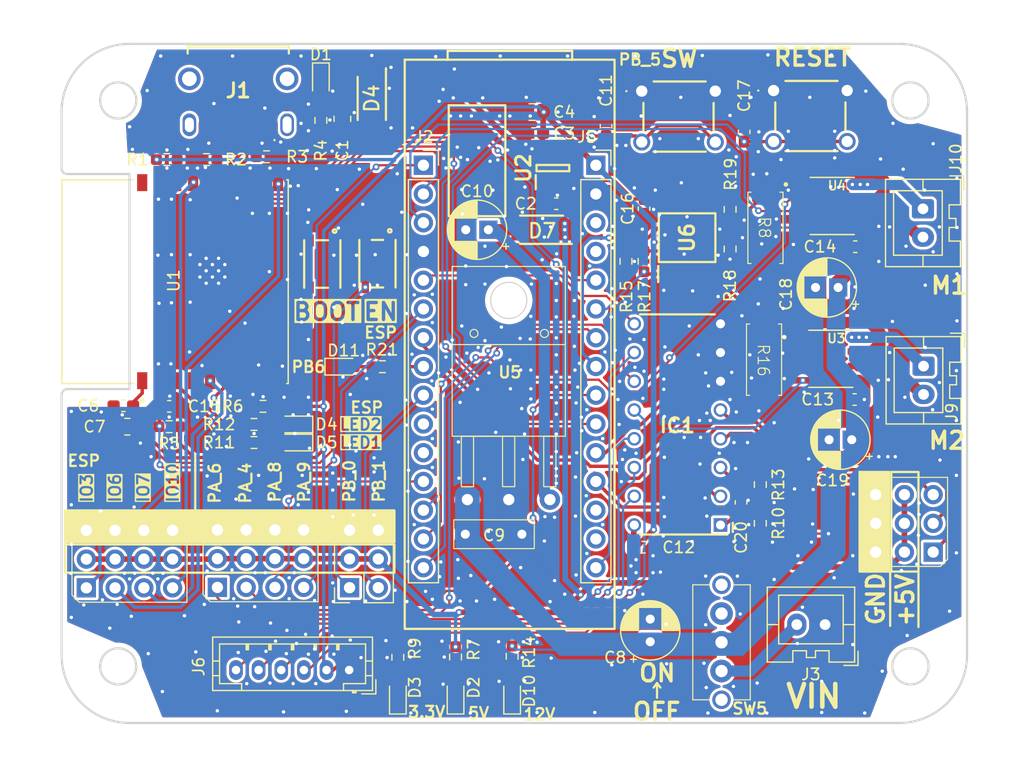
<source format=kicad_pcb>
(kicad_pcb (version 20221018) (generator pcbnew)
  (layers (0 "F.Cu" signal) (31 "B.Cu" signal) (34 "B.Paste" user) (35 "F.Paste" user) (36 "B.SilkS" user "B.Silkscreen") (37 "F.SilkS" user "F.Silkscreen") (38 "B.Mask" user) (39 "F.Mask" user) (44 "Edge.Cuts" user))
  (net 0 "")
  (net 1 "Net-(D4-A)")
  (net 2 "GND")
  (net 3 "+5V")
  (net 4 "+3.3V")
  (net 5 "+12V")
  (net 6 "Net-(D7-A)")
  (net 7 "/STM_F303K8/SW")
  (net 8 "Net-(U1-EN)")
  (net 9 "/STM_F303K8/NRST")
  (net 10 "Net-(D1-A)")
  (net 11 "Net-(D2-A)")
  (net 12 "Net-(D3-A)")
  (net 13 "Net-(D5-A)")
  (net 14 "Net-(D6-A)")
  (net 15 "Net-(D10-A)")
  (net 16 "Net-(D11-A)")
  (net 17 "/STM_F303K8/ch_4")
  (net 18 "/STM_F303K8/ch_6")
  (net 19 "/STM_F303K8/ADC_8ch")
  (net 20 "/STM_F303K8/ch_7")
  (net 21 "/STM_F303K8/ch_5")
  (net 22 "/STM_F303K8/GPIO_C_8ch")
  (net 23 "/STM_F303K8/GPIO_B_8ch")
  (net 24 "/STM_F303K8/GPIO_A_8ch")
  (net 25 "/STM_F303K8/ch_3")
  (net 26 "/STM_F303K8/ch_0")
  (net 27 "/STM_F303K8/ch_1")
  (net 28 "/STM_F303K8/ch_2")
  (net 29 "Net-(J1-CC1)")
  (net 30 "/ESP_C3/D+")
  (net 31 "/ESP_C3/D-")
  (net 33 "Net-(J1-CC2)")
  (net 35 "/STM_F303K8/QEI_L_B")
  (net 36 "/STM_F303K8/MD_In1")
  (net 37 "/STM_F303K8/potensyometa_1")
  (net 38 "/STM_F303K8/MD_In3")
  (net 39 "/STM_F303K8/LED")
  (net 40 "/STM_F303K8/potensyometa_2")
  (net 43 "/STM_F303K8/QEI_L_A")
  (net 44 "/STM_F303K8/MD_In2")
  (net 47 "RX_ESP")
  (net 48 "/STM_F303K8/dennryu_L")
  (net 49 "/STM_F303K8/QEI_R_A")
  (net 50 "/STM_F303K8/dennryuu_R")
  (net 51 "/STM_F303K8/QEI_R_B")
  (net 52 "TX_ESP")
  (net 53 "/STM_F303K8/MD_In4")
  (net 56 "Net-(J9-Pin_1)")
  (net 57 "Net-(J9-Pin_2)")
  (net 58 "Net-(J10-Pin_1)")
  (net 59 "Net-(J10-Pin_2)")
  (net 60 "Net-(U1-IO2)")
  (net 61 "Net-(U1-IO8)")
  (net 62 "/ESP_C3/LED_1")
  (net 63 "/ESP_C3/LED_2")
  (net 64 "Net-(U6A--)")
  (net 65 "Net-(U6B--)")
  (net 66 "/ESP_C3/BOOT")
  (net 67 "/ESP_C3/IO6")
  (net 68 "/ESP_C3/IO7")
  (net 69 "/ESP_C3/IO10")
  (net 70 "/ESP_C3/IO3")
  (net 74 "Net-(J3-Pin_2)")
  (net 76 "Net-(U4-RS)")
  (net 77 "Net-(U3-RS)")
  (footprint "Connector_JST:JST_XA_B02B-XASK-1_1x02_P2.50mm_Vertical" (layer "F.Cu") (at 145.05 150.086 180)
    (fp_text reference "J3")
    (fp_text value "PWR IN" hide)
  )
  (footprint "Connector_JST:JST_PH_B6B-PH-K_1x06_P2.00mm_Vertical" (layer "F.Cu") (at 103 154.1 180)
    (fp_text reference "J6")
    (fp_text value "Conn_01x06" hide)
  )
  (footprint "Library:TA4805S" (layer "F.Cu") (at 117.1 121.4431)
    (fp_text reference "U5")
    (fp_text value "TA4805S" hide)
    (fp_circle (center 0 0) (end 1.6 0) (stroke (width 0.1)) (fill none) (layer "Edge.Cuts"))
  )
  (footprint "Library:SKRPACE010" (layer "F.Cu") (at 105.5 118.2 -90)
    (fp_text reference "SW1" hide)
    (fp_text value "SW_Push" hide)
  )
  (footprint "Capacitor_THT:CP_Radial_D5.0mm_P2.00mm" (layer "F.Cu") (at 129.6 151.6 90)
    (fp_text reference "C8")
    (fp_text value "100uF" hide)
  )
  (footprint "Library:SOIC127P599X175-9N" (layer "F.Cu") (at 145.6825 113.1)
    (fp_text reference "U4")
    (fp_text value "TB67H450FNG_EL" hide)
  )
  (footprint "Library:conn_03x04_pinn" (layer "F.Cu") (at 79.78 146.84 90)
    (fp_text reference "U9" hide)
    (fp_text value "conn_03x04" hide)
  )
  (footprint "Library:conn_03x04_pinn" (layer "F.Cu") (at 91.36 146.8 90)
    (fp_text reference "U7" hide)
    (fp_text value "conn_03x04" hide)
  )
  (footprint "Library:RT9080-33GJ5" (layer "F.Cu") (at 121 109.75 90)
    (fp_text reference "U2")
    (fp_text value "RT9080-33GJ5" hide)
  )
  (footprint "Library:NJM2746M" (layer "F.Cu") (at 132.8575 115.9 90)
    (fp_text reference "U6")
    (fp_text value "NJM2746M" hide)
  )
  (footprint "Resistor_SMD:R_0603_1608Metric_Pad0.98x0.95mm_HandSolder" (layer "F.Cu") (at 87.1 132.6 180)
    (fp_text reference "R5")
    (fp_text value "10k" hide)
  )
  (footprint "Capacitor_SMD:C_0805_2012Metric_Pad1.18x1.45mm_HandSolder" (layer "F.Cu") (at 119.15 104.8 180)
    (fp_text reference "C4")
    (fp_text value "10uF" hide)
  )
  (footprint "Library:DIP762W60P254L1925H445Q16N" (layer "F.Cu") (at 132 132.4 180)
    (fp_text reference "IC1")
    (fp_text value "TC4051BP" hide)
  )
  (footprint "Resistor_SMD:R_0603_1608Metric_Pad0.98x0.95mm_HandSolder" (layer "F.Cu") (at 136.6575 113.4 -90)
    (fp_text reference "R19")
    (fp_text value "149k" hide)
  )
  (footprint "Capacitor_THT:CP_Radial_D5.0mm_P2.00mm" (layer "F.Cu") (at 147.405113 133.75 180)
    (fp_text reference "C19")
    (fp_text value "100u" hide)
  )
  (footprint "Connector_JST:JST_XA_B02B-XASK-1_1x02_P2.50mm_Vertical" (layer "F.Cu") (at 153.75 127.25 -90)
    (fp_text reference "J9")
    (fp_text value "Conn_01x02" hide)
  )
  (footprint "LED_SMD:LED_0603_1608Metric_Pad1.05x0.95mm_HandSolder" (layer "F.Cu") (at 112.4 156.325 90)
    (fp_text reference "D2")
    (fp_text value "5V_LED" hide)
  )
  (footprint "Library:SL1TER010F" (layer "F.Cu") (at 141.2069 123.5274 -90)
    (fp_text reference "R16")
    (fp_text value "10m" hide)
  )
  (footprint "Connector_PinSocket_2.54mm:PinSocket_1x15_P2.54mm_Vertical" (layer "F.Cu") (at 124.8 109.5)
    (fp_text reference "J5")
    (fp_text value "Conn_01x15_Socket" hide)
  )
  (footprint "Library:conn_03x03" (layer "F.Cu") (at 154.6 143.68 180)
    (fp_text reference "U11" hide)
    (fp_text value "conn_03x03" hide)
  )
  (footprint "Resistor_SMD:R_0603_1608Metric_Pad0.98x0.95mm_HandSolder" (layer "F.Cu") (at 139.325 141.1375 90)
    (fp_text reference "R10")
    (fp_text value "2.4k" hide)
  )
  (footprint "LED_SMD:LED_0603_1608Metric_Pad1.05x0.95mm_HandSolder" (layer "F.Cu") (at 107.3 156.325 90)
    (fp_text reference "D3")
    (fp_text value "3.3V_LED" hide)
  )
  (footprint "Resistor_SMD:R_0603_1608Metric_Pad0.98x0.95mm_HandSolder" (layer "F.Cu") (at 90.4 109 180)
    (fp_text reference "R2")
    (fp_text value "5.1k" hide)
  )
  (footprint "Library:2MS1T1B4VS2QES" (layer "F.Cu") (at 135.9 154.19 180)
    (fp_text reference "SW5")
    (fp_text value "SW_SPDT" hide)
  )
  (footprint "Capacitor_SMD:C_0603_1608Metric_Pad1.08x0.95mm_HandSolder" (layer "F.Cu") (at 125.7 106.05 90)
    (fp_text reference "C11")
    (fp_text value "0.1u" hide)
  )
  (footprint "Resistor_SMD:R_0603_1608Metric_Pad0.98x0.95mm_HandSolder" (layer "F.Cu") (at 94.5875 132.4)
    (fp_text reference "R12")
    (fp_text value "10k" hide)
  )
  (footprint "Library:SODFL4725X110N" (layer "F.Cu") (at 105 103.6 -90)
    (fp_text reference "D4")
    (fp_text value "SB34AFC" hide)
  )
  (footprint "Resistor_SMD:R_0603_1608Metric_Pad0.98x0.95mm_HandSolder" (layer "F.Cu") (at 100.5 105.5375 90)
    (fp_text reference "R4")
    (fp_text value "4.7k" hide)
  )
  (footprint "Library:MODULE_ESP32-C3-WROOM-02-H4" (layer "F.Cu") (at 87.6144 119.7864 90)
    (fp_text reference "U1")
    (fp_text value "ESP32-C3-WROOM-02-N4" hide)
  )
  (footprint "Capacitor_THT:CP_Radial_D5.0mm_P2.00mm" (layer "F.Cu") (at 115.3 115.2 180)
    (fp_text reference "C10")
    (fp_text value "33u" hide)
  )
  (footprint "LED_SMD:LED_0603_1608Metric_Pad1.05x0.95mm_HandSolder" (layer "F.Cu") (at 98.125 132.4 180)
    (fp_text reference "D4")
    (fp_text value "LED" hide)
  )
  (footprint "Capacitor_SMD:C_0603_1608Metric_Pad1.08x0.95mm_HandSolder" (layer "F.Cu") (at 129.0125 143.25)
    (fp_text reference "C12")
    (fp_text value "0.1u" hide)
  )
  (footprint "LED_SMD:LED_0603_1608Metric_Pad1.05x0.95mm_HandSolder" (layer "F.Cu") (at 100.5 102.125 -90)
    (fp_text reference "D1")
    (fp_text value "LED_Small" hide)
  )
  (footprint "Resistor_SMD:R_0603_1608Metric_Pad0.98x0.95mm_HandSolder" (layer "F.Cu") (at 139.325 137.7125 90)
    (fp_text reference "R13")
    (fp_text value "750" hide)
  )
  (footprint "Resistor_SMD:R_0603_1608Metric_Pad0.98x0.95mm_HandSolder" (layer "F.Cu") (at 95.3875 130.8)
    (fp_text reference "R6")
    (fp_text value "10k" hide)
  )
  (footprint "Library:SL1TER010F" (layer "F.Cu") (at 141.3319 111.8824 -90)
    (fp_text reference "R8")
    (fp_text value "10m" hide)
  )
  (footprint "LED_SMD:LED_0603_1608Metric_Pad1.05x0.95mm_HandSolder" (layer "F.Cu") (at 117.4 156.325 90)
    (fp_text reference "D10")
    (fp_text value "VBAT_LED" hide)
  )
  (footprint "Connector_PinSocket_2.54mm:PinSocket_1x15_P2.54mm_Vertical" (layer "F.Cu") (at 109.56 109.5)
    (fp_text reference "J2")
    (fp_text value "Conn_01x15_Socket" hide)
  )
  (footprint "Capacitor_SMD:C_0603_1608Metric_Pad1.08x0.95mm_HandSolder" (layer "F.Cu") (at 147.6575 130.2 180)
    (fp_text reference "C13")
    (fp_text value "0.1u" hide)
  )
  (footprint "Capacitor_SMD:C_0603_1608Metric_Pad1.08x0.95mm_HandSolder" (layer "F.Cu") (at 137.9 106.55 90)
    (fp_text reference "C17")
    (fp_text value "0.1u" hide)
  )
  (footprint "Capacitor_SMD:C_0603_1608Metric_Pad1.08x0.95mm_HandSolder" (layer "F.Cu") (at 83.05 130.75 180)
    (fp_text reference "C6")
    (fp_text value "0.1u" hide)
  )
  (footprint "Capacitor_THT:CP_Radial_D5.0mm_P2.00mm" (layer "F.Cu") (at 146.205113 120.3 180)
    (fp_text reference "C18")
    (fp_text value "100u" hide)
  )
  (footprint "Capacitor_SMD:C_0603_1608Metric_Pad1.08x0.95mm_HandSolder" (layer "F.Cu") (at 147.72 116.7 180)
    (fp_text reference "C14")
    (fp_text value "0.1u" hide)
  )
  (footprint "Library:DTS63NV" (layer "F.Cu") (at 140.5 102.9)
    (fp_text reference "SW3" hide)
    (fp_text value "SW_Push" hide)
  )
  (footprint "Capacitor_SMD:C_0603_1608Metric_Pad1.08x0.95mm_HandSolder" (layer "F.Cu") (at 129.0575 113.3375 -90)
    (fp_text reference "C16")
    (fp_text value "0.1u" hide)
  )
  (footprint "Resistor_SMD:R_0603_1608Metric_Pad0.98x0.95mm_HandSolder" (layer "F.Cu") (at 117.4 152.8875 -90)
    (fp_text reference "R14")
    (fp_text value "100k" hide)
  )
  (footprint "Library:HCTYPEC16PCB10" (layer "F.Cu") (at 93.2 102.625 180)
    (fp_text reference "J1")
    (fp_text value "USB_C_Receptacle_USB2.0_16P" hide)
  )
  (footprint "Resistor_SMD:R_0805_2012Metric_Pad1.20x1.40mm_HandSolder" (layer "F.Cu") (at 102.4 105.4 90)
    (fp_text reference "C1")
    (fp_text value "10uF" hide)
  )
  (footprint "Resistor_SMD:R_0805_2012Metric_Pad1.20x1.40mm_HandSolder" (layer "F.Cu") (at 83.4 132.6 180)
    (fp_text reference "C7")
    (fp_text value "10u" hide)
  )
  (footprint "Resistor_SMD:R_0603_1608Metric_Pad0.98x0.95mm_HandSolder" (layer "F.Cu") (at 94.5875 134)
    (fp_text reference "R11")
    (fp_text value "10k" hide)
  )
  (footprint "Library:SKRPACE010" (layer "F.Cu") (at 100.625 118.225 -90)
    (fp_text reference "SW4" hide)
    (fp_text value "SW_Push" hide)
  )
  (footprint "Capacitor_THT:C_Radial_D10.0mm_H12.5mm_P5.00mm" (layer "F.Cu") (at 113.26 142.1)
    (fp_text reference "C9")
    (fp_text value "0.33u" hide)
  )
  (footprint "Connector_JST:JST_XA_B02B-XASK-1_1x02_P2.50mm_Vertical" (layer "F.Cu") (at 153.7 113.35 -90)
    (fp_text reference "J10")
    (fp_text value "Conn_01x02")
  )
  (footprint "LED_SMD:LED_0603_1608Metric_Pad1.05x0.95mm_HandSolder" (layer "F.Cu") (at 98.125 134 180)
    (fp_text reference "D5")
    (fp_text value "LED" hide)
  )
  (footprint "Resistor_SMD:R_0603_1608Metric_Pad0.98x0.95mm_HandSolder" (layer "F.Cu") (at 86.8875 109)
    (fp_text reference "R1")
    (fp_text value "10k" hide)
  )
  (footprint "LED_SMD:LED_0603_1608Metric_Pad1.05x0.95mm_HandSolder" (layer "F.Cu") (at 102.525 127.3)
    (fp_text reference "D11")
    (fp_text value "LED" hide)
  )
  (footprint "Connector_PinHeader_2.54mm:PinHeader_2x03_P2.54mm_Vertical" (layer "F.Cu") (at 106.813 148.103 180)
    (fp_text reference "U10" hide)
    (fp_text value "conn_02x03_pinn" hide)
  )
  (footprint "Library:SOIC127P599X175-9N" (layer "F.Cu") (at 145.5575 126.6)
    (fp_text reference "U3")
    (fp_text value "TB67H450FNG_EL" hide)
  )
  (footprint "Resistor_SMD:R_0603_1608Metric_Pad0.98x0.95mm_HandSolder" (layer "F.Cu") (at 127.4575 117.9925 -90)
    (fp_text reference "R15")
    (fp_text value "1k" hide)
  )
  (footprint "Capacitor_SMD:C_0603_1608Metric_Pad1.08x0.95mm_HandSolder" (layer "F.Cu") (at 137.625 139.2875 90)
    (fp_text reference "C20")
    (fp_text value "0.1u" hide)
  )
  (footprint "Resistor_SMD:R_0603_1608Metric_Pad0.98x0.95mm_HandSolder" (layer "F.Cu") (at 105.9375 127.3 180)
    (fp_text reference "R21")
    (fp_text value "10K" hide)
  )
  (footprint "Library:DTS63NV" (layer "F.Cu") (at 128.85 102.95)
    (fp_text reference "SW2" hide)
    (fp_text value "SW_Push" hide)
  )
  (footprint "Resistor_SMD:R_0603_1608Metric_Pad0.98x0.95mm_HandSolder" (layer "F.Cu") (at 112.4 152.95 -90)
    (fp_text reference "R7")
    (fp_text value "10k" hide)
  )
  (footprint "Capacitor_SMD:C_0603_1608Metric_Pad1.08x0.95mm_HandSolder" (layer "F.Cu") (at 121.3 112.9)
    (fp_text reference "C2")
    (fp_text value "1u" hide)
  )
  (footprint "Resistor_SMD:R_0603_1608Metric_Pad0.98x0.95mm_HandSolder" (layer "F.Cu") (at 107.3 152.975 -90)
    (fp_text reference "R9")
    (fp_text value "10k" hide)
  )
  (footprint "Resistor_SMD:R_0603_1608Metric_Pad0.98x0.95mm_HandSolder" (layer "F.Cu") (at 95.7 108.75)
    (fp_text reference "R3")
    (fp_text value "5.1k" hide)
  )
  (footprint "Library:SODFL4725X110N" (layer "F.Cu") (at 120 115.2 180)
    (fp_text reference "D7")
    (fp_text value "SB34AFC" hide)
  )
  (footprint "Capacitor_SMD:C_0603_1608Metric_Pad1.08x0.95mm_HandSolder" (layer "F.Cu") (at 87.1 130.8)
    (fp_text reference "C15")
    (fp_text value "1u" hide)
  )
  (footprint "Resistor_SMD:R_0603_1608Metric_Pad0.98x0.95mm_HandSolder" (layer "F.Cu") (at 136.6575 116.9 -90)
    (fp_text reference "R18")
    (fp_text value "1k" hide)
  )
  (footprint "Resistor_SMD:R_0603_1608Metric_Pad0.98x0.95mm_HandSolder" (layer "F.Cu") (at 129.0575 117.9925 -90)
    (fp_text reference "R17")
    (fp_text value "149k" hide)
  )
  (footprint "Capacitor_SMD:C_0603_1608Metric_Pad1.08x0.95mm_HandSolder" (layer "F.Cu") (at 119.275 106.7 180)
    (fp_text reference "C3")
    (fp_text value "1u" hide)
  )
  (gr_rect (start 107.91 100.175) (end 126.45 150.465) (stroke (width 0.2)) (fill none) (layer "F.SilkS"))
  (gr_line (start 130.2 155.25) (end 130.2 156.55) (stroke (width 0.2)) (layer "F.SilkS"))
  (gr_rect (start 111.8 104.2) (end 116.8 114) (stroke (width 0.2)) (fill none) (layer "F.SilkS"))
  (gr_rect (start 148.1 136.6) (end 150.7 145.4) (stroke (width 0.2)) (fill solid) (layer "F.SilkS"))
  (gr_line (start 122.7 99.4) (end 122.7 100.2) (stroke (width 0.2)) (layer "F.SilkS"))
  (gr_line (start 89.4 140) (end 89.4 135.1) (stroke (width 0.2)) (layer "F.SilkS"))
  (gr_rect (start 77.9 140) (end 107 142.8) (stroke (width 0.2)) (fill solid) (layer "F.SilkS"))
  (gr_line (start 111.7 99.4) (end 122.7 99.4) (stroke (width 0.2)) (layer "F.SilkS"))
  (gr_rect (start 77.9 143) (end 107 145.5) (stroke (width 0.2)) (fill none) (layer "F.SilkS"))
  (gr_line (start 130.2 155.25) (end 130.5 155.65) (stroke (width 0.2)) (layer "F.SilkS"))
  (gr_line (start 150.8 145.4) (end 150.8 150.2) (stroke (width 0.2)) (layer "F.SilkS"))
  (gr_line (start 130.2 155.25) (end 129.9 155.65) (stroke (width 0.2)) (layer "F.SilkS"))
  (gr_line (start 111.7 100.2) (end 111.7 99.4) (stroke (width 0.2)) (layer "F.SilkS"))
  (gr_rect (start 150.9 136.6) (end 153.3 145.4) (stroke (width 0.2)) (fill none) (layer "F.SilkS"))
  (gr_line (start 136.9 141.1) (end 136.9 141.9) (stroke (width 0.2)) (layer "F.SilkS"))
  (gr_line (start 153.3 145.5) (end 153.3 150.3) (stroke (width 0.2)) (layer "F.SilkS"))
  (gr_arc (start 77.592241 129.775841) (mid 77.738688 129.422288) (end 78.092241 129.275841) (stroke (width 0.2)) (layer "Edge.Cuts"))
  (gr_arc (start 83.592241 158.775841) (mid 79.3496 157.018482) (end 77.592241 152.775841) (stroke (width 0.2)) (layer "Edge.Cuts"))
  (gr_circle (center 82.592241 103.775841) (end 80.992241 103.775841) (stroke (width 0.2)) (fill none) (layer "Edge.Cuts"))
  (gr_line (start 77.592241 129.775841) (end 77.592241 152.775841) (stroke (width 0.2)) (layer "Edge.Cuts"))
  (gr_arc (start 77.592241 104.775841) (mid 79.3496 100.5332) (end 83.592241 98.775841) (stroke (width 0.2)) (layer "Edge.Cuts"))
  (gr_circle (center 82.592241 153.775841) (end 80.992241 153.775841) (stroke (width 0.2)) (fill none) (layer "Edge.Cuts"))
  (gr_line (start 157.592241 152.775841) (end 157.592241 104.775841) (stroke (width 0.2)) (layer "Edge.Cuts"))
  (gr_circle (center 152.592241 153.775841) (end 150.992241 153.775841) (stroke (width 0.2)) (fill none) (layer "Edge.Cuts"))
  (gr_line (start 83.592241 129.275841) (end 78.092241 129.275841) (stroke (width 0.2)) (layer "Edge.Cuts"))
  (gr_arc (start 157.592241 152.775841) (mid 155.834882 157.018482) (end 151.592241 158.775841) (stroke (width 0.2)) (layer "Edge.Cuts"))
  (gr_line (start 151.592241 98.775841) (end 83.592241 98.775841) (stroke (width 0.2)) (layer "Edge.Cuts"))
  (gr_line (start 83.592241 110.275841) (end 83.592241 129.275841) (stroke (width 0.2)) (layer "Edge.Cuts"))
  (gr_line (start 83.592241 158.775841) (end 151.592241 158.775841) (stroke (width 0.2)) (layer "Edge.Cuts"))
  (gr_line (start 78.092241 110.275841) (end 83.592241 110.275841) (stroke (width 0.2)) (layer "Edge.Cuts"))
  (gr_line (start 77.592241 104.775841) (end 77.592241 109.775841) (stroke (width 0.2)) (layer "Edge.Cuts"))
  (gr_arc (start 78.092241 110.275841) (mid 77.738688 110.129394) (end 77.592241 109.775841) (stroke (width 0.2)) (layer "Edge.Cuts"))
  (gr_arc (start 151.592241 98.775841) (mid 155.834882 100.5332) (end 157.592241 104.775841) (stroke (width 0.2)) (layer "Edge.Cuts"))
  (gr_circle (center 152.592241 103.775841) (end 150.992241 103.775841) (stroke (width 0.2)) (fill none) (layer "Edge.Cuts"))
  (gr_text "M1" (at 154.25 121) (layer "F.SilkS") (effects (font (size 1.5 1.5) (thickness 0.3) bold) (justify left bottom)))
  (gr_text "SW" (at 130.4 100.95) (layer "F.SilkS") (effects (font (size 1.5 1.5) (thickness 0.3) bold) (justify left bottom)))
  (gr_text "PA_6\n" (at 91.7 139.5 90) (layer "F.SilkS") (effects (font (size 1 1) (thickness 0.2) bold) (justify left bottom)))
  (gr_text "PA_9\n" (at 99.6 139.4 90) (layer "F.SilkS") (effects (font (size 1 1) (thickness 0.2) bold) (justify left bottom)))
  (gr_text "ESP" (at 78 136.2) (layer "F.SilkS") (effects (font (size 1 1) (thickness 0.2) bold) (justify left bottom)))
  (gr_text "EN" (at 104.125 123.325) (layer "F.SilkS" knockout) (effects (font (size 1.5 1.5) (thickness 0.3) bold) (justify left bottom)))
  (gr_text "GND" (at 150.4 150.3 90) (layer "F.SilkS") (effects (font (size 1.5 1.5) (thickness 0.3) bold) (justify left bottom)))
  (gr_text "IO3" (at 80.4 139.4 90) (layer "F.SilkS" knockout) (effects (font (size 1 1) (thickness 0.2) bold) (justify left bottom)))
  (gr_text "IO6" (at 82.9 139.4 90) (layer "F.SilkS" knockout) (effects (font (size 1 1) (thickness 0.2) bold) (justify left bottom)))
  (gr_text "BOOT" (at 97.925 123.325) (layer "F.SilkS" knockout) (effects (font (size 1.5 1.5) (thickness 0.3) bold) (justify left bottom)))
  (gr_text "PB_5" (at 126.7 100.75) (layer "F.SilkS") (effects (font (size 1 1) (thickness 0.2) bold) (justify left bottom)))
  (gr_text "+5V" (at 153 150.4 90) (layer "F.SilkS") (effects (font (size 1.5 1.5) (thickness 0.3) bold) (justify left bottom)))
  (gr_text "IO7" (at 85.4 139.4 90) (layer "F.SilkS" knockout) (effects (font (size 1 1) (thickness 0.2) bold) (justify left bottom)))
  (gr_text "ESP" (at 104.225 124.875) (layer "F.SilkS") (effects (font (size 1 1) (thickness 0.2) bold) (justify left bottom)))
  (gr_text "RESET" (at 140.35 100.85) (layer "F.SilkS") (effects (font (size 1.5 1.5) (thickness 0.3) bold) (justify left bottom)))
  (gr_text "LED2" (at 102.05 133) (layer "F.SilkS" knockout) (effects (font (size 1 1) (thickness 0.2) bold) (justify left bottom)))
  (gr_text "PB_0\n" (at 103.6 139.4 90) (layer "F.SilkS") (effects (font (size 1 1) (thickness 0.2) bold) (justify left bottom)))
  (gr_text "PB6" (at 97.8 127.9) (layer "F.SilkS") (effects (font (size 1 1) (thickness 0.2) bold) (justify left bottom)))
  (gr_text "PA_8\n" (at 97 139.4 90) (layer "F.SilkS") (effects (font (size 1 1) (thickness 0.2) bold) (justify left bottom)))
  (gr_text "PA_4" (at 94.4 139.5 90) (layer "F.SilkS") (effects (font (size 1 1) (thickness 0.2) bold) (justify left bottom)))
  (gr_text "ON" (at 128.45 155.25) (layer "F.SilkS") (effects (font (size 1.5 1.5) (thickness 0.3) bold) (justify left bottom)))
  (gr_text "M2" (at 154.05 134.7) (layer "F.SilkS") (effects (font (size 1.5 1.5) (thickness 0.3) bold) (justify left bottom)))
  (gr_text "12V" (at 118.3 158.6) (layer "F.SilkS") (effects (font (size 1 1) (thickness 0.2) bold) (justify left bottom)))
  (gr_text "5V" (at 113.4 158.5) (layer "F.SilkS") (effects (font (size 1 1) (thickness 0.2) bold) (justify left bottom)))
  (gr_text "3.3V" (at 108.1 158.4) (layer "F.SilkS") (effects (font (size 1 1) (thickness 0.2) bold) (justify left bottom)))
  (gr_text "PB_1\n" (at 106.2 139.4 90) (layer "F.SilkS") (effects (font (size 1 1) (thickness 0.2) bold) (justify left bottom)))
  (gr_text "ESP" (at 103 131.5) (layer "F.SilkS") (effects (font (size 1 1) (thickness 0.2) bold) (justify left bottom)))
  (gr_text "VIN" (at 141.4 157.6) (layer "F.SilkS") (effects (font (size 2 2) (thickness 0.4) bold) (justify left bottom)))
  (gr_text "LED1" (at 102.05 134.6) (layer "F.SilkS" knockout) (effects (font (size 1 1) (thickness 0.2) bold) (justify left bottom)))
  (gr_text "IO10" (at 88 139.4 90) (layer "F.SilkS" knockout) (effects (font (size 1 1) (thickness 0.2) bold) (justify left bottom)))
  (gr_text "OFF" (at 127.9 158.65) (layer "F.SilkS") (effects (font (size 1.5 1.5) (thickness 0.3) bold) (justify left bottom)))
  (segment (start 90.8 106.25) (end 90.8 105.4) (width 0.3) (layer "F.Cu") (net 1))
  (segment (start 103.15 105.65) (end 102.4 106.4) (width 0.3) (layer "F.Cu") (net 1))
  (segment (start 104.75 105.65) (end 103.15 105.65) (width 0.3) (layer "F.Cu") (net 1))
  (segment (start 102.35 106.45) (end 102.4 106.4) (width 0.3) (layer "F.Cu") (net 1))
  (segment (start 90.8 105.4) (end 91.55 104.65) (width 0.3) (layer "F.Cu") (net 1))
  (segment (start 98.627 104.577) (end 100.5 106.45) (width 0.3) (layer "F.Cu") (net 1))
  (segment (start 100.5 106.45) (end 102.35 106.45) (width 0.3) (layer "F.Cu") (net 1))
  (segment (start 95.6 105.6) (end 96.623 104.577) (width 0.3) (layer "F.Cu") (net 1))
  (segment (start 94.55 104.65) (end 95.6 105.7) (width 0.3) (layer "F.Cu") (net 1))
  (segment (start 91.55 104.65) (end 94.55 104.65) (width 0.3) (layer "F.Cu") (net 1))
  (segment (start 95.6 106.25) (end 95.6 105.6) (width 0.3) (layer "F.Cu") (net 1))
  (segment (start 105 105.9) (end 104.75 105.65) (width 0.3) (layer "F.Cu") (net 1))
  (segment (start 95.6 105.7) (end 95.6 106.25) (width 0.3) (layer "F.Cu") (net 1))
  (segment (start 96.623 104.577) (end 98.627 104.577) (width 0.3) (layer "F.Cu") (net 1))
  (segment (start 123.343117 132.76) (end 123.543117 132.96) (width 0.2) (layer "F.Cu") (net 2))
  (segment (start 96.6125 108.75) (end 96 109.75) (width 0.2) (layer "F.Cu") (net 2))
  (segment (start 102.6 115.25) (end 105.7 115.25) (width 0.3) (layer "F.Cu") (net 2))
  (segment (start 123.382763 131.96) (end 123.517237 131.825526) (width 0.2) (layer "F.Cu") (net 2))
  (segment (start 120.805456 103.75) (end 120.780456 103.725) (width 0.3) (layer "F.Cu") (net 2))
  (segment (start 144.371988 111.4) (end 143.2125 111.4) (width 1) (layer "F.Cu") (net 2))
  (segment (start 91.9875 134.825) (end 98.175 134.825) (width 0.3) (layer "F.Cu") (net 2))
  (segment (start 98.175 134.825) (end 99 134) (width 0.3) (layer "F.Cu") (net 2))
  (segment (start 127.0125 118.46) (end 127.4575 118.905) (width 0.3) (layer "F.Cu") (net 2))
  (segment (start 84.763604 133.6) (end 86.963604 135.8) (width 0.2) (layer "F.Cu") (net 2))
  (segment (start 145.5575 128.9625) (end 145.5575 126.6) (width 1) (layer "F.Cu") (net 2))
  (segment (start 135.35 102.95) (end 128.85 102.95) (width 0.3) (layer "F.Cu") (net 2))
  (segment (start 105.7 115.25) (end 106.575 116.125) (width 0.3) (layer "F.Cu") (net 2))
  (segment (start 124.2875 103.775) (end 124.2625 103.75) (width 0.3) (layer "F.Cu") (net 2))
  (segment (start 124.2625 103.75) (end 120.805456 103.75) (width 0.3) (layer "F.Cu") (net 2))
  (segment (start 129.6 149.6) (end 129.6 149.4) (width 1) (layer "F.Cu") (net 2))
  (segment (start 141.125 138.6) (end 139.325 136.8) (width 0.2) (layer "F.Cu") (net 2))
  (segment (start 89.8144 119.9264) (end 90.3644 119.9264) (width 0.3) (layer "F.Cu") (net 2))
  (segment (start 124.8 112.04) (end 123.0225 112.04) (width 0.3) (layer "F.Cu") (net 2))
  (segment (start 99.427975 113.439492) (end 99.427975 113.222025) (width 0.2) (layer "F.Cu") (net 2))
  (segment (start 127.35 148.85) (end 126.6 149.6) (width 1) (layer "F.Cu") (net 2))
  (segment (start 101.7 117.5) (end 101.7 120.3) (width 0.3) (layer "F.Cu") (net 2))
  (segment (start 99.274883 113.2864) (end 91.1644 113.2864) (width 0.2) (layer "F.Cu") (net 2))
  (segment (start 82.4 141.68) (end 82.32 141.76) (width 0.3) (layer "F.Cu") (net 2))
  (segment (start 109.220837 146.559315) (end 113.800685 146.559315) (width 0.5) (layer "F.Cu") (net 2))
  (segment (start 91.4644 118.8264) (end 92.0144 118.8264) (width 0.3) (layer "F.Cu") (net 2))
  (segment (start 145.6825 112.710512) (end 144.371988 111.4) (width 1) (layer "F.Cu") (net 2))
  (segment (start 151.25 135.25) (end 151.2 135.25) (width 1) (layer "F.Cu") (net 2))
  (segment (start 90.9144 118.8264) (end 90.9144 118.2764) (width 0.3) (layer "F.Cu") (net 2))
  (segment (start 124.25 118.4) (end 124.382943 118.4) (width 0.3) (layer "F.Cu") (net 2))
  (segment (start 126.6125 105.1875) (end 128.85 102.95) (width 0.3) (layer "F.Cu") (net 2))
  (segment (start 139.25 136.8) (end 139.325 136.8) (width 0.2) (layer "F.Cu") (net 2))
  (segment (start 103.734744 106.65) (end 106.415 106.65) (width 0.2) (layer "F.Cu") (net 2))
  (segment (start 112.100735 124.949265) (end 112.3 125.14853) (width 0.2) (layer "F.Cu") (net 2))
  (segment (start 129.6 149.6) (end 128.1 149.6) (width 1) (layer "F.Cu") (net 2))
  (segment (start 100.4136 128.5364) (end 101.65 127.3) (width 0.3) (layer "F.Cu") (net 2))
  (segment (start 123.0225 112.04) (end 122.1625 112.9) (width 0.3) (layer "F.Cu") (net 2))
  (segment (start 90.9144 117.7264) (end 91.4644 117.7264) (width 0.3) (layer "F.Cu") (net 2))
  (segment (start 94.4658 115.275) (end 100.825 115.275) (width 0.3) (layer "F.Cu") (net 2))
  (segment (start 126.8975 112.04) (end 124.8 112.04) (width 0.3) (layer "F.Cu") (net 2))
  (segment (start 128.1 149.6) (end 127.35 148.85) (width 1) (layer "F.Cu") (net 2))
  (segment (start 123.1 116.3) (end 123.1 113.8375) (width 0.3) (layer "F.Cu") (net 2))
  (segment (start 94.25 109.75) (end 94.4644 109.9864) (width 0.2) (layer "F.Cu") (net 2))
  (segment (start 116.124621 109.033813) (end 114.540808 107.45) (width 0.2) (layer "F.Cu") (net 2))
  (segment (start 89.8144 117.7264) (end 90.3644 117.7264) (width 0.3) (layer "F.Cu") (net 2))
  (segment (start 113.3 115.2) (end 111.48 115.2) (width 1) (layer "F.Cu") (net 2))
  (segment (start 147.55 138.55) (end 147.6 138.6) (width 0.2) (layer "F.Cu") (net 2))
  (segment (start 94.4644 112.048714) (end 94.902086 112.4864) (width 0.2) (layer "F.Cu") (net 2))
  (segment (start 111.546988 109.346988) (end 111.546988 109.741812) (width 0.2) (layer "F.Cu") (net 2))
  (segment (start 111.550735 126.449265) (end 111.83358 126.449265) (width 0.2) (layer "F.Cu") (net 2))
  (segment (start 116.135284 109.033813) (end 116.124621 109.033813) (width 0.2) (layer "F.Cu") (net 2))
  (segment (start 104.066116 107.45) (end 111.2 107.45) (width 0.2) (layer "F.Cu") (net 2))
  (segment (start 90.9144 117.7264) (end 90.3644 117.7264) (width 0.3) (layer "F.Cu") (net 2))
  (segment (start 83.4 133.6) (end 84.763604 133.6) (width 0.2) (layer "F.Cu") (net 2))
  (segment (start 110.45 108.25) (end 111.1 108.9) (width 0.2) (layer "F.Cu") (net 2))
  (segment (start 91.4644 119.9264) (end 92.0144 119.9264) (width 0.3) (layer "F.Cu") (net 2))
  (segment (start 112.8 108.8) (end 111.45 107.45) (width 0.2) (layer "F.Cu") (net 2))
  (segment (start 140.658112 144.8) (end 145.05 149.191888) (width 1) (layer "F.Cu") (net 2))
  (segment (start 100.2 112.45) (end 100.2 112.447487) (width 0.2) (layer "F.Cu") (net 2))
  (segment (start 112.3 125.784314) (end 118.475686 131.96) (width 0.2) (layer "F.Cu") (net 2))
  (segment (start 101.65 122.05) (end 101.65 120.35) (width 0.3) (layer "F.Cu") (net 2))
  (segment (start 92.0144 118.8264) (end 92.0144 118.2764) (width 0.3) (layer "F.Cu") (net 2))
  (segment (start 149.09 143.25) (end 149.52 143.68) (width 0.2) (layer "F.Cu") (net 2))
  (segment (start 90.9144 119.9264) (end 90.3644 119.9264) (width 0.3) (layer "F.Cu") (net 2))
  (segment (start 136.6575 117.8125) (end 136.6575 117.8075) (width 0.3) (layer "F.Cu") (net 2))
  (segment (start 99 132.4) (end 99 134) (width 0.3) (layer "F.Cu") (net 2))
  (segment (start 96.6125 108.75) (end 96.4 108.5375) (width 0.3) (layer "F.Cu") (net 2))
  (segment (start 149.3 135.25) (end 148.55 135.25) (width 1) (layer "F.Cu") (net 2))
  (segment (start 92.0144 118.2764) (end 92.0144 117.7264) (width 0.3) (layer "F.Cu") (net 2))
  (segment (start 144.041988 124.695) (end 143.0875 124.695) (width 1) (layer "F.Cu") (net 2))
  (segment (start 144.205113 119.352387) (end 145.77875 117.77875) (width 1) (layer "F.Cu") (net 2))
  (segment (start 92.0144 119.3764) (end 92.0144 119.9264) (width 0.3) (layer "F.Cu") (net 2))
  (segment (start 94.902086 112.4864) (end 99.029716 112.4864) (width 0.2) (layer "F.Cu") (net 2))
  (segment (start 118.78137 157.05) (end 105.95 157.05) (width 1) (layer "F.Cu") (net 2))
  (segment (start 143.7073 133.75) (end 139.6569 129.6996) (width 1) (layer "F.Cu") (net 2))
  (segment (start 121.336462 117.322031) (end 122.077969 117.322031) (width 0.2) (layer "F.Cu") (net 2))
  (segment (start 126.23137 149.6) (end 118.78137 157.05) (width 1) (layer "F.Cu") (net 2))
  (segment (start 96.4 108.5375) (end 96.4 106.25) (width 0.3) (layer "F.Cu") (net 2))
  (segment (start 101.65 134.548529) (end 101.65 130.799239) (width 0.2) (layer "F.Cu") (net 2))
  (segment (start 102.4 104.4) (end 102.4 103.15) (width 0.3) (layer "F.Cu") (net 2))
  (segment (start 121.4 112.15) (end 121.4 112.1375) (width 0.3) (layer "F.Cu") (net 2))
  (segment (start 134.7625 119.112) (end 135.1505 119.5) (width 0.3) (layer "F.Cu") (net 2))
  (segment (start 93.9 141.72) (end 96.44 141.72) (width 0.5) (layer "F.Cu") (net 2))
  (segment (start 79.78 141.76) (end 82.32 141.76) (width 0.5) (layer "F.Cu") (net 2))
  (segment (start 122.077969 117.322031) (end 123.1 116.3) (width 0.2) (layer "F.Cu") (net 2))
  (segment (start 105.75 104.4) (end 108 106.65) (width 0.2) (layer "F.Cu") (net 2))
  (segment (start 90.9144 119.9264) (end 90.9144 119.3764) (width 0.3) (layer "F.Cu") (net 2))
  (segment (start 118.605331 106.892831) (end 118.4125 106.7) (width 0.2) (layer "F.Cu") (net 2))
  (segment (start 96.6125 108.75) (end 101.634744 108.75) (width 0.2) (layer "F.Cu") (net 2))
  (segment (start 145.405113 131.589887) (end 146.795 130.2) (width 1) (layer "F.Cu") (net 2))
  (segment (start 145.6825 113.1) (end 145.6825 112.710512) (width 1) (layer "F.Cu") (net 2))
  (segment (start 145.405113 133.75) (end 143.7073 133.75) (width 1) (layer "F.Cu") (net 2))
  (segment (start 123.1 116.45) (end 123.1 116.3) (width 0.3) (layer "F.Cu") (net 2))
  (segment (start 99 132.4) (end 100.049239 132.4) (width 0.3) (layer "F.Cu") (net 2))
  (segment (start 82.4 132.6) (end 83.4 133.6) (width 0.2) (layer "F.Cu") (net 2))
  (segment (start 111.35 109.15) (end 111.546988 109.346988) (width 0.2) (layer "F.Cu") (net 2))
  (segment (start 90.3644 118.8264) (end 90.9144 118.8264) (width 0.3) (layer "F.Cu") (net 2))
  (segment (start 101.7 117.4) (end 101.65 117.45) (width 0.3) (layer "F.Cu") (net 2))
  (segment (start 96 109.75) (end 94.25 109.75) (width 0.2) (layer "F.Cu") (net 2))
  (segment (start 82.4 132.6) (end 82.4 141.68) (width 0.3) (layer "F.Cu") (net 2))
  (segment (start 100.825 115.275) (end 101.7 116.15) (width 0.3) (layer "F.Cu") (net 2))
  (segment (start 123.1 113.8375) (end 122.1625 112.9) (width 0.3) (layer "F.Cu") (net 2))
  (segment (start 121.4 112.1375) (end 121 111.7375) (width 0.3) (layer "F.Cu") (net 2))
  (segment (start 150.6 135.25) (end 148.55 135.25) (width 1) (layer "F.Cu") (net 2))
  (segment (start 90.9144 118.8264) (end 91.4644 118.8264) (width 0.3) (layer "F.Cu") (net 2))
  (segment (start 101.65 120.35) (end 101.7 120.3) (width 0.3) (layer "F.Cu") (net 2))
  (segment (start 91.1644 113.2864) (end 89.9644 112.0864) (width 0.2) (layer "F.Cu") (net 2))
  (segment (start 82.32 141.76) (end 84.86 141.76) (width 0.5) (layer "F.Cu") (net 2))
  (segment (start 103.035 141.745) (end 105.575 141.745) (width 0.5) (layer "F.Cu") (net 2))
  (segment (start 137.9 105.5) (end 140.5 102.9) (width 0.3) (layer "F.Cu") (net 2))
  (segment (start 121 111.7375) (end 121 111) (width 0.3) (layer "F.Cu") (net 2))
  (segment (start 124.442943 118.46) (end 127.0125 118.46) (width 0.3) (layer "F.Cu") (net 2))
  (segment (start 147.55 138.55) (end 147.5 138.6) (width 0.2) (layer "F.Cu") (net 2))
  (segment (start 100.049239 132.4) (end 101.65 130.799239) (width 0.3) (layer "F.Cu") (net 2))
  (segment (start 145.905113 135.25) (end 145.255113 134.6) (width 1) (layer "F.Cu") (net 2))
  (segment (start 114.35 129.3) (end 114.684315 129.3) (width 0.2) (layer "F.Cu") (net 2))
  (segment (start 111.35 108.9) (end 111.35 109.15) (width 0.2) (layer "F.Cu") (net 2))
  (segment (start 89.8144 118.8264) (end 90.3644 118.8264) (width 0.3) (layer "F.Cu") (net 2))
  (segment (start 91.32 141.76) (end 91.36 141.72) (width 0.5) (layer "F.Cu") (net 2))
  (segment (start 112.85 108.8) (end 112.8 108.8) (width 0.2) (layer "F.Cu") (net 2))
  (segment (start 145.255113 134.6) (end 145.255113 134) (width 1) (layer "F.Cu") (net 2))
  (segment (start 120.780456 103.725) (end 119.1875 103.725) (width 0.3) (layer "F.Cu") (net 2))
  (segment (start 137.45 120.3) (end 144.205113 120.3) (width 0.3) (layer "F.Cu") (net 2))
  (segment (start 89.9644 112.0864) (end 89.9644 110.0644) (width 0.2) (layer "F.Cu") (net 2))
  (segment (start 99.427975 113.222025) (end 100.2 112.45) (width 0.2) (layer "F.Cu") (net 2))
  (segment (start 96.44 141.72) (end 98.98 141.72) (width 0.5) (layer "F.Cu") (net 2))
  (segment (start 146.795 130.2) (end 145.5575 128.9625) (width 1) (layer "F.Cu") (net 2))
  (segment (start 101.65 127.3) (end 101.65 122.05) (width 0.3) (layer "F.Cu") (net 2))
  (segment (start 120.550735 117.849265) (end 121.077969 117.322031) (width 0.2) (layer "F.Cu") (net 2))
  (segment (start 118.4125 105.1) (end 118.1125 104.8) (width 0.3) (layer "F.Cu") (net 2))
  (segment (start 89.65 109.75) (end 89.6 109.75) (width 0.2) (layer "F.Cu") (net 2))
  (segment (start 94.4644 109.9864) (end 94.4644 112.048714) (width 0.2) (layer "F.Cu") (net 2))
  (segment (start 111.1 108.9) (end 111.35 108.9) (width 0.2) (layer "F.Cu") (net 2))
  (segment (start 111.83358 126.449265) (end 114.35 128.965685) (width 0.2) (layer "F.Cu") (net 2))
  (segment (start 136.65 119.5) (end 137.45 120.3) (width 0.3) (layer "F.Cu") (net 2))
  (segment (start 114.35 128.965685) (end 114.35 129.3) (width 0.2) (layer "F.Cu") (net 2))
  (segment (start 145.77875 117.77875) (end 146.8575 116.7) (width 1) (layer "F.Cu") (net 2))
  (segment (start 102.4 104.4) (end 105.75 104.4) (width 0.2) (layer "F.Cu") (net 2))
  (segment (start 99.427975 113.439492) (end 99.274883 113.2864) (width 0.2) (layer "F.Cu") (net 2))
  (segment (start 120.050735 117.849265) (end 120.550735 117.849265) (width 0.2) (layer "F.Cu") (net 2))
  (segment (start 101.65 117.45) (end 101.7 117.5) (width 0.3) (layer "F.Cu") (net 2))
  (segment (start 108 106.65) (end 106.415 106.65) (width 0.2) (layer "F.Cu") (net 2))
  (segment (start 92.0144 119.3764) (end 92.0144 118.8264) (width 0.3) (layer "F.Cu") (net 2))
  (segment (start 134.2 144.8) (end 140.658112 144.8) (width 1) (layer "F.Cu") (net 2))
  (segment (start 123.1 116.45) (end 123.1 117.117057) (width 0.3) (layer "F.Cu") (net 2))
  (segment (start 98.98 141.72) (end 103.01 141.72) (width 0.5) (layer "F.Cu") (net 2))
  (segment (start 118.475686 131.96) (end 123.382763 131.96) (width 0.2) (layer "F.Cu") (net 2))
  (segment (start 136.6575 117.8075) (end 136.65 117.8) (width 0.3) (layer "F.Cu") (net 2))
  (segment (start 89.4875 109.5875) (end 89.4875 109) (width 0.2) (layer "F.Cu") (net 2))
  (segment (start 118.605331 107.644669) (end 118.605331 106.892831) (width 0.2) (layer "F.Cu") (net 2))
  (segment (start 111.48 115.2) (end 109.56 117.12) (width 1) (layer "F.Cu") (net 2))
  (segment (start 87.4 141.76) (end 91.32 141.76) (width 0.5) (layer "F.Cu") (net 2))
  (segment (start 104.397487 108.25) (end 110.45 108.25) (width 0.2) (layer "F.Cu") (net 2))
  (segment (start 151.25 135.25) (end 150.6 135.25) (width 1) (layer "F.Cu") (net 2))
  (segment (start 118.144315 132.76) (end 123.343117 132.76) (width 0.2) (layer "F.Cu") (net 2))
  (segment (start 106.575 116.125) (end 106.575 120.275) (width 0.3) (layer "F.Cu") (net 2))
  (segment (start 100.2 112.447487) (end 104.397487 108.25) (width 0.2) (layer "F.Cu") (net 2))
  (segment (start 121.4125 112.15) (end 121.4 112.15) (width 0.3) (layer "F.Cu") (net 2))
  (segment (start 92.0144 117.7264) (end 91.4644 117.7264) (width 0.3) (layer "F.Cu") (net 2))
  (segment (start 105.95 157.05) (end 103 154.1) (width 1) (layer "F.Cu") (net 2))
  (segment (start 108.565 116.125) (end 106.575 116.125) (width 0.3) (layer "F.Cu") (net 2))
  (segment (start 91.4644 119.9264) (end 90.9144 119.9264) (width 0.3) (layer "F.Cu") (net 2))
  (segment (start 145.6825 115.525) (end 146.8575 116.7) (width 1) (layer "F.Cu") (net 2))
  (segment (start 114.684315 129.3) (end 118.144315 132.76) (width 0.2) (layer "F.Cu") (net 2))
  (segment (start 87.4 141.76) (end 84.86 141.76) (width 0.5) (layer "F.Cu") (net 2))
  (segment (start 89.8144 119.9264) (end 89.8144 119.3764) (width 0.3) (layer "F.Cu") (net 2))
  (segment (start 139.7819 118.0546) (end 145.5029 118.0546) (width 1) (layer "F.Cu") (net 2))
  (segment (start 129.875 143.25) (end 149.09 143.25) (width 0.2) (layer "F.Cu") (net 2))
  (segment (start 89.6 109.75) (end 89.6 109.7) (width 0.2) (layer "F.Cu") (net 2))
  (segment (start 123.1 117.117057) (end 124.25 118.267057) (width 0.3) (layer "F.Cu") (net 2))
  (segment (start 135.1505 119.5) (end 136.65 119.5) (width 0.3) (layer "F.Cu") (net 2))
  (segment (start 145.5575 126.6) (end 145.5575 126.210512) (width 1) (layer "F.Cu") (net 2))
  (segment (start 144.205113 120.3) (end 144.205113 119.352387) (width 1) (layer "F.Cu") (net 2))
  (segment (start 86.963604 135.8) (end 100.225 135.8) (width 0.2) (layer "F.Cu") (net 2))
  (segment (start 148.55 135.25) (end 145.905113 135.25) (width 1) (layer "F.Cu") (net 2))
  (segment (start 129.6 149.4) (end 134.2 144.8) (width 1) (layer "F.Cu") (net 2))
  (segment (start 109.56 117.12) (end 108.565 116.125) (width 0.3) (layer "F.Cu") (net 2))
  (segment (start 147.6 138.6) (end 149.52 138.6) (width 0.2) (layer "F.Cu") (net 2))
  (segment (start 101.7 116.15) (end 101.7 117.4) (width 0.3) (layer "F.Cu") (net 2))
  (segment (start 89.8144 118.2764) (end 89.8144 118.8264) (width 0.3) (layer "F.Cu") (net 2))
  (segment (start 145.5029 118.0546) (end 145.77875 117.77875) (width 1) (layer "F.Cu") (net 2))
  (segment (start 145.5575 126.210512) (end 144.041988 124.695) (width 1) (layer "F.Cu") (net 2))
  (segment (start 137.9 105.6875) (end 137.9 105.5) (width 0.3) (layer "F.Cu") (net 2))
  (segment (start 114.540808 107.45) (end 111.2 107.45) (width 0.2) (layer "F.Cu") (net 2))
  (segment (start 99.029716 112.4864) (end 104.066116 107.45) (width 0.2) (layer "F.Cu") (net 2))
  (segment (start 124.382943 118.4) (end 124.442943 118.46) (width 0.3) (layer "F.Cu") (net 2))
  (segment (start 106.415 106.65) (end 115.489338 106.65) (width 0.2) (layer "F.Cu") (net 2))
  (segment (start 126.6 149.6) (end 126.23137 149.6) (width 1) (layer "F.Cu") (net 2))
  (segment (start 103.01 141.72) (end 103.035 141.745) (width 0.5) (layer "F.Cu") (net 2))
  (segment (start 147.5 138.6) (end 141.125 138.6) (width 0.2) (layer "F.Cu") (net 2))
  (segment (start 112.3 125.14853) (end 112.3 125.784314) (width 0.2) (layer "F.Cu") (net 2))
  (segment (start 123.517237 131.825526) (end 123.517237 131.76) (width 0.2) (layer "F.Cu") (net 2))
  (segment (start 125.7 105.1875) (end 126.6125 105.1875) (width 0.3) (layer "F.Cu") (net 2))
  (segment (start 96.7144 128.5364) (end 100.4136 128.5364) (width 0.3) (layer "F.Cu") (net 2))
  (segment (start 100.398529 135.8) (end 101.65 134.548529) (width 0.2) (layer "F.Cu") (net 2))
  (segment (start 118.4125 106.7) (end 118.4125 105.1) (width 0.3) (layer "F.Cu") (net 2))
  (segment (start 124.25 118.267057) (end 124.25 118.4) (width 0.3) (layer "F.Cu") (net 2))
  (segment (start 145.405113 133.75) (end 145.405113 131.589887) (width 1) (layer "F.Cu") (net 2))
  (segment (start 137.9 105.5) (end 135.35 102.95) (width 0.3) (layer "F.Cu") (net 2))
  (segment (start 90 106.25) (end 90 108.4875) (width 0.3) (layer "F.Cu") (net 2))
  (segment (start 101.65 130.799239) (end 101.65 127.3) (width 0.3) (layer "F.Cu") (net 2))
  (segment (start 121.077969 117.322031) (end 121.336462 117.322031) (width 0.2) (layer "F.Cu") (net 2))
  (segment (start 113.800685 146.559315) (end 118.26 142.1) (width 0.5) (layer "F.Cu") (net 2))
  (segment (start 92.0144 117.7264) (end 94.4658 115.275) (width 0.3) (layer "F.Cu") (net 2))
  (segment (start 87.9625 130.8) (end 91.9875 134.825) (width 0.3) (layer "F.Cu") (net 2))
  (segment (start 115.489338 106.65) (end 116.994669 108.155331) (width 0.2) (layer "F.Cu") (net 2))
  (segment (start 125.7 105.1875) (end 124.2875 103.775) (width 0.3) (layer "F.Cu") (net 2))
  (segment (start 101.7 116.15) (end 102.6 115.25) (width 0.3) (layer "F.Cu") (net 2))
  (segment (start 100.225 135.8) (end 100.398529 135.8) (width 0.2) (layer "F.Cu") (net 2))
  (segment (start 140.5 102.9) (end 147 102.9) (width 0.3) (layer "F.Cu") (net 2))
  (segment (start 107 144.338478) (end 109.220837 146.559315) (width 0.5) (layer "F.Cu") (net 2))
  (segment (start 137.625 138.425) (end 139.25 136.8) (width 0.2) (layer "F.Cu") (net 2))
  (segment (start 89.8144 119.3764) (end 89.8144 118.8264) (width 0.3) (layer "F.Cu") (net 2))
  (segment (start 82.4 132.6) (end 82.4 130.9625) (width 0.3) (layer "F.Cu") (net 2))
  (segment (start 129.0575 114.2) (end 126.8975 112.04) (width 0.3) (layer "F.Cu") (net 2))
  (segment (start 90 108.4875) (end 89.4875 109) (width 0.3) (layer "F.Cu") (net 2))
  (segment (start 111.45 107.45) (end 111.2 107.45) (width 0.2) (layer "F.Cu") (net 2))
  (segment (start 101.634744 108.75) (end 103.734744 106.65) (width 0.2) (layer "F.Cu") (net 2))
  (segment (start 102.4 103.15) (end 100.5 101.25) (width 0.3) (layer "F.Cu") (net 2))
  (segment (start 145.6825 113.1) (end 145.6825 115.525) (width 1) (layer "F.Cu") (net 2))
  (segment (start 89.9644 110.0644) (end 89.65 109.75) (width 0.2) (layer "F.Cu") (net 2))
  (segment (start 89.6 109.7) (end 89.4875 109.5875) (width 0.2) (layer "F.Cu") (net 2))
  (segment (start 119.1875 103.725) (end 118.1125 104.8) (width 0.3) (layer "F.Cu") (net 2))
  (segment (start 105.575 141.745) (end 107 143.17) (width 0.5) (layer "F.Cu") (net 2))
  (segment (start 145.05 149.191888) (end 145.05 150.086) (width 1) (layer "F.Cu") (net 2))
  (segment (start 107 143.17) (end 107 144.338478) (width 0.5) (layer "F.Cu") (net 2))
  (segment (start 91.36 141.72) (end 93.9 141.72) (width 0.5) (layer "F.Cu") (net 2))
  (segment (start 90.9144 119.3764) (end 90.9144 118.8264) (width 0.3) (layer "F.Cu") (net 2))
  (segment (start 82.4 130.9625) (end 82.1875 130.75) (width 0.3) (layer "F.Cu") (net 2))
  (segment (start 122.1625 112.9) (end 121.4125 112.15) (width 0.3) (layer "F.Cu") (net 2))
  (segment (start 89.8144 117.7264) (end 89.8144 118.2764) (width 0.3) (layer "F.Cu") (net 2))
  (via (at 95 127.15) (size 0.6) (drill 0.3) (layers "F.Cu" "B.Cu") (net 2))
  (via (at 88.95 121.6) (size 0.6) (drill 0.3) (layers "F.Cu" "B.Cu") (net 2))
  (via (at 156.7 119.1) (size 0.6) (drill 0.3) (layers "F.Cu" "B.Cu") (net 2))
  (via (at 139.2 106.55) (size 0.6) (drill 0.3) (layers "F.Cu" "B.Cu") (net 2))
  (via (at 110.35 136.2) (size 0.6) (drill 0.3) (layers "F.Cu" "B.Cu") (net 2))
  (via (at 115.35 127.85) (size 0.6) (drill 0.3) (layers "F.Cu" "B.Cu") (net 2))
  (via (at 141.4 124.65) (size 0.6) (drill 0.3) (layers "F.Cu" "B.Cu") (net 2))
  (via (at 134.5 127.85) (size 0.6) (drill 0.3) (layers "F.Cu" "B.Cu") (net 2))
  (via (at 132.6 133.55) (size 0.6) (drill 0.3) (layers "F.Cu" "B.Cu") (net 2))
  (via (at 122.3 99.85) (size 0.6) (drill 0.3) (layers "F.Cu" "B.Cu") (net 2))
  (via (at 136.95 155.55) (size 0.6) (drill 0.3) (layers "F.Cu" "B.Cu") (net 2))
  (via (at 125.4 133.65) (size 0.6) (drill 0.3) (layers "F.Cu" "B.Cu") (net 2))
  (via (at 112.95 111.65) (size 0.6) (drill 0.3) (layers "F.Cu" "B.Cu") (net 2))
  (via (at 126.45 109.8) (size 0.6) (drill 0.3) (layers "F.Cu" "B.Cu") (net 2))
  (via (at 156.7 110.65) (size 0.6) (drill 0.3) (layers "F.Cu" "B.Cu") (net 2))
  (via (at 110.3 128.55) (size 0.6) (drill 0.3) (layers "F.Cu" "B.Cu") (net 2))
  (via (at 140.4 142.8) (size 0.6) (drill 0.3) (layers "F.Cu" "B.Cu") (net 2))
  (via (at 142.6 151.75) (size 0.6) (drill 0.3) (layers "F.Cu" "B.Cu") (net 2))
  (via (at 116.2 151.6) (size 0.6) (drill 0.3) (layers "F.Cu" "B.Cu") (net 2))
  (via (at 134 135.9) (size 0.6) (drill 0.3) (layers "F.Cu" "B.Cu") (net 2))
  (via (at 113.45 109) (size 0.6) (drill 0.3) (layers "F.Cu" "B.Cu") (net 2))
  (via (at 81.1 131.3) (size 0.6) (drill 0.3) (layers "F.Cu" "B.Cu") (net 2))
  (via (at 121.3 121.45) (size 0.6) (drill 0.3) (layers "F.Cu" "B.Cu") (net 2))
  (via (at 105.6 132.7) (size 0.6) (drill 0.3) (layers "F.Cu" "B.Cu") (net 2))
  (via (at 113.6 155.25) (size 0.6) (drill 0.3) (layers "F.Cu" "B.Cu") (net 2))
  (via (at 105.3 117.4) (size 0.6) (drill 0.3) (layers "F.Cu" "B.Cu") (net 2))
  (via (at 148.55 157.9) (size 0.6) (drill 0.3) (layers "F.Cu" "B.Cu") (net 2))
  (via (at 121.3 133.25) (size 0.6) (drill 0.3) (layers "F.Cu" "B.Cu") (net 2))
  (via (at 116.35 99.85) (size 0.6) (drill 0.3) (layers "F.Cu" "B.Cu") (net 2))
  (via (at 129.85 144) (size 0.6) (drill 0.3) (layers "F.Cu" "B.Cu") (net 2))
  (via (at 130.75 142.25) (size 0.6) (drill 0.3) (layers "F.Cu" "B.Cu") (net 2))
  (via (at 113.8 105.15) (size 0.6) (drill 0.3) (layers "F.Cu" "B.Cu") (net 2))
  (via (at 110.35 131.05) (size 0.6) (drill 0.3) (layers "F.Cu" "B.Cu") (net 2))
  (via (at 99.95 147.95) (size 0.6) (drill 0.3) (layers "F.Cu" "B.Cu") (net 2))
  (via (at 152.1 130) (size 0.6) (drill 0.3) (layers "F.Cu" "B.Cu") (net 2))
  (via (at 130.9 115.65) (size 0.6) (drill 0.3) (layers "F.Cu" "B.Cu") (net 2))
  (via (at 130.5 145.45) (size 0.6) (drill 0.3) (layers "F.Cu" "B.Cu") (net 2))
  (via (at 139.9 110.25) (size 0.6) (drill 0.3) (layers "F.Cu" "B.Cu") (net 2))
  (via (at 120.1 114.2) (size 0.6) (drill 0.3) (layers "F.Cu" "B.Cu") (net 2))
  (via (at 120.050735 117.849265) (size 0.6) (drill 0.3) (layers "F.Cu" "B.Cu") (net 2))
  (via (at 88.9 126) (size 0.6) (drill 0.3) (layers "F.Cu" "B.Cu") (net 2))
  (via (at 99.4 130) (size 0.6) (drill 0.3) (layers "F.Cu" "B.Cu") (net 2))
  (via (at 128.95 130.1) (size 0.6) (drill 0.3) (layers "F.Cu" "B.Cu") (net 2))
  (via (at 95.6 145.5) (size 0.6) (drill 0.3) (layers "F.Cu" "B.Cu") (net 2))
  (via (at 119 105.15) (size 0.6) (drill 0.3) (layers "F.Cu" "B.Cu") (net 2))
  (via (at 128.3 99.85) (size 0.6) (drill 0.3) (layers "F.Cu" "B.Cu") (net 2))
  (via (at 101.55 102.95) (size 0.6) (drill 0.3) (layers "F.Cu" "B.Cu") (net 2))
  (via (at 153.3 142.2) (size 0.6) (drill 0.3) (layers "F.Cu" "B.Cu") (net 2))
  (via (at 156.65 127.65) (size 0.6) (drill 0.3) (layers "F.Cu" "B.Cu") (net 2))
  (via (at 145.6 99.75) (size 0.6) (drill 0.3) (layers "F.Cu" "B.Cu") (net 2))
  (via (at 98.5 139.5) (size 0.6) (drill 0.3) (layers "F.Cu" "B.Cu") (net 2))
  (via (at 138.4 126.25) (size 0.6) (drill 0.3) (layers "F.Cu" "B.Cu") (net 2))
  (via (at 133.85 126.25) (size 0.6) (drill 0.3) (layers "F.Cu" "B.Cu") (net 2))
  (via (at 127.35 134.65) (size 0.6) (drill 0.3) (layers "F.Cu" "B.Cu") (net 2))
  (via (at 150.65 128.45) (size 0.6) (drill 0.3) (layers "F.Cu" "B.Cu") (net 2))
  (via (at 88.45 149.3) (size 0.6) (drill 0.3) (layers "F.Cu" "B.Cu") (net 2))
  (via (at 78.45 143) (size 0.6) (drill 0.3) (layers "F.Cu" "B.Cu") (net 2))
  (via (at 135.6 121.1) (size 0.6) (drill 0.3) (layers "F.Cu" "B.Cu") (net 2))
  (via (at 116.135284 109.033813) (size 0.6) (drill 0.3) (layers "F.Cu" "B.Cu") (net 2))
  (via (at 97.8 111.35) (size 0.6) (drill 0.3) (layers "F.Cu" "B.Cu") (net 2))
  (via (at 88.7 109.75) (size 0.6) (drill 0.3) (layers "F.Cu" "B.Cu") (net 2))
  (via (at 156.65 143.75) (size 0.6) (drill 0.3) (layers "F.Cu" "B.Cu") (net 2))
  (via (at 149.8 118) (size 0.6) (drill 0.3) (layers "F.Cu" "B.Cu") (net 2))
  (via (at 153.85 111.7) (size 0.6) (drill 0.3) (layers "F.Cu" "B.Cu") (net 2))
  (via (at 90.2 148.3) (size 0.6) (drill 0.3) (layers "F.Cu" "B.Cu") (net 2))
  (via (at 132.6 117.35) (size 0.6) (drill 0.3) (layers "F.Cu" "B.Cu") (net 2))
  (via (at 140.55 139.3) (size 0.6) (drill 0.3) (layers "F.Cu" "B.Cu") (net 2))
  (via (at 95.55 104.45) (size 0.6) (drill 0.3) (layers "F.Cu" "B.Cu") (net 2))
  (via (at 155.15 114.95) (size 0.6) (drill 0.3) (layers "F.Cu" "B.Cu") (net 2))
  (via (at 128.2 118) (size 0.6) (drill 0.3) (layers "F.Cu" "B.Cu") (net 2))
  (via (at 99.4 131.55) (size 0.6) (drill 0.3) (layers "F.Cu" "B.Cu") (net 2))
  (via (at 104.45 148) (size 0.6) (drill 0.3) (layers "F.Cu" "B.Cu") (net 2))
  (via (at 105.2 138.2) (size 0.6) (drill 0.3) (layers "F.Cu" "B.Cu") (net 2))
  (via (at 121.3 130.5) (size 0.6) (drill 0.3) (layers "F.Cu" "B.Cu") (net 2))
  (via (at 143.05 148.55) (size 0.6) (drill 0.3) (layers "F.Cu" "B.Cu") (net 2))
  (via (at 134.5 150.1) (size 0.6) (drill 0.3) (layers "F.Cu" "B.Cu") (net 2))
  (via (at 141.45 128.35) (size 0.6) (drill 0.3) (layers "F.Cu" "B.Cu") (net 2))
  (via (at 113.3 120.05) (size 0.6) (drill 0.3) (layers "F.Cu" "B.Cu") (net 2))
  (via (at 118.15 145.05) (size 0.6) (drill 0.3) (layers "F.Cu" "B.Cu") (net 2))
  (via (at 102.75 157.75) (size 0.6) (drill 0.3) (layers "F.Cu" "B.Cu") (net 2))
  (via (at 118.4 151.6) (size 0.6) (drill 0.3) (layers "F.Cu" "B.Cu") (net 2))
  (via (at 137 142.75) (size 0.6) (drill 0.3) (layers "F.Cu" "B.Cu") (net 2))
  (via (at 135.75 115.15) (size 0.6) (drill 0.3) (layers "F.Cu" "B.Cu") (net 2))
  (via (at 137.15 136.3) (size 0.6) (drill 0.3) (layers "F.Cu" "B.Cu") (net 2))
  (via (at 121.3 126.25) (size 0.6) (drill 0.3) (layers "F.Cu" "B.Cu") (net 2))
  (via (at 103.1 129.75) (size 0.6) (drill 0.3) (layers "F.Cu" "B.Cu") (net 2))
  (via (at 101.3 105.5) (size 0.6) (drill 0.3) (layers "F.Cu" "B.Cu") (net 2))
  (via (at 152.3 151.05) (size 0.6) (drill 0.3) (layers "F.Cu" "B.Cu") (net 2))
  (via (at 103.9 109.85) (size 0.6) (drill 0.3) (layers "F.Cu" "B.Cu") (net 2))
  (via (at 110.35 133.65) (size 0.6) (drill 0.3) (layers "F.Cu" "B.Cu") (net 2))
  (via (at 93.1 112.4) (size 0.6) (drill 0.3) (layers "F.Cu" "B.Cu") (net 2))
  (via (at 98.75 117.35) (size 0.6) (drill 0.3) (layers "F.Cu" "B.Cu") (net 2))
  (via (at 112.3 101) (size 0.6) (drill 0.3) (layers "F.Cu" "B.Cu") (net 2))
  (via (at 126.2 120.4) (size 0.6) (drill 0.3) (layers "F.Cu" "B.Cu") (net 2))
  (via (at 108.2 138.3) (size 0.6) (drill 0.3) (layers "F.Cu" "B.Cu") (net 2))
  (via (at 138.55 128.3) (size 0.6) (drill 0.3) (layers "F.Cu" "B.Cu") (net 2))
  (via (at 145.55 111.4) (size 0.6) (drill 0.3) (layers "F.Cu" "B.Cu") (net 2))
  (via (at 111.1 144.55) (size 0.6) (drill 0.3) (layers "F.Cu" "B.Cu") (net 2))
  (via (at 95 136.9) (size 0.6) (drill 0.3) (layers "F.Cu" "B.Cu") (net 2))
  (via (at 105.2 135.35) (size 0.6) (drill 0.3) (layers "F.Cu" "B.Cu") (net 2))
  (via (at 87.3 121.65) (size 0.6) (drill 0.3) (layers "F.Cu" "B.Cu") (net 2))
  (via (at 142.35 138.1) (size 0.6) (drill 0.3) (layers "F.Cu" "B.Cu") (net 2))
  (via (at 116.7 114) (size 0.6) (drill 0.3) (layers "F.Cu" "B.Cu") (net 2))
  (via (at 143.6 135.45) (size 0.6) (drill 0.3) (layers "F.Cu" "B.Cu") (net 2))
  (via (at 84.55 134.05) (size 0.6) (drill 0.3) (layers "F.Cu" "B.Cu") (net 2))
  (via (at 94.45 113.75) (size 0.6) (drill 0.3) (layers "F.Cu" "B.Cu") (net 2))
  (via (at 118.5 133.25) (size 0.6) (drill 0.3) (layers "F.Cu" "B.Cu") (net 2))
  (via (at 129 120.05) (size 0.6) (drill 0.3) (layers "F.Cu" "B.Cu") (net 2))
  (via (at 78.45 135.6) (size 0.6) (drill 0.3) (layers "F.Cu" "B.Cu") (net 2))
  (via (at 98.85 136.9) (size 0.6) (drill 0.3) (layers "F.Cu" "B.Cu") (net 2))
  (via (at 139.15 108.3) (size 0.6) (drill 0.3) (layers "F.Cu" "B.Cu") (net 2))
  (via (at 93.95 155.3) (size 0.6) (drill 0.3) (layers "F.Cu" "B.Cu") (net 2))
  (via (at 137.3 145.8) (size 0.6) (drill 0.3) (layers "F.Cu" "B.Cu") (net 2))
  (via (at 121.3 134.8) (size 0.6) (drill 0.3) (layers "F.Cu" "B.Cu") (net 2))
  (via (at 85.65 145.55) (size 0.6) (drill 0.3) (layers "F.Cu" "B.Cu") (net 2))
  (via (at 114.95 137.2) (size 0.6) (drill 0.3) (layers "F.Cu" "B.Cu") (net 2))
  (via (at 103.45 104.85) (size 0.6) (drill 0.3) (layers "F.Cu" "B.Cu") (net 2))
  (via (at 90.6 107.55) (size 0.6) (drill 0.3) (layers "F.Cu" "B.Cu") (net 2))
  (via (at 137.2 131.3) (size 0.6) (drill 0.3) (layers "F.Cu" "B.Cu") (net 2))
  (via (at 102.05 115.05) (size 0.6) (drill 0.3) (layers "F.Cu" "B.Cu") (net 2))
  (via (at 111.3 102.8) (size 0.6) (drill 0.3) (layers "F.Cu" "B.Cu") (net 2))
  (via (at 83.75 149.35) (size 0.6) (drill 0.3) (layers "F.Cu" "B.Cu") (net 2))
  (via (at 139.9 157.9) (size 0.6) (drill 0.3) (layers "F.Cu" "B.Cu") (net 2))
  (via (at 128.35 145.5) (size 0.6) (drill 0.3) (layers "F.Cu" "B.Cu") (net 2))
  (via (at 134.9 132.05) (size 0.6) (drill 0.3) (layers "F.Cu" "B.Cu") (net 2))
  (via (at 96.05 139) (size 0.6) (drill 0.3) (layers "F.Cu" "B.Cu") (net 2))
  (via (at 97.2 157.8) (size 0.6) (drill 0.3) (layers "F.Cu" "B.Cu") (net 2))
  (via (at 83.85 108.1) (size 0.6) (drill 0.3) (layers "F.Cu" "B.Cu") (net 2))
  (via (at 138.2 134) (size 0.6) (drill 0.3) (layers "F.Cu" "B.Cu") (net 2))
  (via (at 134.05 133.55) (size 0.6) (drill 0.3) (layers "F.Cu" "B.Cu") (net 2))
  (via (at 97.55 113.75) (size 0.6) (drill 0.3) (layers "F.Cu" "B.Cu") (net 2))
  (via (at 122.9 125.5) (size 0.6) (drill 0.3) (layers "F.Cu" "B.Cu") (net 2))
  (via (at 121.3 136.95) (size 0.6) (drill 0.3) (layers "F.Cu" "B.Cu") (net 2))
  (via (at 149.75 128.5) (size 0.6) (drill 0.3) (layers "F.Cu" "B.Cu") (net 2))
  (via (at 156.65 136.9) (size 0.6) (drill 0.3) (layers "F.Cu" "B.Cu") (net 2))
  (via (at 92.5 129.9) (size 0.6) (drill 0.3) (layers "F.Cu" "B.Cu") (net 2))
  (via (at 96.5 151.55) (size 0.6) (drill 0.3) (layers "F.Cu" "B.Cu") (net 2))
  (via (at 130.05 108.3) (size 0.6) (drill 0.3) (layers "F.Cu" "B.Cu") (net 2))
  (via (at 112.100735 124.949265) (size 0.6) (drill 0.3) (layers "F.Cu" "B.Cu") (net 2))
  (via (at 97.25 130) (size 0.6) (drill 0.3) (layers "F.Cu" "B.Cu") (net 2))
  (via (at 79.55 148.35) (size 0.6) (drill 0.3) (layers "F.Cu" "B.Cu") (net 2))
  (via (at 105.5 120.1) (size 0.6) (drill 0.3) (layers "F.Cu" "B.Cu") (net 2))
  (via (at 78.45 139.5) (size 0.6) (drill 0.3) (layers "F.Cu" "B.Cu") (net 2))
  (via (at 98.35 151.75) (size 0.6) (drill 0.3) (layers "F.Cu" "B.Cu") (net 2))
  (via (at 89.6 109.75) (size 0.6) (drill 0.3) (layers "F.Cu" "B.Cu") (net 2))
  (via (at 137.7 122.8) (size 0.6) (drill 0.3) (layers "F.Cu" "B.Cu") (net 2))
  (via (at 112.55 107.9) (size 0.6) (drill 0.3) (layers "F.Cu" "B.Cu") (net 2))
  (via (at 78.45 149.45) (size 0.6) (drill 0.3) (layers "F.Cu" "B.Cu") (net 2))
  (via (at 111.35 108.9) (size 0.6) (drill 0.3) (layers "F.Cu" "B.Cu") (net 2))
  (via (at 138.25 139.1) (size 0.6) (drill 0.3) (layers "F.Cu" "B.Cu") (net 2))
  (via (at 112.8 130.45) (size 0.6) (drill 0.3) (layers "F.Cu" "B.Cu") (net 2))
  (via (at 93.35 131.15) (size 0.6) (drill 0.3) (layers "F.Cu" "B.Cu") (net 2))
  (via (at 110.35 120.9) (size 0.6) (drill 0.3) (layers "F.Cu" "B.Cu") (net 2))
  (via (at 150.75 114.95) (size 0.6) (drill 0.3) (layers "F.Cu" "B.Cu") (net 2))
  (via (at 119.05 130.15) (size 0.6) (drill 0.3) (layers "F.Cu" "B.Cu") (net 2))
  (via (at 147.5 144) (size 0.6) (drill 0.3) (layers "F.Cu" "B.Cu") (net 2))
  (via (at 129.05 127.7) (size 0.6) (drill 0.3) (layers "F.Cu" "B.Cu") (net 2))
  (via (at 128.35 144.35) (size 0.6) (drill 0.3) (layers "F.Cu" "B.Cu") (net 2))
  (via (at 107.65 113.65) (size 0.6) (drill 0.3) (layers "F.Cu" "B.Cu") (net 2))
  (via (at 95.3 107.55) (size 0.6) (drill 0.3) (layers "F.Cu" "B.Cu") (net 2))
  (via (at 112.85 108.8) (size 0.6) (drill 0.3) (layers "F.Cu" "B.Cu") (net 2))
  (via (at 91.05 104.05) (size 0.6) (drill 0.3) (layers "F.Cu" "B.Cu") (net 2))
  (via (at 108.75 120.95) (size 0.6) (drill 0.3) (layers "F.Cu" "B.Cu") (net 2))
  (via (at 126.85 132.4) (size 0.6) (drill 0.3) (layers "F.Cu" "B.Cu") (net 2))
  (via (at 134.6 131.4) (size 0.6) (drill 0.3) (layers "F.Cu" "B.Cu") (net 2))
  (via (at 83.6 146.05) (size 0.6) (drill 0.3) (layers "F.Cu" "B.Cu") (net 2))
  (via (at 120.85 153.05) (size 0.6) (drill 0.3) (layers "F.Cu" "B.Cu") (net 2))
  (via (at 100.1 109.8) (size 0.6) (drill 0.3) (layers "F.Cu" "B.Cu") (net 2))
  (via (at 119.05 122.85) (size 0.6) (drill 0.3) (layers "F.Cu" "B.Cu") (net 2))
  (via (at 149.7 131.75) (size 0.6) (drill 0.3) (layers "F.Cu" "B.Cu") (net 2))
  (via (at 118.25 131) (size 0.6) (drill 0.3) (layers "F.Cu" "B.Cu") (net 2))
  (via (at 93 139) (size 0.6) (drill 0.3) (layers "F.Cu" "B.Cu") (net 2))
  (via (at 149.8 135.25) (size 0.6) (drill 0.3) (layers "F.Cu" "B.Cu") (net 2))
  (via (at 124.65 107.9) (size 0.6) (drill 0.3) (layers "F.Cu" "B.Cu") (net 2))
  (via (at 113.65 151.6) (size 0.6) (drill 0.3) (layers "F.Cu" "B.Cu") (net 2))
  (via (at 121.3 137.6) (size 0.6) (drill 0.3) (layers "F.Cu" "B.Cu") (net 2))
  (via (at 132.35 111.05) (size 0.6) (drill 0.3) (layers "F.Cu" "B.Cu") (net 2))
  (via (at 99.4 152.7) (size 0.6) (drill 0.3) (layers "F.Cu" "B.Cu") (net 2))
  (via (at 153.15 144.75) (size 0.6) (drill 0.3) (layers "F.Cu" "B.Cu") (net 2))
  (via (at 108.45 151.6) (size 0.6) (drill 0.3) (layers "F.Cu" "B.Cu") (net 2))
  (via (at 123.6 115.55) (size 0.6) (drill 0.3) (layers "F.Cu" "B.Cu") (net 2))
  (via (at 143.7 103.5) (size 0.6) (drill 0.3) (layers "F.Cu" "B.Cu") (net 2))
  (via (at 118.3 113.65) (size 0.6) (drill 0.3) (layers "F.Cu" "B.Cu") (net 2))
  (via (at 90.3 109.7) (size 0.6) (drill 0.3) (layers "F.Cu" "B.Cu") (net 2))
  (via (at 138.7 110.3) (size 0.6) (drill 0.3) (layers "F.Cu" "B.Cu") (net 2))
  (via (at 119.05 127.6) (size 0.6) (drill 0.3) (layers "F.Cu" "B.Cu") (net 2))
  (via (at 101.65 152.7) (size 0.6) (drill 0.3) (layers "F.Cu" "B.Cu") (net 2))
  (via (at 151.95 109.85) (size 0.6) (drill 0.3) (layers "F.Cu" "B.Cu") (net 2))
  (via (at 128.25 127.35) (size 0.6) (drill 0.3) (layers "F.Cu" "B.Cu") (net 2))
  (via (at 143.95 141.2) (size 0.6) (drill 0.3) (layers "F.Cu" "B.Cu") (net 2))
  (via (at 103.65 117.45) (size 0.6) (drill 0.3) (layers "F.Cu" "B.Cu") (net 2))
  (via (at 132.3 103.5) (size 0.6) (drill 0.3) (layers "F.Cu" "B.Cu") (net 2))
  (via (at 140.75 114.25) (size 0.6) (drill 0.3) (layers "F.Cu" "B.Cu") (net 2))
  (via (at 87.15 129.9) (size 0.6) (drill 0.3) (layers "F.Cu" "B.Cu") (net 2))
  (via (at 121.3 127.75) (size 0.6) (drill 0.3) (layers "F.Cu" "B.Cu") (net 2))
  (via (at 136.55 108.15) (size 0.6) (drill 0.3) (layers "F.Cu" "B.Cu") (net 2))
  (via (at 121.3 122.9) (size 0.6) (drill 0.3) (layers "F.Cu" "B.Cu") (net 2))
  (via (at 86.5 156) (size 0.6) (drill 0.3) (layers "F.Cu" "B.Cu") (net 2))
  (via (at 153.35 140.35) (size 0.6) (drill 0.3) (layers "F.Cu" "B.Cu") (net 2))
  (via (at 101.55 136.7) (size 0.6) (drill 0.3) (layers "F.Cu" "B.Cu") (net 2))
  (via (at 133.05 123.7) (size 0.6) (drill 0.3) (layers "F.Cu" "B.Cu") (net 2))
  (via (at 81.2 147.9) (size 0.6) (drill 0.3) (layers "F.Cu" "B.Cu") (net 2))
  (via (at 139.2 131.2) (size 0.6) (drill 0.3) (layers "F.Cu" "B.Cu") (net 2))
  (via (at 134.2 99.8) (size 0.6) (drill 0.3) (layers "F.Cu" "B.Cu") (net 2))
  (via (at 118.3 153) (size 0.6) (drill 0.3) (layers "F.Cu" "B.Cu") (net 2))
  (via (at 103.45 120.1) (size 0.6) (drill 0.3) (layers "F.Cu" "B.Cu") (net 2))
  (via (at 83.6 106.1) (size 0.6) (drill 0.3) (layers "F.Cu" "B.Cu") (net 2))
  (via (at 98.15 145.5) (size 0.6) (drill 0.3) (layers "F.Cu" "B.Cu") (net 2))
  (via (at 81.85 150.4) (size 0.6) (drill 0.3) (layers "F.Cu" "B.Cu") (net 2))
  (via (at 140.55 132.25) (size 0.6) (drill 0.3) (layers "F.Cu" "B.Cu") (net 2))
  (via (at 98.5 111.3) (size 0.6) (drill 0.3) (layers "F.Cu" "B.Cu") (net 2))
  (via (at 124.65 105.2) (size 0.6) (drill 0.3) (layers "F.Cu" "B.Cu") (net 2))
  (via (at 139.45 116.45) (size 0.6) (drill 0.3) (layers "F.Cu" "B.Cu") (net 2))
  (via (at 124.25 118.4) (size 0.6) (drill 0.3) (layers "F.Cu" "B.Cu") (net 2))
  (via (at 86.9 109.75) (size 0.6) (drill 0.3) (layers "F.Cu" "B.Cu") (net 2))
  (via (at 85.5 135.25) (size 0.6) (drill 0.3) (layers "F.Cu" "B.Cu") (net 2))
  (via (at 112.65 133.95) (size 0.6) (drill 0.3) (layers "F.Cu" "B.Cu") (net 2))
  (via (at 148.65 102.95) (size 0.6) (drill 0.3) (layers "F.Cu" "B.Cu") (net 2))
  (via (at 97.45 152.65) (size 0.6) (drill 0.3) (layers "F.Cu" "B.Cu") (net 2))
  (via (at 151 123.3) (size 0.6) (drill 0.3) (layers "F.Cu" "B.Cu") (net 2))
  (via (at 106.7 106.2) (size 0.6) (drill 0.3) (layers "F.Cu" "B.Cu") (net 2))
  (via (at 139.05 155.25) (size 0.6) (drill 0.3) (layers "F.Cu" "B.Cu") (net 2))
  (via (at 101.95 111.65) (size 0.6) (drill 0.3) (layers "F.Cu" "B.Cu") (net 2))
  (via (at 143.2 129.55) (size 0.6) (drill 0.3) (layers "F.Cu" "B.Cu") (net 2))
  (via (at 103.05 134.2) (size 0.6) (drill 0.3) (layers "F.Cu" "B.Cu") (net 2))
  (via (at 108 130.25) (size 0.6) (drill 0.3) (layers "F.Cu" "B.Cu") (net 2))
  (via (at 91.35 157.7) (size 0.6) (drill 0.3) (layers "F.Cu" "B.Cu") (net 2))
  (via (at 135.6 117.45) (size 0.6) (drill 0.3) (layers "F.Cu" "B.Cu") (net 2))
  (via (at 130.8 138.85) (size 0.6) (drill 0.3) (layers "F.Cu" "B.Cu") (net 2))
  (via (at 137.75 115.9) (size 0.6) (drill 0.3) (layers "F.Cu" "B.Cu") (net 2))
  (via (at 86.15 127.05) (size 0.6) (drill 0.3) (layers "F.Cu" "B.Cu") (net 2))
  (via (at 95.95 118.9) (size 0.6) (drill 0.3) (layers "F.Cu" "B.Cu") (net 2))
  (via (at 152.2 116.65) (size 0.6) (drill 0.3) (layers "F.Cu" "B.Cu") (net 2))
  (via (at 87.35 134.45) (size 0.6) (drill 0.3) (layers "F.Cu" "B.Cu") (net 2))
  (via (at 145.9 108.85) (size 0.6) (drill 0.3) (layers "F.Cu" "B.Cu") (net 2))
  (via (at 123.2 129.1) (size 0.6) (drill 0.3) (layers "F.Cu" "B.Cu") (net 2))
  (via (at 130.45 107.15) (size 0.6) (drill 0.3) (layers "F.Cu" "B.Cu") (net 2))
  (via (at 121.3 136.3) (size 0.6) (drill 0.3) (layers "F.Cu" "B.Cu") (net 2))
  (via (at 149.8 114.9) (size 0.6) (drill 0.3) (layers "F.Cu" "B.Cu") (net 2))
  (via (at 86.2 121.7) (size 0.6) (drill 0.3) (layers "F.Cu" "B.Cu") (net 2))
  (via (at 101.5 151.1) (size 0.6) (drill 0.3) (layers "F.Cu" "B.Cu") (net 2))
  (via (at 131 150.05) (size 0.6) (drill 0.3) (layers "F.Cu" "B.Cu") (net 2))
  (via (at 96 155.25) (size 0.6) (drill 0.3) (layers "F.Cu" "B.Cu") (net 2))
  (via (at 138.3 141.25) (size 0.6) (drill 0.3) (layers "F.Cu" "B.Cu") (net 2))
  (via (at 78.4 145.55) (size 0.6) (drill 0.3) (layers "F.Cu" "B.Cu") (net 2))
  (via (at 88.95 117.4) (size 0.6) (drill 0.3) (layers "F.Cu" "B.Cu") (net 2))
  (via (at 118.605331 107.644669) (size 0.6) (drill 0.3) (layers "F.Cu" "B.Cu") (net 2))
  (via (at 150.75 126.05) (size 0.6) (drill 0.3) (layers "F.Cu" "B.Cu") (net 2))
  (via (at 123.1 134.9) (size 0.6) (drill 0.3) (layers "F.Cu" "B.Cu") (net 2))
  (via (at 88.95 112.55) (size 0.6) (drill 0.3) (layers "F.Cu" "B.Cu") (net 2))
  (via (at 153.35 139.35) (size 0.6) (drill 0.3) (layers "F.Cu" "B.Cu") (net 2))
  (via (at 92.8 147.8) (size 0.6) (drill 0.3) (layers "F.Cu" "B.Cu") (net 2))
  (via (at 90.45 134.55) (size 0.6) (drill 0.3) (layers "F.Cu" "B.Cu") (net 2))
  (via (at 141.75 108.2) (size 0.6) (drill 0.3) (layers "F.Cu" "B.Cu") (net 2))
  (via (at 83.15 145.55) (size 0.6) (drill 0.3) (layers "F.Cu" "B.Cu") (net 2))
  (via (at 147.7 120.25) (size 0.6) (drill 0.3) (layers "F.Cu" "B.Cu") (net 2))
  (via (at 81.05 140.05) (size 0.6) (drill 0.3) (layers "F.Cu" "B.Cu") (net 2))
  (via (at 114.4 125.6) (size 0.6) (drill 0.3) (layers "F.Cu" "B.Cu") (net 2))
  (via (at 127.9 144.9) (size 0.6) (drill 0.3) (layers "F.Cu" "B.Cu") (net 2))
  (via (at 118.1 124.8) (size 0.6) (drill 0.3) (layers "F.Cu" "B.Cu") (net 2))
  (via (at 102.4 123.4) (size 0.6) (drill 0.3) (layers "F.Cu" "B.Cu") (net 2))
  (via (at 137.15 111.35) (size 0.6) (drill 0.3) (layers "F.Cu" "B.Cu") (net 2))
  (via (at 93.15 148.45) (size 0.6) (drill 0.3) (layers "F.Cu" "B.Cu") (net 2))
  (via (at 133.35 120.6) (size 0.6) (drill 0.3) (layers "F.Cu" "B.Cu") (net 2))
  (via (at 104.05 153) (size 0.6) (drill 0.3) (layers "F.Cu" "B.Cu") (net 2))
  (via (at 132.85 114.05) (size 0.6) (drill 0.3) (layers "F.Cu" "B.Cu") (net 2))
  (via (at 85.15 102.9) (size 0.6) (drill 0.3) (layers "F.Cu" "B.Cu") (net 2))
  (via (at 95.65 152.45) (size 0.6) (drill 0.3) (layers "F.Cu" "B.Cu") (net 2))
  (via (at 98.05 131.55) (size 0.6) (drill 0.3) (layers "F.Cu" "B.Cu") (net 2))
  (via (at 118.15 127.6) (size 0.6) (drill 0.3) (layers "F.Cu" "B.Cu") (net 2))
  (via (at 104.2 112.95) (size 0.6) (drill 0.3) (layers "F.Cu" "B.Cu") (net 2))
  (via (at 127.45 107.75) (size 0.6) (drill 0.3) (layers "F.Cu" "B.Cu") (net 2))
  (via (at 92.55 131.65) (size 0.6) (drill 0.3) (layers "F.Cu" "B.Cu") (net 2))
  (via (at 123.05 145.7) (size 0.6) (drill 0.3) (layers "F.Cu" "B.Cu") (net 2))
  (via (at 97.5 150.6) (size 0.6) (drill 0.3) (layers "F.Cu" "B.Cu") (net 2))
  (via (at 110.35 123.4) (size 0.6) (drill 0.3) (layers "F.Cu" "B.Cu") (net 2))
  (via (at 88.75 108.1) (size 0.6) (drill 0.3) (layers "F.Cu" "B.Cu") (net 2))
  (via (at 98.75 121.35) (size 0.6) (drill 0.3) (layers "F.Cu" "B.Cu") (net 2))
  (via (at 100.05 155.3) (size 0.6) (drill 0.3) (layers "F.Cu" "B.Cu") (net 2))
  (via (at 99.4 124.9) (size 0.6) (drill 0.3) (layers "F.Cu" "B.Cu") (net 2))
  (via (at 128.8 105.15) (size 0.6) (drill 0.3) (layers "F.Cu" "B.Cu") (net 2))
  (via (at 141.15 109) (size 0.6) (drill 0.3) (layers "F.Cu" "B.Cu") (net 2))
  (via (at 106.35 153) (size 0.6) (drill 0.3) (layers "F.Cu" "B.Cu") (net 2))
  (via (at 130.8 129.3) (size 0.6) (drill 0.3) (layers "F.Cu" "B.Cu") (net 2))
  (via (at 135.7 134.95) (size 0.6) (drill 0.3) (layers "F.Cu" "B.Cu") (net 2))
  (via (at 103.6 134.75) (size 0.6) (drill 0.3) (layers "F.Cu" "B.Cu") (net 2))
  (via (at 108.05 132.45) (size 0.6) (drill 0.3) (layers "F.Cu" "B.Cu") (net 2))
  (via (at 99.15 150.95) (size 0.6) (drill 0.3) (layers "F.Cu" "B.Cu") (net 2))
  (via (at 99.3 108.2) (size 0.6) (drill 0.3) (layers "F.Cu" "B.Cu") (net 2))
  (via (at 154.55 131.1) (size 0.6) (drill 0.3) (layers "F.Cu" "B.Cu") (net 2))
  (via (at 114.25 148) (size 0.6) (drill 0.3) (layers "F.Cu" "B.Cu") (net 2))
  (via (at 115 120) (size 0.6) (drill 0.3) (layers "F.Cu" "B.Cu") (net 2))
  (via (at 128.9 115.15) (size 0.6) (drill 0.3) (layers "F.Cu" "B.Cu") (net 2))
  (via (at 136.65 119.5) (size 0.6) (drill 0.3) (layers "F.Cu" "B.Cu") (net 2))
  (via (at 102.15 107.65) (size 0.6) (drill 0.3) (layers "F.Cu" "B.Cu") (net 2))
  (via (at 99.427975 113.439492) (size 0.6) (drill 0.3) (layers "F.Cu" "B.Cu") (net 2))
  (via (at 108.1 148.05) (size 0.6) (drill 0.3) (layers "F.Cu" "B.Cu") (net 2))
  (via (at 127.4 121.6) (size 0.6) (drill 0.3) (layers "F.Cu" "B.Cu") (net 2))
  (via (at 101.55 138.2) (size 0.6) (drill 0.3) (layers "F.Cu" "B.Cu") (net 2))
  (via (at 123.517237 131.76) (size 0.6) (drill 0.3) (layers "F.Cu" "B.Cu") (net 2))
  (via (at 106.55 102.7) (size 0.6) (drill 0.3) (layers "F.Cu" "B.Cu") (net 2))
  (via (at 112.2 103.55) (size 0.6) (drill 0.3) (layers "F.Cu" "B.Cu") (net 2))
  (via (at 108.4 152.95) (size 0.6) (drill 0.3) (layers "F.Cu" "B.Cu") (net 2))
  (via (at 85.25 152.65) (size 0.6) (drill 0.3) (layers "F.Cu" "B.Cu") (net 2))
  (via (at 146.25 132.05) (size 0.6) (drill 0.3) (layers "F.Cu" "B.Cu") (net 2))
  (via (at 112.7 137.15) (size 0.6) (drill 0.3) (layers "F.Cu" "B.Cu") (net 2))
  (via (at 130.9 125.55) (size 0.6) (drill 0.3) (layers "F.Cu" "B.Cu") (net 2))
  (via (at 153.9 125.6) (size 0.6) (drill 0.3) (layers "F.Cu" "B.Cu") (net 2))
  (via (at 120.8 114.95) (size 0.6) (drill 0.3) (layers "F.Cu" "B.Cu") (net 2))
  (via (at 98.75 99.85) (size 0.6) (drill 0.3) (layers "F.Cu" "B.Cu") (net 2))
  (via (at 90.45 136.95) (size 0.6) (drill 0.3) (layers "F.Cu" "B.Cu") (net 2))
  (via (at 156.7 123.25) (size 0.6) (drill 0.3) (layers "F.Cu" "B.Cu") (net 2))
  (via (at 134.7 157.9) (size 0.6) (drill 0.3) (layers "F.Cu" "B.Cu") (net 2))
  (via (at 140.55 146.1) (size 0.6) (drill 0.3) (layers "F.Cu" "B.Cu") (net 2))
  (via (at 136.65 105.1) (size 0.6) (drill 0.3) (layers "F.Cu" "B.Cu") (net 2))
  (via (at 112.8 148) (size 0.6) (drill 0.3) (layers "F.Cu" "B.Cu") (net 2))
  (via (at 103.1 151.45) (size 0.6) (drill 0.3) (layers "F.Cu" "B.Cu") (net 2))
  (via (at 125.4 141.25) (size 0.6) (drill 0.3) (layers "F.Cu" "B.Cu") (net 2))
  (via (at 98.05 155.3) (size 0.6) (drill 0.3) (layers "F.Cu" "B.Cu") (net 2))
  (via (at 111.3 155.35) (size 0.6) (drill 0.3) (layers "F.Cu" "B.Cu") (net 2))
  (via (at 154.6 117.15) (size 0.6) (drill 0.3) (layers "F.Cu" "B.Cu") (net 2))
  (via (at 87.25 127.05) (size 0.6) (drill 0.3) (layers "F.Cu" "B.Cu") (net 2))
  (via (at 123 140.5) (size 0.6) (drill 0.3) (layers "F.Cu" "B.Cu") (net 2))
  (via (at 92.65 145.25) (size 0.6) (drill 0.3) (layers "F.Cu" "B.Cu") (net 2))
  (via (at 121.15 140.6) (size 0.6) (drill 0.3) (layers "F.Cu" "B.Cu") (net 2))
  (via (at 137.1 141.55) (size 0.6) (drill 0.3) (layers "F.Cu" "B.Cu") (net 2))
  (via (at 90 127.2) (size 0.6) (drill 0.3) (layers "F.Cu" "B.Cu") (net 2))
  (via (at 149.5 148.65) (size 0.6) (drill 0.3) (layers "F.Cu" "B.Cu") (net 2))
  (via (at 110.35 147.85) (size 0.6) (drill 0.3) (layers "F.Cu" "B.Cu") (net 2))
  (via (at 99.4 106.45) (size 0.6) (drill 0.3) (layers "F.Cu" "B.Cu") (net 2))
  (via (at 94.25 109.75) (size 0.6) (drill 0.3) (layers "F.Cu" "B.Cu") (net 2))
  (via (at 99.4 138.4) (size 0.6) (drill 0.3) (layers "F.Cu" "B.Cu") (net 2))
  (via (at 95.95 113.75) (size 0.6) (drill 0.3) (layers "F.Cu" "B.Cu") (net 2))
  (via (at 110.65 99.9) (size 0.6) (drill 0.3) (layers "F.Cu" "B.Cu") (net 2))
  (via (at 128.35 134.95) (size 0.6) (drill 0.3) (layers "F.Cu" "B.Cu") (net 2))
  (via (at 108.55 126.2) (size 0.6) (drill 0.3) (layers "F.Cu" "B.Cu") (net 2))
  (via (at 104.2 126.3) (size 0.6) (drill 0.3) (layers "F.Cu" "B.Cu") (net 2))
  (via (at 110.95 103.85) (size 0.6) (drill 0.3) (layers "F.Cu" "B.Cu") (net 2))
  (via (at 140 99.75) (size 0.6) (drill 0.3) (layers "F.Cu" "B.Cu") (net 2))
  (via (at 113.7 157.9) (size 0.6) (drill 0.3) (layers "F.Cu" "B.Cu") (net 2))
  (via (at 116.994669 108.155331) (size 0.6) (drill 0.3) (layers "F.Cu" "B.Cu") (net 2))
  (via (at 111.2 151.55) (size 0.6) (drill 0.3) (layers "F.Cu" "B.Cu") (net 2))
  (via (at 138.5 103.5) (size 0.6) (drill 0.3) (layers "F.Cu" "B.Cu") (net 2))
  (via (at 101.65 122.05) (size 0.6) (drill 0.3) (layers "F.Cu" "B.Cu") (net 2))
  (via (at 129.05 124.9) (size 0.6) (drill 0.3) (layers "F.Cu" "B.Cu") (net 2))
  (via (at 90.4 133.9) (size 0.6) (drill 0.3) (layers "F.Cu" "B.Cu") (net 2))
  (via (at 103.35 140.4) (size 0.6) (drill 0.3) (layers "F.Cu" "B.Cu") (net 2))
  (via (at 121.3 131.5) (size 0.6) (drill 0.3) (layers "F.Cu" "B.Cu") (net 2))
  (via (at 86.9 108.15) (size 0.6) (drill 0.3) (layers "F.Cu" "B.Cu") (net 2))
  (via (at 119.6 157.85) (size 0.6) (drill 0.3) (layers "F.Cu" "B.Cu") (net 2))
  (via (at 87.3 117.4) (size 0.6) (drill 0.3) (layers "F.Cu" "B.Cu") (net 2))
  (via (at 109.75 147.15) (size 0.6) (drill 0.3) (layers "F.Cu" "B.Cu") (net 2))
  (via (at 126.9 128.6) (size 0.6) (drill 0.3) (layers "F.Cu" "B.Cu") (net 2))
  (via (at 99.5 134.5) (size 0.6) (drill 0.3) (layers "F.Cu" "B.Cu") (net 2))
  (via (at 125.05 103.55) (size 0.6) (drill 0.3) (layers "F.Cu" "B.Cu") (net 2))
  (via (at 108.6 106.2) (size 0.6) (drill 0.3) (layers "F.Cu" "B.Cu") (net 2))
  (via (at 126.2 153.65) (size 0.6) (drill 0.3) (layers "F.Cu" "B.Cu") (net 2))
  (via (at 111.550735 126.449265) (size 0.6) (drill 0.3) (layers "F.Cu" "B.Cu") (net 2))
  (via (at 115.7 111.7) (size 0.6) (drill 0.3) (layers "F.Cu" "B.Cu") (net 2))
  (via (at 115 125) (size 0.6) (drill 0.3) (layers "F.Cu" "B.Cu") (net 2))
  (via (at 115 116.65) (size 0.6) (drill 0.3) (layers "F.Cu" "B.Cu") (net 2))
  (via (at 137.2 108.75) (size 0.6) (drill 0.3) (layers "F.Cu" "B.Cu") (net 2))
  (via (at 145.9 108.2) (size 0.6) (drill 0.3) (layers "F.Cu" "B.Cu") (net 2))
  (via (at 127.15 135.5) (size 0.6) (drill 0.3) (layers "F.Cu" "B.Cu") (net 2))
  (via (at 110.9 127.85) (size 0.6) (drill 0.3) (layers "F.Cu" "B.Cu") (net 2))
  (via (at 156.7 115) (size 0.6) (drill 0.3) (layers "F.Cu" "B.Cu") (net 2))
  (via (at 127.05 137.45) (size 0.6) (drill 0.3) (layers "F.Cu" "B.Cu") (net 2))
  (via (at 147.6 122.15) (size 0.6) (drill 0.3) (layers "F.Cu" "B.Cu") (net 2))
  (via (at 92.7 99.85) (size 0.6) (drill 0.3) (layers "F.Cu" "B.Cu") (net 2))
  (via (at 126.65 107.75) (size 0.6) (drill 0.3) (layers "F.Cu" "B.Cu") (net 2))
  (via (at 156.05 148.9) (size 0.6) (drill 0.3) (layers "F.Cu" "B.Cu") (net 2))
  (via (at 147.5 151.85) (size 0.6) (drill 0.3) (layers "F.Cu" "B.Cu") (net 2))
  (via (at 131.7 132.05) (size 0.6) (drill 0.3) (layers "F.Cu" "B.Cu") (net 2))
  (via (at 86.1 117.45) (size 0.6) (drill 0.3) (layers "F.Cu" "B.Cu") (net 2))
  (via (at 150.1 154.2) (size 0.6) (drill 0.3) (layers "F.Cu" "B.Cu") (net 2))
  (via (at 108.45 157.9) (size 0.6) (drill 0.3) (layers "F.Cu" "B.Cu") (net 2))
  (via (at 123.95 138.7) (size 0.6) (drill 0.3) (layers "F.Cu" "B.Cu") (net 2))
  (via (at 106.7 100.85) (size 0.6) (drill 0.3) (layers "F.Cu" "B.Cu") (net 2))
  (via (at 119.15 108.05) (size 0.6) (drill 0.3) (layers "F.Cu" "B.Cu") (net 2))
  (via (at 94.7 145.5) (size 0.6) (drill 0.3) (layers "F.Cu" "B.Cu") (net 2))
  (via (at 82.95 131.55) (size 0.6) (drill 0.3) (layers "F.Cu" "B.Cu") (net 2))
  (via (at 112.65 146) (size 0.6) (drill 0.3) (layers "F.Cu" "B.Cu") (net 2))
  (via (at 136.8 127.8) (size 0.6) (drill 0.3) (layers "F.Cu" "B.Cu") (net 2))
  (via (at 108.05 122.6) (size 0.6) (drill 0.3) (layers "F.Cu" "B.Cu") (net 2))
  (via (at 133.95 132.05) (size 0.6) (drill 0.3) (layers "F.Cu" "B.Cu") (net 2))
  (via (at 130.85 140.55) (size 0.6) (drill 0.3) (layers "F.Cu" "B.Cu") (net 2))
  (via (at 114.8 103.55) (size 0.6) (drill 0.3) (layers "F.Cu" "B.Cu") (net 2))
  (via (at 90.45 145.35) (size 0.6) (drill 0.3) (layers "F.Cu" "B.Cu") (net 2))
  (via (at 134.6 140.5) (size 0.6) (drill 0.3) (layers "F.Cu" "B.Cu") (net 2))
  (via (at 93.2 152.55) (size 0.6) (drill 0.3) (layers "F.Cu" "B.Cu") (net 2))
  (via (at 123.543117 132.96) (size 0.6) (drill 0.3) (layers "F.Cu" "B.Cu") (net 2))
  (via (at 130.85 135.3) (size 0.6) (drill 0.3) (layers "F.Cu" "B.Cu") (net 2))
  (via (at 93.8 123.45) (size 0.6) (drill 0.3) (layers "F.Cu" "B.Cu") (net 2))
  (via (at 86.35 99.85) (size 0.6) (drill 0.3) (layers "F.Cu" "B.Cu") (net 2))
  (via (at 84 139.7) (size 0.6) (drill 0.3) (layers "F.Cu" "B.Cu") (net 2))
  (via (at 101.65 117.45) (size 0.6) (drill 0.3) (layers "F.Cu" "B.Cu") (net 2))
  (via (at 121.3 124.75) (size 0.6) (drill 0.3) (layers "F.Cu" "B.Cu") (net 2))
  (via (at 126.25 126.95) (size 0.6) (drill 0.3) (layers "F.Cu" "B.Cu") (net 2))
  (via (at 139.25 114.45) (size 0.6) (drill 0.3) (layers "F.Cu" "B.Cu") (net 2))
  (via (at 154.6 107.6) (size 0.6) (drill 0.3) (layers "F.Cu" "B.Cu") (net 2))
  (via (at 131.05 153.55) (size 0.6) (drill 0.3) (layers "F.Cu" "B.Cu") (net 2))
  (via (at 127.8 124.85) (size 0.6) (drill 0.3) (layers "F.Cu" "B.Cu") (net 2))
  (via (at 121.3 129.1) (size 0.6) (drill 0.3) (layers "F.Cu" "B.Cu") (net 2))
  (via (at 112.95 123.7) (size 0.6) (drill 0.3) (layers "F.Cu" "B.Cu") (net 2))
  (via (at 107.25 110.25) (size 0.6) (drill 0.3) (layers "F.Cu" "B.Cu") (net 2))
  (via (at 82.5 148.3) (size 0.6) (drill 0.3) (layers "F.Cu" "B.Cu") (net 2))
  (via (at 129.4 157.9) (size 0.6) (drill 0.3) (layers "F.Cu" "B.Cu") (net 2))
  (via (at 140.45 141.2) (size 0.6) (drill 0.3) (layers "F.Cu" "B.Cu") (net 2))
  (via (at 97.7 147.8) (size 0.6) (drill 0.3) (layers "F.Cu" "B.Cu") (net 2))
  (via (at 129.85 145.5) (size 0.6) (drill 0.3) (layers "F.Cu" "B.Cu") (net 2))
  (via (at 114.35 129.3) (size 0.6) (drill 0.3) (layers "F.Cu" "B.Cu") (net 2))
  (via (at 123.05 130.5) (size 0.6) (drill 0.3) (layers "F.Cu" "B.Cu") (net 2))
  (via (at 106.55 126.2) (size 0.6) (drill 0.3) (layers "F.Cu" "B.Cu") (net 2))
  (via (at 98.8 123.35) (size 0.6) (drill 0.3) (layers "F.Cu" "B.Cu") (net 2))
  (via (at 91.05 133.25) (size 0.6) (drill 0.3) (layers "F.Cu" "B.Cu") (net 2))
  (via (at 102.45 128.2) (size 0.6) (drill 0.3) (layers "F.Cu" "B.Cu") (net 2))
  (via (at 94.6 133.2) (size 0.6) (drill 0.3) (layers "F.Cu" "B.Cu") (net 2))
  (via (at 123.35 127) (size 0.6) (drill 0.3) (layers "F.Cu" "B.Cu") (net 2))
  (via (at 99.4 104.1) (size 0.6) (drill 0.3) (layers "F.Cu" "B.Cu") (net 2))
  (via (at 105.2 136.6) (size 0.6) (drill 0.3) (layers "F.Cu" "B.Cu") (net 2))
  (via (at 101.6 148.05) (size 0.6) (drill 0.3) (layers "F.Cu" "B.Cu") (net 2))
  (via (at 128.95 147.4) (size 0.6) (drill 0.3) (layers "F.Cu" "B.Cu") (net 2))
  (via (at 151.8 145.3) (size 0.6) (drill 0.3) (layers "F.Cu" "B.Cu") (net 2))
  (via (at 133.85 107.15) (size 0.6) (drill 0.3) (layers "F.Cu" "B.Cu") (net 2))
  (via (at 111.4 152.95) (size 0.6) (drill 0.3) (layers "F.Cu" "B.Cu") (net 2))
  (via (at 120.25 115.85) (size 0.6) (drill 0.3) (layers "F.Cu" "B.Cu") (net 2))
  (via (at 120.25 142.7) (size 0.6) (drill 0.3) (layers "F.Cu" "B.Cu") (net 2))
  (via (at 119.6 151.65) (size 0.6) (drill 0.3) (layers "F.Cu" "B.Cu") (net 2))
  (via (at 129.9 113.4) (size 0.6) (drill 0.3) (layers "F.Cu" "B.Cu") (net 2))
  (via (at 101.55 140.55) (size 0.6) (drill 0.3) (layers "F.Cu" "B.Cu") (net 2))
  (via (at 126.75 130.2) (size 0.6) (drill 0.3) (layers "F.Cu" "B.Cu") (net 2))
  (via (at 86.55 145.55) (size 0.6) (drill 0.3) (layers "F.Cu" "B.Cu") (net 2))
  (via (at 126.5 125.85) (size 0.6) (drill 0.3) (layers "F.Cu" "B.Cu") (net 2))
  (via (at 118.5 155.05) (size 0.6) (drill 0.3) (layers "F.Cu" "B.Cu") (net 2))
  (via (at 134.55 155.65) (size 0.6) (drill 0.3) (layers "F.Cu" "B.Cu") (net 2))
  (via (at 124 143.8) (size 0.6) (drill 0.3) (layers "F.Cu" "B.Cu") (net 2))
  (via (at 117.2 126.7) (size 0.6) (drill 0.3) (layers "F.Cu" "B.Cu") (net 2))
  (via (at 119 124.85) (size 0.6) (drill 0.3) (layers "F.Cu" "B.Cu") (net 2))
  (via (at 119 151.5) (size 0.6) (drill 0.3) (layers "F.Cu" "B.Cu") (net 2))
  (via (at 134.45 138.9) (size 0.6) (drill 0.3) (layers "F.Cu" "B.Cu") (net 2))
  (via (at 120.75 148.05) (size 0.6) (drill 0.3) (layers "F.Cu" "B.Cu") (net 2))
  (via (at 137.55 149.15) (size 0.6) (drill 0.3) (layers "F.Cu" "B.Cu") (net 2))
  (via (at 95.4 129.95) (size 0.6) (drill 0.3) (layers "F.Cu" "B.Cu") (net 2))
  (via (at 134.35 153.5) (size 0.6) (drill 0.3) (layers "F.Cu" "B.Cu") (net 2))
  (via (at 87.8 138.3) (size 0.6) (drill 0.3) (layers "F.Cu" "B.Cu") (net 2))
  (via (at 127.35 148.85) (size 0.6) (drill 0.3) (layers "F.Cu" "B.Cu") (net 2))
  (via (at 104.55 128.35) (size 0.6) (drill 0.3) (layers "F.Cu" "B.Cu") (net 2))
  (via (at 92.15 134.35) (size 0.6) (drill 0.3) (layers "F.Cu" "B.Cu") (net 2))
  (via (at 113 113.8) (size 0.6) (drill 0.3) (layers "F.Cu" "B.Cu") (net 2))
  (via (at 114.45 107.95) (size 0.6) (drill 0.3) (layers "F.Cu" "B.Cu") (net 2))
  (via (at 113.75 145.75) (size 0.6) (drill 0.3) (layers "F.Cu" "B.Cu") (net 2))
  (via (at 153.9 120.1) (size 0.6) (drill 0.3) (layers "F.Cu" "B.Cu") (net 2))
  (via (at 141.3 126.1) (size 0.6) (drill 0.3) (layers "F.Cu" "B.Cu") (net 2))
  (via (at 98.75 105.8) (size 0.6) (drill 0.3) (layers "F.Cu" "B.Cu") (net 2))
  (via (at 119.05 129.25) (size 0.6) (drill 0.3) (layers "F.Cu" "B.Cu") (net 2))
  (via (at 142.65 144) (size 0.6) (drill 0.3) (layers "F.Cu" "B.Cu") (net 2))
  (via (at 96.95 107.45) (size 0.6) (drill 0.3) (layers "F.Cu" "B.Cu") (net 2))
  (via (at 115.85 147.85) (size 0.6) (drill 0.3) (layers "F.Cu" "B.Cu") (net 2))
  (via (at 105.2 140.4) (size 0.6) (drill 0.3) (layers "F.Cu" "B.Cu") (net 2))
  (via (at 97.55 119.6) (size 0.6) (drill 0.3) (layers "F.Cu" "B.Cu") (net 2))
  (via (at 125.6 126) (size 0.6) (drill 0.3) (layers "F.Cu" "B.Cu") (net 2))
  (via (at 156.65 132.05) (size 0.6) (drill 0.3) (layers "F.Cu" "B.Cu") (net 2))
  (via (at 113.3 118.4) (size 0.6) (drill 0.3) (layers "F.Cu" "B.Cu") (net 2))
  (via (at 108.2 144.5) (size 0.6) (drill 0.3) (layers "F.Cu" "B.Cu") (net 2))
  (via (at 149.95 108.95) (size 0.6) (drill 0.3) (layers "F.Cu" "B.Cu") (net 2))
  (via (at 120.3 140.55) (size 0.6) (drill 0.3) (layers "F.Cu" "B.Cu") (net 2))
  (via (at 89.6 131.75) (size 0.6) (drill 0.3) (layers "F.Cu" "B.Cu") (net 2))
  (via (at 115.45 109.15) (size 0.6) (drill 0.3) (layers "F.Cu" "B.Cu") (net 2))
  (via (at 99.95 152.25) (size 0.6) (drill 0.3) (layers "F.Cu" "B.Cu") (net 2))
  (via (at 116.3 105.15) (size 0.6) (drill 0.3) (layers "F.Cu" "B.Cu") (net 2))
  (via (at 136.65 117.8) (size 0.6) (drill 0.3) (layers "F.Cu" "B.Cu") (net 2))
  (via (at 128.2 111.5) (size 0.6) (drill 0.3) (layers "F.Cu" "B.Cu") (net 2))
  (via (at 87.1 131.75) (size 0.6) (drill 0.3) (layers "F.Cu" "B.Cu") (net 2))
  (via (at 118.35 135.5) (size 0.6) (drill 0.3) (layers "F.Cu" "B.Cu") (net 2))
  (via (at 134.75 129) (size 0.6) (drill 0.3) (layers "F.Cu" "B.Cu") (net 2))
  (via (at 99.35 114.55) (size 0.6) (drill 0.3) (layers "F.Cu" "B.Cu") (net 2))
  (via (at 97.65 109.8) (size 0.6) (drill 0.3) (layers "F.Cu" "B.Cu") (net 2))
  (via (at 117.2 105.15) (size 0.6) (drill 0.3) (layers "F.Cu" "B.Cu") (net 2))
  (via (at 122.05 147.4) (size 0.6) (drill 0.3) (layers "F.Cu" "B.Cu") (net 2))
  (via (at 84.05 145.55) (size 0.6) (drill 0.3) (layers "F.Cu" "B.Cu") (net 2))
  (via (at 86.15 112.5) (size 0.6) (drill 0.3) (layers "F.Cu" "B.Cu") (net 2))
  (via (at 130.05 111.7) (size 0.6) (drill 0.3) (layers "F.Cu" "B.Cu") (net 2))
  (via (at 144 138.15) (size 0.6) (drill 0.3) (layers "F.Cu" "B.Cu") (net 2))
  (via (at 98.2 133.2) (size 0.6) (drill 0.3) (layers "F.Cu" "B.Cu") (net 2))
  (via (at 96 109.75) (size 0.6) (drill 0.3) (layers "F.Cu" "B.Cu") (net 2))
  (via (at 115.95 133.1) (size 0.6) (drill 0.3) (layers "F.Cu" "B.Cu") (net 2))
  (via (at 144.75 155.1) (size 0.6) (drill 0.3) (layers "F.Cu" "B.Cu") (net 2))
  (via (at 140.7 115.8) (size 0.6) (drill 0.3) (layers "F.Cu" "B.Cu") (net 2))
  (via (at 78.45 131.25) (size 0.6) (drill 0.3) (layers "F.Cu" "B.Cu") (net 2))
  (via (at 105 99.8) (size 0.6) (drill 0.3) (layers "F.Cu" "B.Cu") (net 2))
  (via (at 94.5 129.75) (size 0.6) (drill 0.3) (layers "F.Cu" "B.Cu") (net 2))
  (via (at 101.5 108.25) (size 0.6) (drill 0.3) (layers "F.Cu" "B.Cu") (net 2))
  (via (at 89.45 152.5) (size 0.6) (drill 0.3) (layers "F.Cu" "B.Cu") (net 2))
  (via (at 141.8 111.7) (size 0.6) (drill 0.3) (layers "F.Cu" "B.Cu") (net 2))
  (via (at 121.3 119.95) (size 0.6) (drill 0.3) (layers "F.Cu" "B.Cu") (net 2))
  (via (at 142.25 116.5) (size 0.6) (drill 0.3) (layers "F.Cu" "B.Cu") (net 2))
  (via (at 137.9 114.35) (size 0.6) (drill 0.3) (layers "F.Cu" "B.Cu") (net 2))
  (via (at 144.75 157.85) (size 0.6) (drill 0.3) (layers "F.Cu" "B.Cu") (net 2))
  (via (at 86.1 146.05) (size 0.6) (drill 0.3) (layers "F.Cu" "B.Cu") (net 2))
  (via (at 141.8 106.5) (size 0.6) (drill 0.3) (layers "F.Cu" "B.Cu") (net 2))
  (via (at 97.1 127.25) (size 0.6) (drill 0.3) (layers "F.Cu" "B.Cu") (net 2))
  (via (at 133.3 142.75) (size 0.6) (drill 0.3) (layers "F.Cu" "B.Cu") (net 2))
  (via (at 130.8 128.4) (size 0.6) (drill 0.3) (layers "F.Cu" "B.Cu") (net 2))
  (via (at 122.9 121.45) (size 0.6) (drill 0.3) (layers "F.Cu" "B.Cu") (net 2))
  (via (at 111 145.85) (size 0.6) (drill 0.3) (layers "F.Cu" "B.Cu") (net 2))
  (via (at 107.05 147.05) (size 0.6) (drill 0.3) (layers "F.Cu" "B.Cu") (net 2))
  (via (at 124 131.1) (size 0.6) (drill 0.3) (layers "F.Cu" "B.Cu") (net 2))
  (via (at 108.75 141.25) (size 0.6) (drill 0.3) (layers "F.Cu" "B.Cu") (net 2))
  (via (at 126.3 114.9) (size 0.6) (drill 0.3) (layers "F.Cu" "B.Cu") (net 2))
  (via (at 145.9 106.5) (size 0.6) (drill 0.3) (layers "F.Cu" "B.Cu") (net 2))
  (via (at 122.85 111.55) (size 0.6) (drill 0.3) (layers "F.Cu" "B.Cu") (net 2))
  (via (at 141.35 122.15) (size 0.6) (drill 0.3) (layers "F.Cu" "B.Cu") (net 2))
  (via (at 139.15 121.75) (size 0.6) (drill 0.3) (layers "F.Cu" "B.Cu") (net 2))
  (via (at 146.25 111.45) (size 0.6) (drill 0.3) (layers "F.Cu" "B.Cu") (net 2))
  (via (at 147.55 138.55) (size 0.6) (drill 0.3) (layers "F.Cu" "B.Cu") (net 2))
  (via (at 130.85 131.7) (size 0.6) (drill 0.3) (layers "F.Cu" "B.Cu") (net 2))
  (via (at 134.5 145.8) (size 0.6) (drill 0.3) (layers "F.Cu" "B.Cu") (net 2))
  (via (at 128.1 114) (size 0.6) (drill 0.3) (layers "F.Cu" "B.Cu") (net 2))
  (via (at 136.65 130.2) (size 0.6) (drill 0.3) (layers "F.Cu" "B.Cu") (net 2))
  (via (at 116.9 118.45) (size 0.6) (drill 0.3) (layers "F.Cu" "B.Cu") (net 2))
  (via (at 121.336462 117.322031) (size 0.6) (drill 0.3) (layers "F.Cu" "B.Cu") (net 2))
  (via (at 97.7 145.95) (size 0.6) (drill 0.3) (layers "F.Cu" "B.Cu") (net 2))
  (via (at 122.85 122.85) (size 0.6) (drill 0.3) (layers "F.Cu" "B.Cu") (net 2))
  (via (at 126.6 112.6) (size 0.6) (drill 0.3) (layers "F.Cu" "B.Cu") (net 2))
  (via (at 126.15 122.9) (size 0.6) (drill 0.3) (layers "F.Cu" "B.Cu") (net 2))
  (via (at 94.65 148.5) (size 0.6) (drill 0.3) (layers "F.Cu" "B.Cu") (net 2))
  (via (at 115.3 141.85) (size 0.6) (drill 0.3) (layers "F.Cu" "B.Cu") (net 2))
  (via (at 130.8 120.55) (size 0.6) (drill 0.3) (layers "F.Cu" "B.Cu") (net 2))
  (via (at 150.6 135.25) (size 0.6) (drill 0.3) (layers "F.Cu" "B.Cu") (net 2))
  (via (at 151.25 135.25) (size 0.6) (drill 0.3) (layers "F.Cu" "B.Cu") (net 2))
  (via (at 121.45 104.8) (size 0.6) (drill 0.3) (layers "F.Cu" "B.Cu") (net 2))
  (via (at 111.95 105.15) (size 0.6) (drill 0.3) (layers "F.Cu" "B.Cu") (net 2))
  (via (at 113.4 126.1) (size 0.6) (drill 0.3) (layers "F.Cu" "B.Cu") (net 2))
  (via (at 117.25 129.25) (size 0.6) (drill 0.3) (layers "F.Cu" "B.Cu") (net 2))
  (via (at 143.85 142.8) (size 0.6) (drill 0.3) (layers "F.Cu" "B.Cu") (net 2))
  (via (at 108.25 136.45) (size 0.6) (drill 0.3) (layers "F.Cu" "B.Cu") (net 2))
  (via (at 111.546988 109.741812) (size 0.6) (drill 0.3) (layers "F.Cu" "B.Cu") (net 2))
  (via (at 87.3 112.5) (size 0.6) (drill 0.3) (layers "F.Cu" "B.Cu") (net 2))
  (via (at 92.45 122.4) (size 0.6) (drill 0.3) (layers "F.Cu" "B.Cu") (net 2))
  (via (at 112.85 105.15) (size 0.6) (drill 0.3) (layers "F.Cu" "B.Cu") (net 2))
  (via (at 93.25 149.85) (size 0.6) (drill 0.3) (layers "F.Cu" "B.Cu") (net 2))
  (via (at 86.95 136.95) (size 0.6) (drill 0.3) (layers "F.Cu" "B.Cu") (net 2))
  (via (at 126.25 116.8) (size 0.6) (drill 0.3) (layers "F.Cu" "B.Cu") (net 2))
  (via (at 121.4 112.15) (size 0.6) (drill 0.3) (layers "F.Cu" "B.Cu") (net 2))
  (via (at 101.55 146.4) (size 0.6) (drill 0.3) (layers "F.Cu" "B.Cu") (net 2))
  (via (at 116.45 123.8) (size 0.6) (drill 0.3) (layers "F.Cu" "B.Cu") (net 2))
  (via (at 151.05 105.8) (size 0.6) (drill 0.3) (layers "F.Cu" "B.Cu") (net 2))
  (via (at 139.3 119.55) (size 0.6) (drill 0.3) (layers "F.Cu" "B.Cu") (net 2))
  (via (at 123 137.05) (size 0.6) (drill 0.3) (layers "F.Cu" "B.Cu") (net 2))
  (via (at 96.05 149.95) (size 0.6) (drill 0.3) (layers "F.Cu" "B.Cu") (net 2))
  (via (at 87.25 133.7) (size 0.6) (drill 0.3) (layers "F.Cu" "B.Cu") (net 2))
  (via (at 106.25 151.5) (size 0.6) (drill 0.3) (layers "F.Cu" "B.Cu") (net 2))
  (via (at 155.15 128.7) (size 0.6) (drill 0.3) (layers "F.Cu" "B.Cu") (net 2))
  (via (at 118.525735 111.424265) (size 0.6) (drill 0.3) (layers "F.Cu" "B.Cu") (net 2))
  (via (at 130.4 113.9) (size 0.6) (drill 0.3) (layers "F.Cu" "B.Cu") (net 2))
  (via (at 137 134) (size 0.6) (drill 0.3) (layers "F.Cu" "B.Cu") (net 2))
  (via (at 145.85 145.95) (size 0.6) (drill 0.3) (layers "F.Cu" "B.Cu") (net 2))
  (via (at 103.4 136.6) (size 0.6) (drill 0.3) (layers "F.Cu" "B.Cu") (net 2))
  (via (at 118.65 103.5) (size 0.6) (drill 0.3) (layers "F.Cu" "B.Cu") (net 2))
  (via (at 119.1 120) (size 0.6) (drill 0.3) (layers "F.Cu" "B.Cu") (net 2))
  (via (at 124.7 157.85) (size 0.6) (drill 0.3) (layers "F.Cu" "B.Cu") (net 2))
  (via (at 121.15 146.2) (size 0.6) (drill 0.3) (layers "F.Cu" "B.Cu") (net 2))
  (via (at 116.25 155.1) (size 0.6) (drill 0.3) (layers "F.Cu" "B.Cu") (net 2))
  (via (at 108.1 117.4) (size 0.6) (drill 0.3) (layers "F.Cu" "B.Cu") (net 2))
  (via (at 122.95 127.6) (size 0.6) (drill 0.3) (layers "F.Cu" "B.Cu") (net 2))
  (via (at 103.35 138.2) (size 0.6) (drill 0.3) (layers "F.Cu" "B.Cu") (net 2))
  (via (at 155.2 135.55) (size 0.6) (drill 0.3) (layers "F.Cu" "B.Cu") (net 2))
  (via (at 112.6 144.35) (size 0.6) (drill 0.3) (layers "F.Cu" "B.Cu") (net 2))
  (segment (start 116.418127 109.033813) (end 116.135284 109.033813) (width 0.2) (layer "B.Cu") (net 2))
  (segment (start 149.52 143.68) (end 149.52 145.616) (width 2.2) (layer "B.Cu") (net 2))
  (segment (start 116.994669 108.155331) (end 119.6 110.760662) (width 0.2) (layer "B.Cu") (net 2))
  (segment (start 113.3 120.05) (end 113.3 118.4) (width 1) (layer "B.Cu") (net 2))
  (segment (start 117.05 108.1) (end 116.994669 108.155331) (width 0.2) (layer "B.Cu") (net 2))
  (segment (start 111.65 124.49853) (end 111.65 111.285785) (width 0.2) (layer "B.Cu") (net 2))
  (segment (start 123.543117 132.96) (end 123.543117 146.593117) (width 0.2) (layer "B.Cu") (net 2))
  (segment (start 139.02 120.3) (end 144.205113 120.3) (width 0.5) (layer "B.Cu") (net 2))
  (segment (start 135.81 126.05) (end 135.81 128.59) (width 0.5) (layer "B.Cu") (net 2))
  (segment (start 149.52 145.616) (end 145.05 150.086) (width 2.2) (layer "B.Cu") (net 2))
  (segment (start 117.1038 139.0425) (end 117.25 138.8963) (width 1) (layer "B.Cu") (net 2))
  (segment (start 117.25 126.75) (end 117.2 126.7) (width 1) (layer "B.Cu") (net 2))
  (segment (start 119.6 115.984314) (end 120.937717 117.322031) (width 0.2) (layer "B.Cu") (net 2))
  (segment (start 117.25 129.25) (end 117.25 126.75) (width 1) (layer "B.Cu") (net 2))
  (segment (start 113.3 121.85) (end 117.2 125.75) (width 1) (layer "B.Cu") (net 2))
  (segment (start 118.525735 111.424265) (end 118.8 111.69853) (width 0.2) (layer "B.Cu") (net 2))
  (segment (start 135.81 123.51) (end 135.81 126.05) (width 0.5) (layer "B.Cu") (net 2))
  (segment (start 118.605331 107.644669) (end 118.15 108.1) (width 0.2) (layer "B.Cu") (net 2))
  (segment (start 110.8 111.004413) (end 111.546988 110.257425) (width 0.2) (layer "B.Cu") (net 2))
  (segment (start 123.543117 146.593117) (end 126.55 149.6) (width 0.2) (layer "B.Cu") (net 2))
  (segment (start 123.517237 131.76) (end 123.517237 132.93412) (width 0.2) (layer "B.Cu") (net 2))
  (segment (start 135.81 123.51) (end 139.02 120.3) (width 0.5) (layer "B.Cu") (net 2))
  (segment (start 150.6 135.3) (end 149.52 136.38) (width 2.2) (layer "B.Cu") (net 2))
  (segment (start 118.525735 111.141421) (end 116.418127 109.033813) (width 0.2) (layer "B.Cu") (net 2))
  (segment (start 118.8 111.69853) (end 118.8 116.315686) (width 0.2) (layer "B.Cu") (net 2))
  (segment (start 118.15 108.1) (end 117.05 108.1) (width 0.2) (layer "B.Cu") (net 2))
  (segment (start 118.8 116.315686) (end 120.050735 117.566421) (width 0.2) (layer "B.Cu") (net 2))
  (segment (start 149.52 136.38) (end 149.52 138.6) (width 2.2) (layer "B.Cu") (net 2))
  (segment (start 118.525735 111.424265) (end 118.525735 111.141421) (width 0.2) (layer "B.Cu") (net 2))
  (segment (start 113.3 120.05) (end 113.3 121.85) (width 1) (layer "B.Cu") (net 2))
  (segment (start 113.3 118.4) (end 113.3 115.2) (width 1) (layer "B.Cu") (net 2))
  (segment (start 126.55 149.6) (end 129.6 149.6) (width 0.2) (layer "B.Cu") (net 2))
  (segment (start 111.550735 126.449265) (end 110.8 125.69853) (width 0.2) (layer "B.Cu") (net 2))
  (segment (start 112.100735 124.949265) (end 111.65 124.49853) (width 0.2) (layer "B.Cu") (net 2))
  (segment (start 149.52 143.68) (end 149.52 138.6) (width 2.2) (layer "B.Cu") (net 2))
  (segment (start 144.205113 132.755113) (end 145.255113 133.805113) (width 1) (layer "B.Cu") (net 2))
  (segment (start 117.2 125.75) (end 117.2 126.7) (width 1) (layer "B.Cu") (net 2))
  (segment (start 117.25 138.8963) (end 117.25 129.25) (width 1) (layer "B.Cu") (net 2))
  (segment (start 112.85 110.085785) (end 112.85 108.8) (width 0.2) (layer "B.Cu") (net 2))
  (segment (start 110.8 125.69853) (end 110.8 111.004413) (width 0.2) (layer "B.Cu") (net 2))
  (segment (start 123.517237 132.93412) (end 123.543117 132.96) (width 0.2) (layer "B.Cu") (net 2))
  (segment (start 120.050735 117.566421) (end 120.050735 117.849265) (width 0.2) (layer "B.Cu") (net 2))
  (segment (start 111.65 111.285785) (end 112.85 110.085785) (width 0.2) (layer "B.Cu") (net 2))
  (segment (start 110.8 115.88) (end 109.56 117.12) (width 0.2) (layer "B.Cu") (net 2))
  (segment (start 120.937717 117.322031) (end 121.336462 117.322031) (width 0.2) (layer "B.Cu") (net 2))
  (segment (start 119.6 110.760662) (end 119.6 115.984314) (width 0.2) (layer "B.Cu") (net 2))
  (segment (start 144.205113 120.3) (end 144.205113 132.755113) (width 1) (layer "B.Cu") (net 2))
  (segment (start 111.546988 110.257425) (end 111.546988 109.741812) (width 0.2) (layer "B.Cu") (net 2))
  (segment (start 145.255113 133.805113) (end 145.255113 134) (width 1) (layer "B.Cu") (net 2))
  (segment (start 136.65 117.8) (end 136.65 119.5) (width 0.3) (layer "B.Cu") (net 2))
  (segment (start 128.039606 112.475) (end 126.404606 110.84) (width 0.3) (layer "F.Cu") (net 3))
  (segment (start 82.32 144.3) (end 84.86 144.3) (width 0.5) (layer "F.Cu") (net 3))
  (segment (start 103.01 144.26) (end 103.035 144.285) (width 0.5) (layer "F.Cu") (net 3))
  (segment (start 142.201614 145) (end 150.74 145) (width 0.5) (layer "F.Cu") (net 3))
  (segment (start 79.78 144.3) (end 82.32 144.3) (width 0.5) (layer "F.Cu") (net 3))
  (segment (start 150.74 145) (end 152.06 143.68) (width 0.5) (layer "F.Cu") (net 3))
  (segment (start 120.06 112.5225) (end 120.4375 112.9) (width 0.5) (layer "F.Cu") (net 3))
  (segment (start 91.36 144.26) (end 93.9 144.26) (width 0.5) (layer "F.Cu") (net 3))
  (segment (start 121.65 110) (end 120.235 110) (width 0.3) (layer "F.Cu") (net 3))
  (segment (start 111.7 101.8) (end 105 101.8) (width 0.5) (layer "F.Cu") (net 3))
  (segment (start 96.44 144.26) (end 98.98 144.26) (width 0.5) (layer "F.Cu") (net 3))
  (segment (start 121.94 111) (end 121.94 110.29) (width 0.3) (layer "F.Cu") (net 3))
  (segment (start 98.98 144.26) (end 103.01 144.26) (width 0.5) (layer "F.Cu") (net 3))
  (segment (start 130.9525 112.688) (end 129.2705 112.688) (width 0.3) (layer "F.Cu") (net 3))
  (segment (start 120.06 111) (end 120 111) (width 0.2) (layer "F.Cu") (net 3))
  (segment (start 87.4 144.3) (end 91.32 144.3) (width 0.5) (layer "F.Cu") (net 3))
  (segment (start 120.06 111) (end 120.06 112.5225) (width 0.5) (layer "F.Cu") (net 3))
  (segment (start 122.042594 114.65) (end 122.05 114.65) (width 1) (layer "F.Cu") (net 3))
  (segment (start 152.06 141.14) (end 152.06 143.68) (width 0.5) (layer "F.Cu") (net 3))
  (segment (start 103.035 144.285) (end 105.575 144.285) (width 0.5) (layer "F.Cu") (net 3))
  (segment (start 141.051614 143.85) (end 142.201614 145) (width 0.5) (layer "F.Cu") (net 3))
  (segment (start 121.94 110.29) (end 121.65 110) (width 0.3) (layer "F.Cu") (net 3))
  (segment (start 122.05 115.2) (end 122.05 115.2) (width 1) (layer "F.Cu") (net 3))
  (segment (start 129.2705 112.688) (end 129.0575 112.475) (width 0.3) (layer "F.Cu") (net 3))
  (segment (start 130.9 146.4) (end 133.45 143.85) (width 0.5) (layer "F.Cu") (net 3))
  (segment (start 91.32 144.3) (end 91.36 144.26) (width 0.5) (layer "F.Cu") (net 3))
  (segment (start 120.4375 112.9) (end 120.4375 113.0375) (width 0.5) (layer "F.Cu") (net 3))
  (segment (start 120.4375 113.044906) (end 122.042594 114.65) (width 1) (layer "F.Cu") (net 3))
  (segment (start 120 111) (end 120 110.1) (width 0.5) (layer "F.Cu") (net 3))
  (segment (start 124.5 146.4) (end 130.9 146.4) (width 0.5) (layer "F.Cu") (net 3))
  (segment (start 112.7 149) (end 121.9 149) (width 0.5) (layer "F.Cu") (net 3))
  (segment (start 122.05 115.2) (end 122.086 115.236) (width 0.5) (layer "F.Cu") (net 3))
  (segment (start 120.06 110.175) (end 120.06 111) (width 0.3) (layer "F.Cu") (net 3))
  (segment (start 129.0575 112.475) (end 128.039606 112.475) (width 0.3) (layer "F.Cu") (net 3))
  (segment (start 120.4375 113.0375) (end 120.4375 113.044906) (width 1) (layer "F.Cu") (net 3))
  (segment (start 105.575 144.475) (end 105.575 144.285) (width 1) (layer "F.Cu") (net 3))
  (segment (start 84.86 144.3) (end 87.4 144.3) (width 0.5) (layer "F.Cu") (net 3))
  (segment (start 122.1 110.84) (end 121.94 111) (width 0.3) (layer "F.Cu") (net 3))
  (segment (start 112.4 152.0375) (end 112.4 152.05) (width 0.3) (layer "F.Cu") (net 3))
  (segment (start 121.9 149) (end 124.5 146.4) (width 0.5) (layer "F.Cu") (net 3))
  (segment (start 133.45 143.85) (end 141.051614 143.85) (width 0.5) (layer "F.Cu") (net 3))
  (segment (start 120.235 110) (end 120.06 110.175) (width 0.3) (layer "F.Cu") (net 3))
  (segment (start 152.06 138.6) (end 152.06 141.14) (width 0.5) (layer "F.Cu") (net 3))
  (segment (start 120 110.1) (end 111.7 101.8) (width 0.5) (layer "F.Cu") (net 3))
  (segment (start 126.404606 110.84) (end 122.1 110.84) (width 0.3) (layer "F.Cu") (net 3))
  (segment (start 93.9 144.26) (end 96.44 144.26) (width 0.5) (layer "F.Cu") (net 3))
  (via (at 122.086 115.864) (size 0.6) (drill 0.3) (layers "F.Cu" "B.Cu") (net 3))
  (via (at 122.05 115.2) (size 0.6) (drill 0.3) (layers "F.Cu" "B.Cu") (net 3))
  (via (at 112.7 149) (size 0.6) (drill 0.3) (layers "F.Cu" "B.Cu") (net 3))
  (via (at 112.4 152.05) (size 0.6) (drill 0.3) (layers "F.Cu" "B.Cu") (net 3))
  (via (at 122.05 114.65) (size 0.6) (drill 0.3) (layers "F.Cu" "B.Cu") (net 3))
  (via (at 123.45 147.45) (size 0.6) (drill 0.3) (layers "F.Cu" "B.Cu") (net 3))
  (segment (start 112.5 149.2) (end 110.49 149.2) (width 0.5) (layer "B.Cu") (net 3))
  (segment (start 122.1 115.85) (end 122.086 115.864) (width 0.5) (layer "B.Cu") (net 3))
  (segment (start 122.086 115.236) (end 122.086 115.836) (width 0.5) (layer "B.Cu") (net 3))
  (segment (start 112.7 149) (end 112.5 149.2) (width 0.5) (layer "B.Cu") (net 3))
  (segment (start 122.086 146.086) (end 122.086 115.864) (width 0.5) (layer "B.Cu") (net 3))
  (segment (start 112.4 149.3) (end 112.4 152.05) (width 0.3) (layer "B.Cu") (net 3))
  (segment (start 112.7 149) (end 112.4 149.3) (width 0.3) (layer "B.Cu") (net 3))
  (segment (start 122.086 115.836) (end 122.1 115.85) (width 0.5) (layer "B.Cu") (net 3))
  (segment (start 110.49 149.2) (end 105.575 144.285) (width 0.5) (layer "B.Cu") (net 3))
  (segment (start 123.45 147.45) (end 122.086 146.086) (width 0.5) (layer "B.Cu") (net 3))
  (segment (start 122.05 115.2) (end 122.05 114.65) (width 0.5) (layer "B.Cu") (net 3))
  (segment (start 122.05 115.2) (end 122.086 115.236) (width 0.5) (layer "B.Cu") (net 3))
  (segment (start 135.9 118.75) (end 137.45 118.75) (width 0.2) (layer "F.Cu") (net 4))
  (segment (start 102.05 153.65) (end 101.6 154.1) (width 0.3) (layer "F.Cu") (net 4))
  (segment (start 137.45 118.75) (end 137.95 118.25) (width 0.2) (layer "F.Cu") (net 4))
  (segment (start 128.15 143.25) (end 128.15 141.33) (width 0.5) (layer "F.Cu") (net 4))
  (segment (start 84.4625 132.5375) (end 84.4 132.6) (width 0.2) (layer "F.Cu") (net 4))
  (segment (start 107.1625 152.2) (end 103.069544 152.2) (width 0.3) (layer "F.Cu") (net 4))
  (segment (start 101.6 154.1) (end 101 154.1) (width 0.3) (layer "F.Cu") (net 4))
  (segment (start 143.2125 115.005) (end 143.2125 115.0125) (width 0.2) (layer "F.Cu") (net 4))
  (segment (start 87.15 135.35) (end 89.25 135.35) (width 0.3) (layer "F.Cu") (net 4))
  (segment (start 88.0125 134.0625) (end 89.275 135.325) (width 0.3) (layer "F.Cu") (net 4))
  (segment (start 107.3 152.0625) (end 107.1625 152.2) (width 0.3) (layer "F.Cu") (net 4))
  (segment (start 128.15 143.25) (end 128.35 143.25) (width 0.5) (layer "F.Cu") (net 4))
  (segment (start 100.025 135.325) (end 89.275 135.325) (width 0.3) (layer "F.Cu") (net 4))
  (segment (start 137.95 118.25) (end 137.95 116.815778) (width 0.2) (layer "F.Cu") (net 4))
  (segment (start 128.35 143.25) (end 129.9 141.7) (width 0.5) (layer "F.Cu") (net 4))
  (segment (start 83.9125 130.75) (end 83.95 130.7875) (width 0.3) (layer "F.Cu") (net 4))
  (segment (start 120.1375 106.7) (end 120.1375 104.85) (width 0.5) (layer "F.Cu") (net 4))
  (segment (start 128.15 141.33) (end 128.19 141.29) (width 0.2) (layer "F.Cu") (net 4))
  (segment (start 120.1875 104.8875) (end 120.1875 104.8) (width 0.2) (layer "F.Cu") (net 4))
  (segment (start 120.06 106.7775) (end 120.1375 106.7) (width 0.2) (layer "F.Cu") (net 4))
  (segment (start 88.0125 132.6) (end 88.0125 134.0625) (width 0.3) (layer "F.Cu") (net 4))
  (segment (start 89.25 135.35) (end 89.275 135.325) (width 0.3) (layer "F.Cu") (net 4))
  (segment (start 84.7144 128.5364) (end 84.7144 129.6356) (width 0.3) (layer "F.Cu") (net 4))
  (segment (start 137.95 116.815778) (end 139.760778 115.005) (width 0.2) (layer "F.Cu") (net 4))
  (segment (start 120.06 108.5) (end 120.06 106.7775) (width 0.5) (layer "F.Cu") (net 4))
  (segment (start 132.288896 118.0995) (end 135.2495 118.0995) (width 0.2) (layer "F.Cu") (net 4))
  (segment (start 103.069544 152.2) (end 102.05 153.219544) (width 0.3) (layer "F.Cu") (net 4))
  (segment (start 85.975 109) (end 86 109) (width 0.2) (layer "F.Cu") (net 4))
  (segment (start 130.485516 116.29612) (end 132.288896 118.0995) (width 0.2) (layer "F.Cu") (net 4))
  (segment (start 83.95 132.025) (end 84.4625 132.5375) (width 0.3) (layer "F.Cu") (net 4))
  (segment (start 83.9125 130.4375) (end 83.9125 130.75) (width 0.3) (layer "F.Cu") (net 4))
  (segment (start 120.1375 104.85) (end 120.1875 104.8) (width 0.2) (layer "F.Cu") (net 4))
  (segment (start 83.95 130.7875) (end 83.95 132.025) (width 0.3) (layer "F.Cu") (net 4))
  (segment (start 135.2495 118.0995) (end 135.9 118.75) (width 0.2) (layer "F.Cu") (net 4))
  (segment (start 124.8 109.5) (end 120.1875 104.8875) (width 0.5) (layer "F.Cu") (net 4))
  (segment (start 84.4 132.6) (end 87.15 135.35) (width 0.3) (layer "F.Cu") (net 4))
  (segment (start 96.3 130.8) (end 100.73 130.8) (width 0.3) (layer "F.Cu") (net 4))
  (segment (start 84.7144 129.6356) (end 83.9125 130.4375) (width 0.3) (layer "F.Cu") (net 4))
  (segment (start 129.94612 116.29612) (end 130.485516 116.29612) (width 0.2) (layer "F.Cu") (net 4))
  (segment (start 139.760778 115.005) (end 143.2125 115.005) (width 0.2) (layer "F.Cu") (net 4))
  (segment (start 143.2125 115.0125) (end 143.25 115.05) (width 0.2) (layer "F.Cu") (net 4))
  (segment (start 102.05 153.219544) (end 102.05 153.65) (width 0.3) (layer "F.Cu") (net 4))
  (segment (start 100.75 134.6) (end 100.025 135.325) (width 0.3) (layer "F.Cu") (net 4))
  (via (at 120.1875 104.8) (size 0.6) (drill 0.3) (layers "F.Cu" "B.Cu") (net 4))
  (via (at 129.9 141.7) (size 0.6) (drill 0.3) (layers "F.Cu" "B.Cu") (net 4))
  (via (at 86 109) (size 0.6) (drill 0.3) (layers "F.Cu" "B.Cu") (net 4))
  (via (at 143.0875 128.505) (size 0.6) (drill 0.3) (layers "F.Cu" "B.Cu") (net 4))
  (via (at 100.73 130.8) (size 0.6) (drill 0.3) (layers "F.Cu" "B.Cu") (net 4))
  (via (at 129.94612 116.29612) (size 0.6) (drill 0.3) (layers "F.Cu" "B.Cu") (net 4))
  (via (at 100.75 134.6) (size 0.6) (drill 0.3) (layers "F.Cu" "B.Cu") (net 4))
  (segment (start 100.75 130.78) (end 100.75 115.3) (width 0.3) (layer "B.Cu") (net 4))
  (segment (start 138.38 132.77) (end 138.4 132.75) (width 0.2) (layer "B.Cu") (net 4))
  (segment (start 106.95 109) (end 107 108.95) (width 0.2) (layer "B.Cu") (net 4))
  (segment (start 100.75 134.6) (end 100.75 130.82) (width 0.3) (layer "B.Cu") (net 4))
  (segment (start 129.9 133.7) (end 130.83 132.77) (width 0.2) (layer "B.Cu") (net 4))
  (segment (start 138.8425 132.75) (end 143.0875 128.505) (width 0.2) (layer "B.Cu") (net 4))
  (segment (start 138.4 132.75) (end 138.8425 132.75) (width 0.2) (layer "B.Cu") (net 4))
  (segment (start 107 109.05) (end 107 108.95) (width 0.3) (layer "B.Cu") (net 4))
  (segment (start 111.6 104.35) (end 111.15 104.8) (width 0.3) (layer "B.Cu") (net 4))
  (segment (start 129.9 116.25) (end 129.94612 116.29612) (width 0.5) (layer "B.Cu") (net 4))
  (segment (start 130.83 132.77) (end 138.38 132.77) (width 0.2) (layer "B.Cu") (net 4))
  (segment (start 100.75 153.85) (end 101 154.1) (width 0.3) (layer "B.Cu") (net 4))
  (segment (start 129.9 141.7) (end 129.9 133.7) (width 0.5) (layer "B.Cu") (net 4))
  (segment (start 120.1875 104.8) (end 119.7375 104.35) (width 0.3) (layer "B.Cu") (net 4))
  (segment (start 100.73 130.8) (end 100.75 130.78) (width 0.3) (layer "B.Cu") (net 4))
  (segment (start 129.9 116.25) (end 129.9 114.6) (width 0.5) (layer "B.Cu") (net 4))
  (segment (start 129.375 114.075) (end 124.8 109.5) (width 0.5) (layer "B.Cu") (net 4))
  (segment (start 129.9 129.45) (end 129.9 116.25) (width 0.5) (layer "B.Cu") (net 4))
  (segment (start 119.7375 104.35) (end 111.6 104.35) (width 0.3) (layer "B.Cu") (net 4))
  (segment (start 107 108.95) (end 111.125 104.825) (width 0.3) (layer "B.Cu") (net 4))
  (segment (start 100.75 115.3) (end 107 109.05) (width 0.3) (layer "B.Cu") (net 4))
  (segment (start 86 109) (end 106.95 109) (width 0.3) (layer "B.Cu") (net 4))
  (segment (start 100.75 130.82) (end 100.73 130.8) (width 0.3) (layer "B.Cu") (net 4))
  (segment (start 100.75 134.6) (end 100.75 153.85) (width 0.3) (layer "B.Cu") (net 4))
  (segment (start 129.9 133.7) (end 129.9 129.45) (width 0.5) (layer "B.Cu") (net 4))
  (segment (start 111.15 104.8) (end 111.125 104.825) (width 0.2) (layer "B.Cu") (net 4))
  (segment (start 129.9 114.6) (end 129.375 114.075) (width 0.5) (layer "B.Cu") (net 4))
  (segment (start 148.55 130.17) (end 148.52 130.2) (width 1) (layer "F.Cu") (net 5))
  (segment (start 112.86 139.6287) (end 113.4462 139.0425) (width 0.2) (layer "F.Cu") (net 5))
  (segment (start 113.4462 139.0425) (end 113.4462 138.8538) (width 0.2) (layer "F.Cu") (net 5))
  (segment (start 148.0275 128.505) (end 148.55 129.0275) (width 1) (layer "F.Cu") (net 5))
  (segment (start 139.325 142.05) (end 145.35 142.05) (width 0.2) (layer "F.Cu") (net 5))
  (segment (start 148.55 129.0275) (end 148.55 130.17) (width 1) (layer "F.Cu") (net 5))
  (segment (start 113.4462 138.8538) (end 113.6 138.7) (width 0.2) (layer "F.Cu") (net 5))
  (via (at 145.35 142.05) (size 0.6) (drill 0.3) (layers "F.Cu" "B.Cu") (net 5))
  (via (at 148.52 130.2) (size 0.6) (drill 0.3) (layers "F.Cu" "B.Cu") (net 5))
  (via (at 117.4 151.975) (size 0.6) (drill 0.3) (layers "F.Cu" "B.Cu") (net 5))
  (segment (start 121.3 152.3) (end 117.725 152.3) (width 0.2) (layer "B.Cu") (net 5))
  (segment (start 113.4462 141.5138) (end 112.86 142.1) (width 0.2) (layer "B.Cu") (net 5))
  (segment (start 117.725 152.3) (end 117.4 151.975) (width 0.2) (layer "B.Cu") (net 5))
  (segment (start 121.56 152.04) (end 121.3 152.3) (width 0.2) (layer "B.Cu") (net 5))
  (segment (start 115.3 115.2) (end 117.95 115.2) (width 1) (layer "F.Cu") (net 6))
  (segment (start 115.3 115.2) (end 115.9 115.2) (width 1) (layer "B.Cu") (net 6))
  (segment (start 115.9 115.2) (end 120.25 119.55) (width 1) (layer "B.Cu") (net 6))
  (segment (start 120.25 138.5565) (end 120.736 139.0425) (width 1) (layer "B.Cu") (net 6))
  (segment (start 120.25 119.55) (end 120.25 138.5565) (width 1) (layer "B.Cu") (net 6))
  (segment (start 130.3 106) (end 133.9 106) (width 0.3) (layer "F.Cu") (net 7))
  (segment (start 124.4625 106.9125) (end 124.45 106.9) (width 0.3) (layer "F.Cu") (net 7))
  (segment (start 111.1 140.98) (end 109.56 142.52) (width 0.2) (layer "F.Cu") (net 7))
  (segment (start 128.85 107.45) (end 130.3 106) (width 0.3) (layer "F.Cu") (net 7))
  (segment (start 111.1 128.85147) (end 111.1 140.98) (width 0.2) (layer "F.Cu") (net 7))
  (segment (start 111.125735 128.825735) (end 111.1 128.85147) (width 0.2) (layer "F.Cu") (net 7))
  (segment (start 128.3125 106.9125) (end 128.85 107.45) (width 0.3) (layer "F.Cu") (net 7))
  (segment (start 133.9 106) (end 135.35 107.45) (width 0.3) (layer "F.Cu") (net 7))
  (segment (start 125.7 106.9125) (end 128.3125 106.9125) (width 0.3) (layer "F.Cu") (net 7))
  (segment (start 125.7 106.9125) (end 124.4625 106.9125) (width 0.3) (layer "F.Cu") (net 7))
  (via (at 111.125735 128.825735) (size 0.6) (drill 0.3) (layers "F.Cu" "B.Cu") (net 7))
  (via (at 124.45 106.9) (size 0.6) (drill 0.3) (layers "F.Cu" "B.Cu") (net 7))
  (segment (start 112.15 124.15) (end 112.15 111.351471) (width 0.2) (layer "B.Cu") (net 7))
  (segment (start 116.601471 106.9) (end 124.45 106.9) (width 0.2) (layer "B.Cu") (net 7))
  (segment (start 112.15 111.351471) (end 116.601471 106.9) (width 0.2) (layer "B.Cu") (net 7))
  (segment (start 111.125735 128.825735) (end 112.75 127.20147) (width 0.2) (layer "B.Cu") (net 7))
  (segment (start 112.75 124.75) (end 112.15 124.15) (width 0.2) (layer "B.Cu") (net 7))
  (segment (start 112.75 127.20147) (end 112.75 124.75) (width 0.2) (layer "B.Cu") (net 7))
  (segment (start 104.425 116.125) (end 104.425 120.275) (width 0.3) (layer "F.Cu") (net 8))
  (segment (start 86.1875 132.6) (end 86.2375 132.55) (width 0.3) (layer "F.Cu") (net 8))
  (segment (start 86.2375 130.8) (end 86.2375 132.55) (width 0.3) (layer "F.Cu") (net 8))
  (segment (start 86.2144 130.7769) (end 86.2375 130.8) (width 0.3) (layer "F.Cu") (net 8))
  (segment (start 101 136.2) (end 86.515075 136.2) (width 0.2) (layer "F.Cu") (net 8))
  (segment (start 86.515075 136.2) (end 86.277512 135.962437) (width 0.2) (layer "F.Cu") (net 8))
  (segment (start 86.2144 128.5364) (end 86.2144 130.7769) (width 0.3) (layer "F.Cu") (net 8))
  (segment (start 101.65 135.55) (end 101 136.2) (width 0.2) (layer "F.Cu") (net 8))
  (via (at 86.277512 135.962437) (size 0.6) (drill 0.3) (layers "F.Cu" "B.Cu") (net 8))
  (via (at 104.425 120.275) (size 0.6) (drill 0.3) (layers "F.Cu" "B.Cu") (net 8))
  (via (at 101.65 135.55) (size 0.6) (drill 0.3) (layers "F.Cu" "B.Cu") (net 8))
  (via (at 86.2375 132.55) (size 0.6) (drill 0.3) (layers "F.Cu" "B.Cu") (net 8))
  (segment (start 86.277512 135.962437) (end 86.2375 135.922425) (width 0.2) (layer "B.Cu") (net 8))
  (segment (start 86.25 132.5375) (end 86.2375 132.55) (width 0.3) (layer "B.Cu") (net 8))
  (segment (start 101.65 123.05) (end 104.425 120.275) (width 0.2) (layer "B.Cu") (net 8))
  (segment (start 86.2375 135.922425) (end 86.2375 132.55) (width 0.2) (layer "B.Cu") (net 8))
  (segment (start 101.65 135.55) (end 101.65 123.05) (width 0.2) (layer "B.Cu") (net 8))
  (segment (start 86.24038 132.55288) (end 86.2375 132.55) (width 0.3) (layer "B.Cu") (net 8))
  (segment (start 137.9 107.4125) (end 140.4875 107.4125) (width 0.3) (layer "F.Cu") (net 9))
  (segment (start 140.4875 107.4125) (end 140.5 107.4) (width 0.3) (layer "F.Cu") (net 9))
  (segment (start 140.5 107.4) (end 147 107.4) (width 0.3) (layer "F.Cu") (net 9))
  (via (at 137.9 107.4125) (size 0.6) (drill 0.3) (layers "F.Cu" "B.Cu") (net 9))
  (segment (start 109.56 114.58) (end 108.41 113.43) (width 0.2) (layer "B.Cu") (net 9))
  (segment (start 110.86 105.9) (end 136.3875 105.9) (width 0.2) (layer "B.Cu") (net 9))
  (segment (start 108.41 108.35) (end 110.86 105.9) (width 0.2) (layer "B.Cu") (net 9))
  (segment (start 136.3875 105.9) (end 137.9 107.4125) (width 0.2) (layer "B.Cu") (net 9))
  (segment (start 108.41 113.43) (end 108.41 108.35) (width 0.2) (layer "B.Cu") (net 9))
  (segment (start 100.5 103) (end 100.5 104.625) (width 0.3) (layer "F.Cu") (net 10))
  (segment (start 112.4 153.8625) (end 112.4 155.45) (width 0.2) (layer "F.Cu") (net 11))
  (segment (start 107.3 153.8875) (end 107.3 155.3) (width 0.2) (layer "F.Cu") (net 12))
  (segment (start 95.5 134) (end 97.25 134) (width 0.3) (layer "F.Cu") (net 13))
  (segment (start 97.25 132.4) (end 95.5 132.4) (width 0.3) (layer "F.Cu") (net 14))
  (segment (start 117.4 153.8) (end 117.4 155.45) (width 0.2) (layer "F.Cu") (net 15))
  (segment (start 105.025 127.3) (end 103.4 127.3) (width 0.3) (layer "F.Cu") (net 16))
  (segment (start 139.325 139.625) (end 138.8 140.15) (width 0.3) (layer "F.Cu") (net 17))
  (segment (start 138.8 140.15) (end 137.625 140.15) (width 0.3) (layer "F.Cu") (net 17))
  (segment (start 135.81 141.29) (end 136.21 141.29) (width 0.3) (layer "F.Cu") (net 17))
  (segment (start 136.21 141.29) (end 137.335 140.165) (width 0.3) (layer "F.Cu") (net 17))
  (segment (start 139.325 140.225) (end 139.325 138.625) (width 0.3) (layer "F.Cu") (net 17))
  (segment (start 137.335 140.165) (end 137.61 140.165) (width 0.3) (layer "F.Cu") (net 17))
  (segment (start 135.436497 132.7) (end 134.85 133.286497) (width 0.3) (layer "F.Cu") (net 18))
  (segment (start 154.6 141.14) (end 155.8 139.94) (width 0.3) (layer "F.Cu") (net 18))
  (segment (start 134.85 133.286497) (end 134.85 138.19) (width 0.3) (layer "F.Cu") (net 18))
  (segment (start 154.597057 136.9) (end 142.957106 136.9) (width 0.3) (layer "F.Cu") (net 18))
  (segment (start 155.8 139.94) (end 155.8 138.102943) (width 0.3) (layer "F.Cu") (net 18))
  (segment (start 155.8 138.102943) (end 154.597057 136.9) (width 0.3) (layer "F.Cu") (net 18))
  (segment (start 134.85 138.19) (end 135.81 139.15) (width 0.3) (layer "F.Cu") (net 18))
  (segment (start 142.957106 136.9) (end 138.757106 132.7) (width 0.3) (layer "F.Cu") (net 18))
  (segment (start 138.757106 132.7) (end 135.436497 132.7) (width 0.3) (layer "F.Cu") (net 18))
  (segment (start 127.06 139.7) (end 127.01 139.65) (width 0.3) (layer "F.Cu") (net 19))
  (segment (start 135.81 136.21) (end 136.8 137.2) (width 0.3) (layer "F.Cu") (net 19))
  (segment (start 136.3 139.7) (end 127.06 139.7) (width 0.3) (layer "F.Cu") (net 19))
  (segment (start 127.01 139.65) (end 124.8 137.44) (width 0.3) (layer "F.Cu") (net 19))
  (segment (start 124.8 136.85) (end 124.65 136.7) (width 0.3) (layer "F.Cu") (net 19))
  (segment (start 136.8 137.2) (end 136.8 139.2) (width 0.3) (layer "F.Cu") (net 19))
  (segment (start 136.8 139.2) (end 136.3 139.7) (width 0.3) (layer "F.Cu") (net 19))
  (segment (start 136.68 133.2) (end 138.55 133.2) (width 0.3) (layer "F.Cu") (net 20))
  (segment (start 153.4 137.4) (end 154.6 138.6) (width 0.3) (layer "F.Cu") (net 20))
  (segment (start 135.81 134.07) (end 136.68 133.2) (width 0.3) (layer "F.Cu") (net 20))
  (segment (start 142.75 137.4) (end 153.4 137.4) (width 0.3) (layer "F.Cu") (net 20))
  (segment (start 138.55 133.2) (end 142.75 137.4) (width 0.3) (layer "F.Cu") (net 20))
  (segment (start 143.164212 136.4) (end 138.964212 132.2) (width 0.3) (layer "F.Cu") (net 21))
  (segment (start 154.6 143.68) (end 156.3 141.98) (width 0.3) (layer "F.Cu") (net 21))
  (segment (start 138.964212 132.2) (end 136.88 132.2) (width 0.3) (layer "F.Cu") (net 21))
  (segment (start 156.3 141.98) (end 156.3 137.895837) (width 0.3) (layer "F.Cu") (net 21))
  (segment (start 136.88 132.2) (end 135.81 131.13) (width 0.3) (layer "F.Cu") (net 21))
  (segment (start 154.804164 136.4) (end 143.164212 136.4) (width 0.3) (layer "F.Cu") (net 21))
  (segment (start 156.3 137.895837) (end 154.804164 136.4) (width 0.3) (layer "F.Cu") (net 21))
  (segment (start 123.5 121.05) (end 121.690566 119.240566) (width 0.2) (layer "F.Cu") (net 22))
  (segment (start 109.979434 119.240566) (end 109.56 119.66) (width 0.2) (layer "F.Cu") (net 22))
  (segment (start 121.690566 119.240566) (end 109.979434 119.240566) (width 0.2) (layer "F.Cu") (net 22))
  (segment (start 128.19 123.51) (end 125.73 121.05) (width 0.2) (layer "F.Cu") (net 22))
  (segment (start 125.73 121.05) (end 123.5 121.05) (width 0.2) (layer "F.Cu") (net 22))
  (segment (start 109.56 119.66) (end 109.979434 119.240566) (width 0.2) (layer "B.Cu") (net 22))
  (segment (start 124.61 145.06) (end 124.5 144.95) (width 0.2) (layer "F.Cu") (net 23))
  (segment (start 124.61 145.06) (end 124.8 145.06) (width 0.2) (layer "F.Cu") (net 23))
  (segment (start 126 128.24) (end 128.19 126.05) (width 0.2) (layer "B.Cu") (net 23))
  (segment (start 124.8 145.06) (end 126 143.86) (width 0.2) (layer "B.Cu") (net 23))
  (segment (start 126 143.86) (end 126 128.24) (width 0.2) (layer "B.Cu") (net 23))
  (segment (start 125.29 123.59) (end 127.25 125.55) (width 0.2) (layer "F.Cu") (net 24))
  (segment (start 117.620074 123.59) (end 125.29 123.59) (width 0.2) (layer "F.Cu") (net 24))
  (segment (start 127.25 127.65) (end 128.19 128.59) (width 0.2) (layer "F.Cu") (net 24))
  (segment (start 115.272176 125.883578) (end 115.326496 125.883578) (width 0.2) (layer "F.Cu") (net 24))
  (segment (start 127.25 125.55) (end 127.25 127.65) (width 0.2) (layer "F.Cu") (net 24))
  (segment (start 115.326496 125.883578) (end 117.620074 123.59) (width 0.2) (layer "F.Cu") (net 24))
  (via (at 115.272176 125.883578) (size 0.6) (drill 0.3) (layers "F.Cu" "B.Cu") (net 24))
  (segment (start 115.272176 126.24351) (end 111.45 130.065686) (width 0.2) (layer "B.Cu") (net 24))
  (segment (start 111.45 130.065686) (end 111.45 143.17) (width 0.2) (layer "B.Cu") (net 24))
  (segment (start 111.45 143.17) (end 109.56 145.06) (width 0.2) (layer "B.Cu") (net 24))
  (segment (start 115.272176 125.883578) (end 115.272176 126.24351) (width 0.2) (layer "B.Cu") (net 24))
  (segment (start 102.7 150.8) (end 99.4 154.1) (width 0.2) (layer "F.Cu") (net 25))
  (segment (start 125.9 148.8) (end 123.9 150.8) (width 0.2) (layer "F.Cu") (net 25))
  (segment (start 123.9 150.8) (end 102.7 150.8) (width 0.2) (layer "F.Cu") (net 25))
  (segment (start 99.4 154.1) (end 99 154.1) (width 0.2) (layer "F.Cu") (net 25))
  (segment (start 126.25 148.8) (end 125.9 148.8) (width 0.2) (layer "F.Cu") (net 25))
  (segment (start 127.8 147.25) (end 126.25 148.8) (width 0.2) (layer "F.Cu") (net 25))
  (via (at 127.8 147.25) (size 0.6) (drill 0.3) (layers "F.Cu" "B.Cu") (net 25))
  (segment (start 129.09 145.96) (end 129.09 132.03) (width 0.2) (layer "B.Cu") (net 25))
  (segment (start 129.09 132.03) (end 128.19 131.13) (width 0.2) (layer "B.Cu") (net 25))
  (segment (start 127.8 147.25) (end 129.09 145.96) (width 0.2) (layer "B.Cu") (net 25))
  (segment (start 124.975 147.17647) (end 124.97353 147.17647) (width 0.2) (layer "F.Cu") (net 26))
  (segment (start 97.5 149.6) (end 93 154.1) (width 0.2) (layer "F.Cu") (net 26))
  (segment (start 122.55 149.6) (end 97.5 149.6) (width 0.2) (layer "F.Cu") (net 26))
  (segment (start 93 154.1) (end 93.381497 154.1) (width 0.3) (layer "F.Cu") (net 26))
  (segment (start 124.97353 147.17647) (end 122.55 149.6) (width 0.2) (layer "F.Cu") (net 26))
  (via (at 124.975 147.17647) (size 0.6) (drill 0.3) (layers "F.Cu" "B.Cu") (net 26))
  (segment (start 126.4 134.6) (end 127.33 133.67) (width 0.2) (layer "B.Cu") (net 26))
  (segment (start 127.33 133.67) (end 128.19 133.67) (width 0.2) (layer "B.Cu") (net 26))
  (segment (start 126.4 145.75147) (end 126.4 134.6) (width 0.2) (layer "B.Cu") (net 26))
  (segment (start 124.975 147.17647) (end 126.4 145.75147) (width 0.2) (layer "B.Cu") (net 26))
  (segment (start 99.1 150) (end 95 154.1) (width 0.2) (layer "F.Cu") (net 27))
  (segment (start 123 150) (end 99.1 150) (width 0.2) (layer "F.Cu") (net 27))
  (segment (start 125.825735 147.225735) (end 125.774265 147.225735) (width 0.2) (layer "F.Cu") (net 27))
  (segment (start 125.774265 147.225735) (end 123 150) (width 0.2) (layer "F.Cu") (net 27))
  (via (at 125.825735 147.225735) (size 0.6) (drill 0.3) (layers "F.Cu" "B.Cu") (net 27))
  (segment (start 128.19 137.36) (end 128.19 136.21) (width 0.2) (layer "B.Cu") (net 27))
  (segment (start 125.825735 147.177207) (end 126.8 146.202942) (width 0.2) (layer "B.Cu") (net 27))
  (segment (start 126.8 138.75) (end 128.19 137.36) (width 0.2) (layer "B.Cu") (net 27))
  (segment (start 125.825735 147.225735) (end 125.825735 147.177207) (width 0.2) (layer "B.Cu") (net 27))
  (segment (start 126.8 146.202942) (end 126.8 138.75) (width 0.2) (layer "B.Cu") (net 27))
  (segment (start 123.5 150.4) (end 100.7 150.4) (width 0.2) (layer "F.Cu") (net 28))
  (segment (start 100.7 150.4) (end 97 154.1) (width 0.2) (layer "F.Cu") (net 28))
  (segment (start 126.85 147.25) (end 126.65 147.25) (width 0.2) (layer "F.Cu") (net 28))
  (segment (start 126.65 147.25) (end 123.5 150.4) (width 0.2) (layer "F.Cu") (net 28))
  (via (at 126.85 147.25) (size 0.6) (drill 0.3) (layers "F.Cu" "B.Cu") (net 28))
  (segment (start 127.2 146.9) (end 127.2 139.74) (width 0.2) (layer "B.Cu") (net 28))
  (segment (start 126.85 147.25) (end 127.2 146.9) (width 0.2) (layer "B.Cu") (net 28))
  (segment (start 127.2 139.74) (end 128.19 138.75) (width 0.2) (layer "B.Cu") (net 28))
  (segment (start 94.45 106.25) (end 94.45 108.6625) (width 0.3) (layer "F.Cu") (net 29))
  (segment (start 94.45 108.6625) (end 94.7875 109) (width 0.3) (layer "F.Cu") (net 29))
  (segment (start 92.7 107.35) (end 93.25 107.35) (width 0.3) (layer "F.Cu") (net 30))
  (segment (start 93.25 107.35) (end 93.45 107.15) (width 0.3) (layer "F.Cu") (net 30))
  (segment (start 93.45 108.45) (end 91.9636 109.9364) (width 0.3) (layer "F.Cu") (net 30))
  (segment (start 91.9636 109.9364) (end 91.5144 109.9364) (width 0.3) (layer "F.Cu") (net 30))
  (segment (start 92.45 107.1) (end 92.7 107.35) (width 0.3) (layer "F.Cu") (net 30))
  (segment (start 90.7144 110.7364) (end 90.7144 111.0364) (width 0.3) (layer "F.Cu") (net 30))
  (segment (start 92.45 106.25) (end 92.45 107.1) (width 0.3) (layer "F.Cu") (net 30))
  (segment (start 93.45 107.15) (end 93.45 106.25) (width 0.3) (layer "F.Cu") (net 30))
  (segment (start 91.5144 109.9364) (end 90.7144 110.7364) (width 0.3) (layer "F.Cu") (net 30))
  (segment (start 93.45 106.25) (end 93.45 108.45) (width 0.3) (layer "F.Cu") (net 30))
  (segment (start 93.15 105.15) (end 93.75 105.15) (width 0.3) (layer "F.Cu") (net 31))
  (segment (start 92.95 106.25) (end 92.95 105.35) (width 0.3) (layer "F.Cu") (net 31))
  (segment (start 92.2144 110.7364) (end 93.95 109.0008) (width 0.3) (layer "F.Cu") (net 31))
  (segment (start 93.95 109.0008) (end 93.95 106.25) (width 0.3) (layer "F.Cu") (net 31))
  (segment (start 92.2144 111.0364) (end 92.2144 110.7364) (width 0.3) (layer "F.Cu") (net 31))
  (segment (start 93.95 105.35) (end 93.95 106.25) (width 0.3) (layer "F.Cu") (net 31))
  (segment (start 92.95 105.35) (end 93.15 105.15) (width 0.3) (layer "F.Cu") (net 31))
  (segment (start 93.75 105.15) (end 93.95 105.35) (width 0.3) (layer "F.Cu") (net 31))
  (segment (start 91.45 108.8625) (end 91.3125 109) (width 0.3) (layer "F.Cu") (net 33))
  (segment (start 91.45 106.25) (end 91.45 108.8625) (width 0.3) (layer "F.Cu") (net 33))
  (segment (start 105.531963 109.5) (end 109.56 109.5) (width 0.2) (layer "F.Cu") (net 35))
  (segment (start 105.381963 109.65) (end 105.531963 109.5) (width 0.2) (layer "F.Cu") (net 35))
  (via (at 105.381963 109.65) (size 0.6) (drill 0.3) (layers "F.Cu" "B.Cu") (net 35))
  (segment (start 105.381963 109.65) (end 105.3 109.65) (width 0.2) (layer "B.Cu") (net 35))
  (segment (start 105.3 109.65) (end 100.13 114.82) (width 0.2) (layer "B.Cu") (net 35))
  (segment (start 100.13 114.82) (end 100.13 145.65) (width 0.2) (layer "B.Cu") (net 35))
  (segment (start 100.13 145.65) (end 98.98 146.8) (width 0.2) (layer "B.Cu") (net 35))
  (segment (start 143.0275 113.55) (end 143.2125 113.735) (width 0.2) (layer "F.Cu") (net 36))
  (segment (start 139.16787 113.51787) (end 139.2 113.55) (width 0.2) (layer "F.Cu") (net 36))
  (segment (start 139.2 113.55) (end 143.0275 113.55) (width 0.2) (layer "F.Cu") (net 36))
  (via (at 139.16787 113.51787) (size 0.6) (drill 0.3) (layers "F.Cu" "B.Cu") (net 36))
  (segment (start 111.95 106.3) (end 110.75 107.5) (width 0.2) (layer "B.Cu") (net 36))
  (segment (start 139.16787 113.51787) (end 137.95 112.3) (width 0.2) (layer "B.Cu") (net 36))
  (segment (start 110.75 110.45) (end 109.56 111.64) (width 0.2) (layer "B.Cu") (net 36))
  (segment (start 137.95 108.45) (end 135.8 106.3) (width 0.2) (layer "B.Cu") (net 36))
  (segment (start 109.56 111.64) (end 109.56 112.04) (width 0.2) (layer "B.Cu") (net 36))
  (segment (start 137.95 112.3) (end 137.95 108.45) (width 0.2) (layer "B.Cu") (net 36))
  (segment (start 135.8 106.3) (end 111.95 106.3) (width 0.2) (layer "B.Cu") (net 36))
  (segment (start 110.75 107.5) (end 110.75 110.45) (width 0.2) (layer "B.Cu") (net 36))
  (segment (start 101.885 141.268654) (end 102.3 140.853654) (width 0.2) (layer "B.Cu") (net 37))
  (segment (start 102.3 140.853654) (end 102.3 129.46) (width 0.2) (layer "B.Cu") (net 37))
  (segment (start 102.3 129.46) (end 109.56 122.2) (width 0.2) (layer "B.Cu") (net 37))
  (segment (start 101.885 145.675) (end 101.885 141.268654) (width 0.2) (layer "B.Cu") (net 37))
  (segment (start 103.035 146.825) (end 101.885 145.675) (width 0.2) (layer "B.Cu") (net 37))
  (segment (start 142.8225 127.5) (end 138.243503 127.5) (width 0.3) (layer "F.Cu") (net 38))
  (segment (start 124.302943 136.1) (end 123.752943 135.55) (width 0.3) (layer "F.Cu") (net 38))
  (segment (start 128.583503 137.16) (end 127.796497 137.16) (width 0.3) (layer "F.Cu") (net 38))
  (segment (start 109.56 125.46) (end 109.56 124.74) (width 0.3) (layer "F.Cu") (net 38))
  (segment (start 135.36 129.54) (end 129.14 135.76) (width 0.3) (layer "F.Cu") (net 38))
  (segment (start 123.752943 135.55) (end 119.65 135.55) (width 0.3) (layer "F.Cu") (net 38))
  (segment (start 136.203503 129.54) (end 135.36 129.54) (width 0.3) (layer "F.Cu") (net 38))
  (segment (start 127.796497 137.16) (end 126.736497 136.1) (width 0.3) (layer "F.Cu") (net 38))
  (segment (start 129.14 135.76) (end 129.14 136.603503) (width 0.3) (layer "F.Cu") (net 38))
  (segment (start 138.243503 127.5) (end 136.203503 129.54) (width 0.3) (layer "F.Cu") (net 38))
  (segment (start 126.736497 136.1) (end 124.302943 136.1) (width 0.3) (layer "F.Cu") (net 38))
  (segment (start 119.65 135.55) (end 109.56 125.46) (width 0.3) (layer "F.Cu") (net 38))
  (segment (start 129.14 136.603503) (end 128.583503 137.16) (width 0.3) (layer "F.Cu") (net 38))
  (segment (start 143.0875 127.235) (end 142.8225 127.5) (width 0.3) (layer "F.Cu") (net 38))
  (segment (start 106.85 127.3) (end 109.54 127.3) (width 0.3) (layer "F.Cu") (net 39))
  (segment (start 109.54 127.3) (end 109.56 127.28) (width 0.3) (layer "F.Cu") (net 39))
  (segment (start 105.575 146.825) (end 104.425 145.675) (width 0.2) (layer "B.Cu") (net 40))
  (segment (start 104.425 134.955) (end 109.56 129.82) (width 0.2) (layer "B.Cu") (net 40))
  (segment (start 104.425 145.675) (end 104.425 134.955) (width 0.2) (layer "B.Cu") (net 40))
  (segment (start 97.65 139.15) (end 99.36 137.44) (width 0.2) (layer "F.Cu") (net 43))
  (segment (start 99.36 137.44) (end 109.56 137.44) (width 0.2) (layer "F.Cu") (net 43))
  (via (at 97.65 139.15) (size 0.6) (drill 0.3) (layers "F.Cu" "B.Cu") (net 43))
  (segment (start 96.44 145.96) (end 97.65 144.75) (width 0.2) (layer "B.Cu") (net 43))
  (segment (start 97.65 144.75) (end 97.65 139.15) (width 0.2) (layer "B.Cu") (net 43))
  (segment (start 96.44 146.8) (end 96.44 145.96) (width 0.2) (layer "B.Cu") (net 43))
  (segment (start 117.35 128.45) (end 115.383578 126.483578) (width 0.2) (layer "F.Cu") (net 44))
  (segment (start 125.95 129.4) (end 125.95 129.343654) (width 0.2) (layer "F.Cu") (net 44))
  (segment (start 125.056346 128.45) (end 117.35 128.45) (width 0.2) (layer "F.Cu") (net 44))
  (segment (start 131.3 126.5) (end 131.3 126.752793) (width 0.2) (layer "F.Cu") (net 44))
  (segment (start 131.3 126.752793) (end 128.562793 129.49) (width 0.2) (layer "F.Cu") (net 44))
  (segment (start 125.95 129.343654) (end 125.056346 128.45) (width 0.2) (layer "F.Cu") (net 44))
  (segment (start 128.562793 129.49) (end 126.04 129.49) (width 0.2) (layer "F.Cu") (net 44))
  (segment (start 126.04 129.49) (end 125.95 129.4) (width 0.2) (layer "F.Cu") (net 44))
  (segment (start 141.985 112.465) (end 143.2125 112.465) (width 0.2) (layer "F.Cu") (net 44))
  (segment (start 141.5 112.95) (end 141.985 112.465) (width 0.2) (layer "F.Cu") (net 44))
  (segment (start 115.383578 126.483578) (end 114.183578 126.483578) (width 0.2) (layer "F.Cu") (net 44))
  (via (at 114.183578 126.483578) (size 0.6) (drill 0.3) (layers "F.Cu" "B.Cu") (net 44))
  (via (at 131.3 126.5) (size 0.6) (drill 0.3) (layers "F.Cu" "B.Cu") (net 44))
  (via (at 141.5 112.95) (size 0.6) (drill 0.3) (layers "F.Cu" "B.Cu") (net 44))
  (segment (start 141.5 112.95) (end 141.5 116.35) (width 0.2) (layer "B.Cu") (net 44))
  (segment (start 109.56 139.98) (end 111.05 138.49) (width 0.2) (layer "B.Cu") (net 44))
  (segment (start 131.35 126.5) (end 131.3 126.5) (width 0.2) (layer "B.Cu") (net 44))
  (segment (start 114.183578 126.616422) (end 114.183578 126.483578) (width 0.2) (layer "B.Cu") (net 44))
  (segment (start 111.05 129.75) (end 114.183578 126.616422) (width 0.2) (layer "B.Cu") (net 44))
  (segment (start 141.5 116.35) (end 131.35 126.5) (width 0.2) (layer "B.Cu") (net 44))
  (segment (start 111.05 138.49) (end 111.05 129.75) (width 0.2) (layer "B.Cu") (net 44))
  (segment (start 116.144669 108.205331) (end 114.989338 107.05) (width 0.2) (layer "F.Cu") (net 47))
  (segment (start 121.3 118.25) (end 122.7 119.65) (width 0.2) (layer "F.Cu") (net 47))
  (segment (start 95.9644 112.0864) (end 95.2144 111.3364) (width 0.2) (layer "F.Cu") (net 47))
  (segment (start 114.989338 107.05) (end 103.90043 107.05) (width 0.2) (layer "F.Cu") (net 47))
  (segment (start 122.7 119.65) (end 124.79 119.65) (width 0.2) (layer "F.Cu") (net 47))
  (segment (start 98.86403 112.0864) (end 95.9644 112.0864) (width 0.2) (layer "F.Cu") (net 47))
  (segment (start 124.79 119.65) (end 124.8 119.66) (width 0.2) (layer "F.Cu") (net 47))
  (segment (start 103.90043 107.05) (end 98.86403 112.0864) (width 0.2) (layer "F.Cu") (net 47))
  (segment (start 95.2144 111.3364) (end 95.2144 111.0364) (width 0.2) (layer "F.Cu") (net 47))
  (via (at 116.144669 108.205331) (size 0.6) (drill 0.3) (layers "F.Cu" "B.Cu") (net 47))
  (via (at 121.3 118.25) (size 0.6) (drill 0.3) (layers "F.Cu" "B.Cu") (net 47))
  (segment (start 119.2 116.15) (end 119.2 111.25) (width 0.2) (layer "B.Cu") (net 47))
  (segment (start 121.3 118.25) (end 119.2 116.15) (width 0.2) (layer "B.Cu") (net 47))
  (segment (start 116.155331 108.205331) (end 116.144669 108.205331) (width 0.2) (layer "B.Cu") (net 47))
  (segment (start 124.8 119.65) (end 124.8 119.66) (width 0.2) (layer "B.Cu") (net 47))
  (segment (start 119.2 111.25) (end 116.155331 108.205331) (width 0.2) (layer "B.Cu") (net 47))
  (segment (start 130.9525 119.112) (end 129.2645 119.112) (width 0.3) (layer "F.Cu") (net 48))
  (segment (start 129.2645 119.112) (end 129.0575 118.905) (width 0.3) (layer "F.Cu") (net 48))
  (via (at 129.0575 118.905) (size 0.6) (drill 0.3) (layers "F.Cu" "B.Cu") (net 48))
  (segment (start 125.75 122.2) (end 129.045 118.905) (width 0.2) (layer "B.Cu") (net 48))
  (segment (start 124.8 122.2) (end 125.75 122.2) (width 0.2) (layer "B.Cu") (net 48))
  (segment (start 129.045 118.905) (end 129.0575 118.905) (width 0.2) (layer "B.Cu") (net 48))
  (segment (start 124.05 123.99) (end 124.8 124.74) (width 0.2) (layer "F.Cu") (net 49))
  (segment (start 116.040881 125.734879) (end 117.78576 123.99) (width 0.2) (layer "F.Cu") (net 49))
  (segment (start 116.040881 126.105155) (end 116.040881 125.734879) (width 0.2) (layer "F.Cu") (net 49))
  (segment (start 111.85 147.709315) (end 111.85 148.3) (width 0.2) (layer "F.Cu") (net 49))
  (segment (start 117.78576 123.99) (end 124.05 123.99) (width 0.2) (layer "F.Cu") (net 49))
  (segment (start 111.85 148.3) (end 110.95 149.2) (width 0.2) (layer "F.Cu") (net 49))
  (segment (start 92.85 149.2) (end 91.36 147.71) (width 0.2) (layer "F.Cu") (net 49))
  (segment (start 110.95 149.2) (end 92.85 149.2) (width 0.2) (layer "F.Cu") (net 49))
  (segment (start 91.36 147.71) (end 91.36 146.8) (width 0.2) (layer "F.Cu") (net 49))
  (via (at 111.85 147.709315) (size 0.6) (drill 0.3) (layers "F.Cu" "B.Cu") (net 49))
  (via (at 116.040881 126.105155) (size 0.6) (drill 0.3) (layers "F.Cu" "B.Cu") (net 49))
  (segment (start 111.85 130.231372) (end 111.85 147.709315) (width 0.2) (layer "B.Cu") (net 49))
  (segment (start 115.976217 126.105155) (end 111.85 130.231372) (width 0.2) (layer "B.Cu") (net 49))
  (segment (start 116.040881 126.105155) (end 115.976217 126.105155) (width 0.2) (layer "B.Cu") (net 49))
  (segment (start 132.8725 111.6255) (end 135.7955 111.6255) (width 0.3) (layer "F.Cu") (net 50))
  (segment (start 132.2225 112.688) (end 132.2225 112.2755) (width 0.3) (layer "F.Cu") (net 50))
  (segment (start 132.2225 113.1005) (end 132.2225 112.688) (width 0.3) (layer "F.Cu") (net 50))
  (segment (start 129.403 115.92) (end 132.2225 113.1005) (width 0.3) (layer "F.Cu") (net 50))
  (segment (start 135.7955 111.6255) (end 136.6575 112.4875) (width 0.3) (layer "F.Cu") (net 50))
  (segment (start 132.2225 112.2755) (end 132.8725 111.6255) (width 0.3) (layer "F.Cu") (net 50))
  (segment (start 125.95 115.92) (end 129.403 115.92) (width 0.3) (layer "F.Cu") (net 50))
  (via (at 125.95 115.92) (size 0.6) (drill 0.3) (layers "F.Cu" "B.Cu") (net 50))
  (segment (start 123.6 126.08) (end 124.8 127.28) (width 0.3) (layer "B.Cu") (net 50))
  (segment (start 125.95 115.92) (end 124.302943 115.92) (width 0.3) (layer "B.Cu") (net 50))
  (segment (start 123.6 116.622943) (end 123.6 126.08) (width 0.3) (layer "B.Cu") (net 50))
  (segment (start 124.302943 115.92) (end 123.6 116.622943) (width 0.3) (layer "B.Cu") (net 50))
  (segment (start 124.78 129.8) (end 124.8 129.82) (width 0.2) (layer "F.Cu") (net 51))
  (segment (start 95.9 148.8) (end 93.9 146.8) (width 0.2) (layer "F.Cu") (net 51))
  (segment (start 114.80632 147.109315) (end 111.601471 147.109315) (width 0.2) (layer "F.Cu") (net 51))
  (segment (start 119.25 131.1) (end 120.55 129.8) (width 0.2) (layer "F.Cu") (net 51))
  (segment (start 120.55 129.8) (end 124.78 129.8) (width 0.2) (layer "F.Cu") (net 51))
  (segment (start 119.55 142.365635) (end 114.80632 147.109315) (width 0.2) (layer "F.Cu") (net 51))
  (segment (start 111.25 148) (end 110.45 148.8) (width 0.2) (layer "F.Cu") (net 51))
  (segment (start 110.45 148.8) (end 95.9 148.8) (width 0.2) (layer "F.Cu") (net 51))
  (segment (start 111.601471 147.109315) (end 111.25 147.460786) (width 0.2) (layer "F.Cu") (net 51))
  (segment (start 111.25 147.460786) (end 111.25 148) (width 0.2) (layer "F.Cu") (net 51))
  (segment (start 119.25 140.65) (end 119.55 140.95) (width 0.2) (layer "F.Cu") (net 51))
  (segment (start 119.55 140.95) (end 119.55 142.365635) (width 0.2) (layer "F.Cu") (net 51))
  (via (at 119.25 131.1) (size 0.6) (drill 0.3) (layers "F.Cu" "B.Cu") (net 51))
  (via (at 119.25 140.65) (size 0.6) (drill 0.3) (layers "F.Cu" "B.Cu") (net 51))
  (segment (start 119.25 131.1) (end 119.25 140.65) (width 0.2) (layer "B.Cu") (net 51))
  (segment (start 111.535048 125.514952) (end 111.535048 125.585048) (width 0.2) (layer "F.Cu") (net 52))
  (segment (start 99.195401 112.8864) (end 94.7364 112.8864) (width 0.2) (layer "F.Cu") (net 52))
  (segment (start 94.7364 112.8864) (end 93.7144 111.8644) (width 0.2) (layer "F.Cu") (net 52))
  (segment (start 111.535048 125.585048) (end 118.31 132.36) (width 0.2) (layer "F.Cu") (net 52))
  (segment (start 118.31 132.36) (end 124.8 132.36) (width 0.2) (layer "F.Cu") (net 52))
  (segment (start 112.25 108.815686) (end 111.284314 107.85) (width 0.2) (layer "F.Cu") (net 52))
  (segment (start 93.7144 111.8644) (end 93.7144 111.0364) (width 0.2) (layer "F.Cu") (net 52))
  (segment (start 104.231801 107.85) (end 99.195401 112.8864) (width 0.2) (layer "F.Cu") (net 52))
  (segment (start 112.25 109.360002) (end 112.25 108.815686) (width 0.2) (layer "F.Cu") (net 52))
  (segment (start 111.284314 107.85) (end 104.231801 107.85) (width 0.2) (layer "F.Cu") (net 52))
  (via (at 111.535048 125.514952) (size 0.6) (drill 0.3) (layers "F.Cu" "B.Cu") (net 52))
  (via (at 112.25 109.360002) (size 0.6) (drill 0.3) (layers "F.Cu" "B.Cu") (net 52))
  (segment (start 111.25 125.229904) (end 111.25 111.1201) (width 0.2) (layer "B.Cu") (net 52))
  (segment (start 111.535048 125.514952) (end 111.25 125.229904) (width 0.2) (layer "B.Cu") (net 52))
  (segment (start 111.25 111.1201) (end 112.25 110.120099) (width 0.2) (layer "B.Cu") (net 52))
  (segment (start 112.25 110.120099) (end 112.25 109.360002) (width 0.2) (layer "B.Cu") (net 52))
  (segment (start 127.24 133.276497) (end 128.1 132.416497) (width 0.3) (layer "F.Cu") (net 53))
  (segment (start 128.1 132.416497) (end 128.783503 132.416497) (width 0.3) (layer "F.Cu") (net 53))
  (segment (start 125.65 134.9) (end 127.24 133.31) (width 0.3) (layer "F.Cu") (net 53))
  (segment (start 127.24 133.31) (end 127.24 133.276497) (width 0.3) (layer "F.Cu") (net 53))
  (segment (start 124.8 134.9) (end 125.65 134.9) (width 0.3) (layer "F.Cu") (net 53))
  (segment (start 142.585 125.965) (end 143.0875 125.965) (width 0.3) (layer "F.Cu") (net 53))
  (segment (start 128.783503 132.416497) (end 134.2 127) (width 0.3) (layer "F.Cu") (net 53))
  (segment (start 134.2 127) (end 141.55 127) (width 0.3) (layer "F.Cu") (net 53))
  (segment (start 141.55 127) (end 142.585 125.965) (width 0.3) (layer "F.Cu") (net 53))
  (segment (start 147.51 124.695) (end 147.5 124.705) (width 0.5) (layer "F.Cu") (net 56))
  (segment (start 148.0825 124.695) (end 147.51 124.695) (width 0.5) (layer "F.Cu") (net 56))
  (segment (start 148.0275 124.695) (end 147.9725 124.695) (width 0.5) (layer "F.Cu") (net 56))
  (via (at 148.05 124.7) (size 0.6) (drill 0.3) (layers "F.Cu" "B.Cu") (net 56))
  (via (at 148.7 124.7) (size 0.6) (drill 0.3) (layers "F.Cu" "B.Cu") (net 56))
  (via (at 147.4 124.705) (size 0.6) (drill 0.3) (layers "F.Cu" "B.Cu") (net 56))
  (segment (start 148.405 124.705) (end 147.4 124.705) (width 0.5) (layer "B.Cu") (net 56))
  (segment (start 151.205 124.705) (end 153.75 127.25) (width 1) (layer "B.Cu") (net 56))
  (segment (start 147.4 124.705) (end 151.205 124.705) (width 1) (layer "B.Cu") (net 56))
  (segment (start 148.0275 127.235) (end 151.05957 127.235) (width 1) (layer "F.Cu") (net 57))
  (segment (start 153.57457 129.75) (end 153.75 129.75) (width 1) (layer "F.Cu") (net 57))
  (segment (start 151.05957 127.235) (end 153.57457 129.75) (width 1) (layer "F.Cu") (net 57))
  (via (at 147.460608 111.2) (size 0.6) (drill 0.3) (layers "F.Cu" "B.Cu") (net 58))
  (via (at 148.8 111.2) (size 0.6) (drill 0.3) (layers "F.Cu" "B.Cu") (net 58))
  (via (at 148.15 111.2) (size 0.6) (drill 0.3) (layers "F.Cu" "B.Cu") (net 58))
  (segment (start 153.7 113.35) (end 151.55 111.2) (width 1) (layer "B.Cu") (net 58))
  (segment (start 151.55 111.2) (end 147.460608 111.2) (width 1) (layer "B.Cu") (net 58))
  (segment (start 151.285 113.735) (end 153.4 115.85) (width 1) (layer "F.Cu") (net 59))
  (segment (start 153.4 115.85) (end 153.7 115.85) (width 1) (layer "F.Cu") (net 59))
  (segment (start 148.1525 113.735) (end 151.285 113.735) (width 1) (layer "F.Cu") (net 59))
  (segment (start 87.8 109) (end 87.8 110.9508) (width 0.3) (layer "F.Cu") (net 60))
  (segment (start 87.8 110.9508) (end 87.7144 111.0364) (width 0.3) (layer "F.Cu") (net 60))
  (segment (start 93.7144 128.5364) (end 93.7144 130.0394) (width 0.3) (layer "F.Cu") (net 61))
  (segment (start 93.7144 130.0394) (end 94.475 130.8) (width 0.3) (layer "F.Cu") (net 61))
  (segment (start 87.7144 128.5364) (end 87.7144 128.8364) (width 0.3) (layer "F.Cu") (net 62))
  (segment (start 87.7144 128.8364) (end 92.878 134) (width 0.3) (layer "F.Cu") (net 62))
  (segment (start 92.878 134) (end 93.675 134) (width 0.3) (layer "F.Cu") (net 62))
  (segment (start 89.2144 129.5864) (end 89.2144 128.5364) (width 0.3) (layer "F.Cu") (net 63))
  (segment (start 92.028 132.4) (end 89.2144 129.5864) (width 0.3) (layer "F.Cu") (net 63))
  (segment (start 93.675 132.4) (end 92.028 132.4) (width 0.3) (layer "F.Cu") (net 63))
  (segment (start 132.2225 118.6695) (end 130.633 117.08) (width 0.3) (layer "F.Cu") (net 64))
  (segment (start 130.633 117.08) (end 129.0575 117.08) (width 0.3) (layer "F.Cu") (net 64))
  (segment (start 127.4575 117.08) (end 129.0575 117.08) (width 0.3) (layer "F.Cu") (net 64))
  (segment (start 132.2225 119.112) (end 132.2225 118.6695) (width 0.3) (layer "F.Cu") (net 64))
  (segment (start 133.4925 112.688) (end 133.4925 113.1305) (width 0.3) (layer "F.Cu") (net 65))
  (segment (start 136.6575 115.9875) (end 136.6575 114.3125) (width 0.3) (layer "F.Cu") (net 65))
  (segment (start 133.4925 113.1305) (end 134.6745 114.3125) (width 0.3) (layer "F.Cu") (net 65))
  (segment (start 134.6745 114.3125) (end 136.6575 114.3125) (width 0.3) (layer "F.Cu") (net 65))
  (segment (start 95.2144 128.0356) (end 99.55 123.7) (width 0.2) (layer "F.Cu") (net 66))
  (segment (start 99.55 120.3) (end 99.55 116.15) (width 0.3) (layer "F.Cu") (net 66))
  (segment (start 95.2144 128.5364) (end 95.2144 128.0356) (width 0.2) (layer "F.Cu") (net 66))
  (segment (start 99.55 123.7) (end 99.55 120.3) (width 0.2) (layer "F.Cu") (net 66))
  (via (at 90.7144 128.5364) (size 0.6) (drill 0.3) (layers "F.Cu" "B.Cu") (net 67))
  (segment (start 88.104164 148.54) (end 84.02 148.54) (width 0.3) (layer "B.Cu") (net 67))
  (segment (start 90.7144 128.5644) (end 91.75 129.6) (width 0.3) (layer "B.Cu") (net 67))
  (segment (start 90.7144 128.5364) (end 90.7144 128.5644) (width 0.3) (layer "B.Cu") (net 67))
  (segment (start 89.65 133.519239) (end 89.65 146.994164) (width 0.3) (layer "B.Cu") (net 67))
  (segment (start 84.02 148.54) (end 82.32 146.84) (width 0.3) (layer "B.Cu") (net 67))
  (segment (start 91.75 131.419239) (end 89.65 133.519239) (width 0.3) (layer "B.Cu") (net 67))
  (segment (start 89.65 146.994164) (end 88.104164 148.54) (width 0.3) (layer "B.Cu") (net 67))
  (segment (start 91.75 129.6) (end 91.75 131.419239) (width 0.3) (layer "B.Cu") (net 67))
  (segment (start 91.05 130.05) (end 92.2144 128.8856) (width 0.3) (layer "F.Cu") (net 68))
  (segment (start 92.2144 128.8856) (end 92.2144 128.5364) (width 0.3) (layer "F.Cu") (net 68))
  (via (at 91.05 130.05) (size 0.6) (drill 0.3) (layers "F.Cu" "B.Cu") (net 68))
  (segment (start 89.15 146.787057) (end 87.897057 148.04) (width 0.3) (layer "B.Cu") (net 68))
  (segment (start 87.897057 148.04) (end 86.06 148.04) (width 0.3) (layer "B.Cu") (net 68))
  (segment (start 91.05 130.05) (end 91.05 131.412133) (width 0.3) (layer "B.Cu") (net 68))
  (segment (start 91.05 131.412133) (end 89.15 133.312133) (width 0.3) (layer "B.Cu") (net 68))
  (segment (start 89.15 133.312133) (end 89.15 146.787057) (width 0.3) (layer "B.Cu") (net 68))
  (segment (start 86.06 148.04) (end 84.86 146.84) (width 0.3) (layer "B.Cu") (net 68))
  (segment (start 96.7144 111.1144) (end 96.75 111.15) (width 0.3) (layer "F.Cu") (net 69))
  (segment (start 96.7144 111.0364) (end 96.7144 111.1144) (width 0.3) (layer "F.Cu") (net 69))
  (via (at 96.75 111.15) (size 0.6) (drill 0.3) (layers "F.Cu" "B.Cu") (net 69))
  (segment (start 88.6 145.64) (end 88.6 127.45) (width 0.3) (layer "B.Cu") (net 69))
  (segment (start 88.6 127.45) (end 96.75 119.3) (width 0.3) (layer "B.Cu") (net 69))
  (segment (start 87.4 146.84) (end 88.6 145.64) (width 0.3) (layer "B.Cu") (net 69))
  (segment (start 96.75 119.3) (end 96.75 111.15) (width 0.3) (layer "B.Cu") (net 69))
  (segment (start 89.2144 111.0364) (end 89.2144 111.0356) (width 0.3) (layer "F.Cu") (net 70))
  (segment (start 89.2144 111.0356) (end 89.25 111) (width 0.3) (layer "F.Cu") (net 70))
  (via (at 89.25 111) (size 0.6) (drill 0.3) (layers "F.Cu" "B.Cu") (net 70))
  (segment (start 80.98 141.402943) (end 81.822943 140.56) (width 0.3) (layer "B.Cu") (net 70))
  (segment (start 81.822943 140.56) (end 84.44 140.56) (width 0.3) (layer "B.Cu") (net 70))
  (segment (start 88.1 136.9) (end 88.1 112.15) (width 0.3) (layer "B.Cu") (net 70))
  (segment (start 84.44 140.56) (end 88.1 136.9) (width 0.3) (layer "B.Cu") (net 70))
  (segment (start 88.1 112.15) (end 89.25 111) (width 0.3) (layer "B.Cu") (net 70))
  (segment (start 80.98 145.64) (end 80.98 141.402943) (width 0.3) (layer "B.Cu") (net 70))
  (segment (start 79.78 146.84) (end 80.98 145.64) (width 0.3) (layer "B.Cu") (net 70))
  (segment (start 138.446 154.19) (end 142.55 150.086) (width 1) (layer "B.Cu") (net 74))
  (segment (start 135.9 154.19) (end 138.446 154.19) (width 1) (layer "B.Cu") (net 74))
  (segment (start 138.2915 113.475) (end 139.7825 111.984) (width 0.3) (layer "F.Cu") (net 76))
  (segment (start 141.5665 110.2) (end 149.6 110.2) (width 1) (layer "F.Cu") (net 76))
  (segment (start 150.25 111.85) (end 149.635 112.465) (width 1) (layer "F.Cu") (net 76))
  (segment (start 134.7625 112.688) (end 135.5495 113.475) (width 0.3) (layer "F.Cu") (net 76))
  (segment (start 135.5495 113.475) (end 138.2915 113.475) (width 0.3) (layer "F.Cu") (net 76))
  (segment (start 149.635 112.465) (end 148.1525 112.465) (width 1) (layer "F.Cu") (net 76))
  (segment (start 139.7825 111.984) (end 141.5665 110.2) (width 1) (layer "F.Cu") (net 76))
  (segment (start 149.6 110.2) (end 150.25 110.85) (width 1) (layer "F.Cu") (net 76))
  (segment (start 150.25 110.85) (end 150.25 111.85) (width 1) (layer "F.Cu") (net 76))
  (segment (start 134.268 120.3) (end 136.3285 120.3) (width 0.3) (layer "F.Cu") (net 77))
  (segment (start 149 123.4) (end 139.8865 123.4) (width 1) (layer "F.Cu") (net 77))
  (segment (start 133.4925 119.5245) (end 134.268 120.3) (width 0.3) (layer "F.Cu") (net 77))
  (segment (start 139.8865 123.4) (end 139.6575 123.629) (width 1) (layer "F.Cu") (net 77))
  (segment (start 136.3285 120.3) (end 139.6575 123.629) (width 0.3) (layer "F.Cu") (net 77))
  (segment (start 149.185 125.965) (end 149.9 125.25) (width 1) (layer "F.Cu") (net 77))
  (segment (start 149.9 124.3) (end 149 123.4) (width 1) (layer "F.Cu") (net 77))
  (segment (start 133.4925 119.112) (end 133.4925 119.5245) (width 0.3) (layer "F.Cu") (net 77))
  (segment (start 148.0275 125.965) (end 149.185 125.965) (width 1) (layer "F.Cu") (net 77))
  (segment (start 149.9 125.25) (end 149.9 124.3) (width 1) (layer "F.Cu") (net 77))
  (zone (net 0) (net_name "") (layer "F.Cu") (connect_pads yes (clearance 0)) (min_thickness 0.25)
    (keepout (tracks allowed) (vias allowed) (pads allowed) (copperpour not_allowed) (footprints allowed))
    (fill (thermal_gap 0.5) (thermal_bridge_width 0.5))
    (polygon (pts (xy 129.75 141.25) (xy 128.85 140.95) (xy 128.95 141.7) (xy 129.1 141.85)))
  )
  (zone (net 0) (net_name "") (layer "F.Cu") (connect_pads yes (clearance 0)) (min_thickness 0.25)
    (keepout (tracks allowed) (vias allowed) (pads allowed) (copperpour not_allowed) (footprints allowed))
    (fill (thermal_gap 0.5) (thermal_bridge_width 0.5))
    (polygon (pts (xy 135 130.6) (xy 134.85 130.5) (xy 134.45 130.95) (xy 135 131.25) (xy 135.1 130.7)))
  )
  (zone (net 0) (net_name "") (layer "F.Cu") (connect_pads yes (clearance 0)) (min_thickness 0.25)
    (keepout (tracks allowed) (vias allowed) (pads allowed) (copperpour not_allowed) (footprints allowed))
    (fill (thermal_gap 0.5) (thermal_bridge_width 0.5))
    (polygon (pts (xy 136.3 129.85) (xy 136.3 130.55) (xy 135.6 130.3) (xy 135.7 129.9)))
  )
  (zone (net 0) (net_name "") (layer "F.Cu") (connect_pads yes (clearance 0)) (min_thickness 0.25)
    (keepout (tracks allowed) (vias allowed) (pads allowed) (copperpour not_allowed) (footprints allowed))
    (fill (thermal_gap 0.5) (thermal_bridge_width 0.5))
    (polygon (pts (xy 126.6 134.45) (xy 126.65 135.75) (xy 125.65 135.75) (xy 125.65 135.4)))
  )
  (zone (net 0) (net_name "") (layer "F.Cu") (connect_pads yes (clearance 0)) (min_thickness 0.25)
    (keepout (tracks allowed) (vias allowed) (pads allowed) (copperpour not_allowed) (footprints allowed))
    (fill (thermal_gap 0.5) (thermal_bridge_width 0.5))
    (polygon (pts (xy 103.85 106.05) (xy 104.1 106.75) (xy 103.55 107.05) (xy 103.25 106.95) (xy 103.3 106.3) (xy 103.3 105.95)))
  )
  (zone (net 0) (net_name "") (layer "F.Cu") (connect_pads yes (clearance 0)) (min_thickness 0.25)
    (keepout (tracks allowed) (vias allowed) (pads allowed) (copperpour not_allowed) (footprints allowed))
    (fill (thermal_gap 0.5) (thermal_bridge_width 0.5))
    (polygon (pts (xy 134.85 140.05) (xy 135.05 140.6) (xy 136.5 140.55) (xy 137 140) (xy 136.9 139.6) (xy 136.25 140.1)))
  )
  (zone (net 0) (net_name "") (layer "F.Cu") (connect_pads yes (clearance 0)) (min_thickness 0.25)
    (keepout (tracks allowed) (vias allowed) (pads allowed) (copperpour not_allowed) (footprints allowed))
    (fill (thermal_gap 0.5) (thermal_bridge_width 0.5))
    (polygon (pts (xy 153.55 138.85) (xy 153.1 138.85) (xy 153 138.2) (xy 152.85 137.8) (xy 153.25 137.75) (xy 153.6 138.1)))
  )
  (zone (net 0) (net_name "") (layer "F.Cu") (connect_pads yes (clearance 0)) (min_thickness 0.25)
    (keepout (tracks allowed) (vias allowed) (pads allowed) (copperpour not_allowed) (footprints allowed))
    (fill (thermal_gap 0.5) (thermal_bridge_width 0.5))
    (polygon (pts (xy 154.8 128.1) (xy 154.8 129.2) (xy 153.95 128.65) (xy 153.4 128.6) (xy 153.4 128.25)))
  )
  (zone (net 0) (net_name "") (layer "F.Cu") (connect_pads yes (clearance 0)) (min_thickness 0.25)
    (keepout (tracks allowed) (vias allowed) (pads allowed) (copperpour not_allowed) (footprints allowed))
    (fill (thermal_gap 0.5) (thermal_bridge_width 0.5))
    (polygon (pts (xy 153.7 112.3) (xy 151.95 110.5) (xy 150.8 110.4) (xy 150.8 112.1) (xy 150.1 113) (xy 151.55 113.1) (xy 152.45 113.95) (xy 152.7 112.45)))
  )
  (zone (net 0) (net_name "") (layer "F.Cu") (connect_pads yes (clearance 0)) (min_thickness 0.25)
    (keepout (tracks allowed) (vias allowed) (pads allowed) (copperpour not_allowed) (footprints allowed))
    (fill (thermal_gap 0.5) (thermal_bridge_width 0.5))
    (polygon (pts (xy 106.15 106.25) (xy 106.75 106.85) (xy 105.85 106.9)))
  )
  (zone (net 0) (net_name "") (layer "F.Cu") (connect_pads yes (clearance 0)) (min_thickness 0.25)
    (keepout (tracks allowed) (vias allowed) (pads allowed) (copperpour not_allowed) (footprints allowed))
    (fill (thermal_gap 0.5) (thermal_bridge_width 0.5))
    (polygon (pts (xy 153.85 141.95) (xy 153.8 142.7) (xy 155.35 142.6) (xy 155.95 141.85) (xy 155.9 141.3) (xy 155.55 141.45) (xy 154.9 142.15)))
  )
  (zone (net 0) (net_name "") (layer "F.Cu") (connect_pads yes (clearance 0)) (min_thickness 0.25)
    (keepout (tracks allowed) (vias allowed) (pads allowed) (copperpour not_allowed) (footprints allowed))
    (fill (thermal_gap 0.5) (thermal_bridge_width 0.5))
    (polygon (pts (xy 154.8 114.2) (xy 154.8 115.55) (xy 154.1 114.85) (xy 153.35 114.8) (xy 153.1 114.45) (xy 153.25 114.4) (xy 154.7 114.3)))
  )
  (zone (net 5) (net_name "+12V") (layer "F.Cu") (priority 2) (connect_pads yes (clearance 0.3)) (min_thickness 0.25) (fill yes (thermal_gap 0.5) (thermal_bridge_width 0.5))
    (polygon (pts (xy 145.55 119.55) (xy 147.8 117.55) (xy 147.8 115.15) (xy 149.05 115.15) (xy 149.05 117.85) (xy 147 119.9) (xy 147 120.05) (xy 145.55 120.05)))
  )
  (zone (net 0) (net_name "") (layer "F.Cu") (connect_pads yes (clearance 0)) (min_thickness 0.25)
    (keepout (tracks allowed) (vias allowed) (pads allowed) (copperpour not_allowed) (footprints allowed))
    (fill (thermal_gap 0.5) (thermal_bridge_width 0.5))
    (polygon (pts (xy 154.15 139.5) (xy 154.1 140.3) (xy 155.1 140.15) (xy 155.45 139.75) (xy 155.5 139.3) (xy 154.8 139.6)))
  )
  (zone (net 0) (net_name "") (layer "F.Cu") (connect_pads yes (clearance 0)) (min_thickness 0.25)
    (keepout (tracks allowed) (vias allowed) (pads allowed) (copperpour not_allowed) (footprints allowed))
    (fill (thermal_gap 0.5) (thermal_bridge_width 0.5))
    (polygon (pts (xy 86.6 133.25) (xy 86.55 133.4) (xy 86.55 134.2) (xy 85.75 133.35)))
  )
  (zone (net 0) (net_name "") (layer "F.Cu") (connect_pads yes (clearance 0)) (min_thickness 0.25)
    (keepout (tracks allowed) (vias allowed) (pads allowed) (copperpour not_allowed) (footprints allowed))
    (fill (thermal_gap 0.5) (thermal_bridge_width 0.5))
    (polygon (pts (xy 108.9 108.15) (xy 108.45 109.35) (xy 105.05 109.3) (xy 103.2 109.3) (xy 104.4 107.95)))
  )
  (zone (net 0) (net_name "") (layer "F.Cu") (connect_pads yes (clearance 0)) (min_thickness 0.25)
    (keepout (tracks allowed) (vias allowed) (pads allowed) (copperpour not_allowed) (footprints allowed))
    (fill (thermal_gap 0.5) (thermal_bridge_width 0.5))
    (polygon (pts (xy 101 105.25) (xy 100.95 105.4) (xy 100.95 105.8) (xy 100.1 105.7) (xy 100.1 105.3)))
  )
  (zone (net 0) (net_name "") (layer "F.Cu") (connect_pads yes (clearance 0)) (min_thickness 0.25)
    (keepout (tracks allowed) (vias allowed) (pads allowed) (copperpour not_allowed) (footprints allowed))
    (fill (thermal_gap 0.5) (thermal_bridge_width 0.5))
    (polygon (pts (xy 96.8 106.45) (xy 96.9 106.7) (xy 96.05 106.7) (xy 96.15 105.3) (xy 96.8 105.15)))
  )
  (zone (net 0) (net_name "") (layer "F.Cu") (connect_pads yes (clearance 0)) (min_thickness 0.25)
    (keepout (tracks allowed) (vias allowed) (pads allowed) (copperpour not_allowed) (footprints allowed))
    (fill (thermal_gap 0.5) (thermal_bridge_width 0.5))
    (polygon (pts (xy 135.35 131.75) (xy 135.35 132.4) (xy 136.35 132.35) (xy 136.4 131.95)))
  )
  (zone (net 0) (net_name "") (layer "F.Cu") (connect_pads yes (clearance 0)) (min_thickness 0.25)
    (keepout (tracks allowed) (vias allowed) (pads allowed) (copperpour not_allowed) (footprints allowed))
    (fill (thermal_gap 0.5) (thermal_bridge_width 0.5))
    (polygon (pts (xy 97.75 131.15) (xy 97.7 131.85) (xy 96.65 131.75) (xy 96.75 131.25) (xy 97.4 131.1)))
  )
  (zone (net 0) (net_name "") (layer "F.Cu") (connect_pads yes (clearance 0)) (min_thickness 0.25)
    (keepout (tracks allowed) (vias allowed) (pads allowed) (copperpour not_allowed) (footprints allowed))
    (fill (thermal_gap 0.5) (thermal_bridge_width 0.5))
    (polygon (pts (xy 100.85 135.1) (xy 101.25 134.45) (xy 101.8 135.05) (xy 100.85 135.95) (xy 99.85 136) (xy 100.05 135.55)))
  )
  (zone (net 0) (net_name "") (layer "F.Cu") (connect_pads yes (clearance 0)) (min_thickness 0.25)
    (keepout (tracks allowed) (vias allowed) (pads allowed) (copperpour not_allowed) (footprints allowed))
    (fill (thermal_gap 0.5) (thermal_bridge_width 0.5))
    (polygon (pts (xy 128.95 130.95) (xy 130 130.85) (xy 129.2 131.6) (xy 128.95 131.5)))
  )
  (zone (net 0) (net_name "") (layer "F.Cu") (connect_pads yes (clearance 0)) (min_thickness 0.25)
    (keepout (tracks allowed) (vias allowed) (pads allowed) (copperpour not_allowed) (footprints allowed))
    (fill (thermal_gap 0.5) (thermal_bridge_width 0.5))
    (polygon (pts (xy 86.55 109.55) (xy 86.5 109.75) (xy 86.65 110.2) (xy 85.6 110.15) (xy 85.6 109.65)))
  )
  (zone (net 0) (net_name "") (layer "F.Cu") (connect_pads yes (clearance 0)) (min_thickness 0.25)
    (keepout (tracks allowed) (vias allowed) (pads allowed) (copperpour not_allowed) (footprints allowed))
    (fill (thermal_gap 0.5) (thermal_bridge_width 0.5))
    (polygon (pts (xy 92.15 129.45) (xy 92.25 129.5) (xy 92.15 129.6) (xy 92.15 131.55) (xy 92 131.9) (xy 90.75 130.7) (xy 91.5 130.25)))
  )
  (zone (net 0) (net_name "") (layers "F&B.Cu") (connect_pads (clearance 0)) (min_thickness 0.25)
    (keepout (tracks allowed) (vias allowed) (pads allowed) (copperpour not_allowed) (footprints allowed))
    (fill (thermal_gap 0.5) (thermal_bridge_width 0.5))
    (polygon (pts (xy 82.6 108.7) (xy 83.45 108.8) (xy 83.25 105.4) (xy 84.5 103.1) (xy 86.25 98.7) (xy 76.95 100.05) (xy 76.7 108.9)))
  )
  (zone (net 0) (net_name "") (layers "F&B.Cu") (connect_pads (clearance 0)) (min_thickness 0.25)
    (keepout (tracks allowed) (vias allowed) (pads allowed) (copperpour not_allowed) (footprints allowed))
    (fill (thermal_gap 0.5) (thermal_bridge_width 0.5))
    (polygon (pts (xy 86.85 159.15) (xy 84.45 153.15) (xy 82.65 151.8) (xy 77.75 149.7) (xy 77.95 158.45)))
  )
  (zone (net 2) (net_name "GND") (layers "F&B.Cu") (connect_pads yes (clearance 0.25)) (min_thickness 0.25) (fill yes (thermal_gap 0.5) (thermal_bridge_width 0.5))
    (polygon (pts (xy 162.6 109.55) (xy 162.55 94.9) (xy 72.25 95.1) (xy 72.15 161.8) (xy 162.65 160.85)))
  )
  (zone (net 0) (net_name "") (layers "F&B.Cu") (connect_pads (clearance 0)) (min_thickness 0.25)
    (keepout (tracks allowed) (vias allowed) (pads allowed) (copperpour not_allowed) (footprints allowed))
    (fill (thermal_gap 0.5) (thermal_bridge_width 0.5))
    (polygon (pts (xy 158.5 107.2) (xy 152.75 105.65) (xy 150.6 103.9) (xy 146.15 98.8) (xy 157.55 99.05)))
  )
  (zone (net 0) (net_name "") (layers "F&B.Cu") (connect_pads (clearance 0)) (min_thickness 0.25)
    (keepout (tracks allowed) (vias allowed) (pads allowed) (copperpour not_allowed) (footprints allowed))
    (fill (thermal_gap 0.5) (thermal_bridge_width 0.5))
    (polygon (pts (xy 157.5 149.2) (xy 151.65 151.9) (xy 150.6 154.2) (xy 148.9 158.6) (xy 157.55 158.5)))
  )
  (zone (net 0) (net_name "") (layers "F&B.Cu") (connect_pads (clearance 0)) (min_thickness 0.25)
    (keepout (tracks allowed) (vias allowed) (pads allowed) (copperpour not_allowed) (footprints allowed))
    (fill (thermal_gap 0.5) (thermal_bridge_width 0.5))
    (polygon (pts (xy 76.35 108.45) (xy 85.15 108.45) (xy 85.7 109.05) (xy 85.7 130.2) (xy 85.05 130.85) (xy 76.3 130.85)))
  )
  (zone (net 5) (net_name "+12V") (layer "B.Cu") (priority 1) (connect_pads yes (clearance 0.3)) (min_thickness 0.25) (fill yes (thermal_gap 0.5) (thermal_bridge_width 0.5))
    (polygon (pts (xy 149 129.25) (xy 146.85 126.9) (xy 146.85 123.2) (xy 146.85 121.1) (xy 147 119.9) (xy 146.75 119.5) (xy 145.65 119.5) (xy 145.4 119.9) (xy 145.4 121.1) (xy 145.2 122.6) (xy 145.2 127.45) (xy 146.9 129.45) (xy 146.9 133.3) (xy 149 133.3)))
  )
  (zone (net 0) (net_name "") (layer "B.Cu") (connect_pads yes (clearance 0)) (min_thickness 0.25)
    (keepout (tracks allowed) (vias allowed) (pads allowed) (copperpour not_allowed) (footprints allowed))
    (fill (thermal_gap 0.5) (thermal_bridge_width 0.5))
    (polygon (pts (xy 124.45 146.1) (xy 124.8 146.75) (xy 125.65 146.1) (xy 124.9 146)))
  )
  (zone (net 0) (net_name "") (layer "B.Cu") (connect_pads yes (clearance 0)) (min_thickness 0.25)
    (keepout (tracks allowed) (vias allowed) (pads allowed) (copperpour not_allowed) (footprints allowed))
    (fill (thermal_gap 0.5) (thermal_bridge_width 0.5))
    (polygon (pts (xy 125.15 125.75) (xy 125.15 126.35) (xy 124.45 126.35) (xy 124.1 126.05) (xy 123.9 125.6) (xy 124.2 125.55) (xy 125.1 125.75)))
  )
  (zone (net 0) (net_name "") (layer "B.Cu") (connect_pads yes (clearance 0)) (min_thickness 0.25)
    (keepout (tracks allowed) (vias allowed) (pads allowed) (copperpour not_allowed) (footprints allowed))
    (fill (thermal_gap 0.5) (thermal_bridge_width 0.5))
    (polygon (pts (xy 124.3 138.35) (xy 124.3 139.15) (xy 124.95 138.95) (xy 125.55 139.15) (xy 125.75 139.05) (xy 125.7 138.25) (xy 124.9 138.3)))
  )
  (zone (net 0) (net_name "") (layer "B.Cu") (connect_pads yes (clearance 0)) (min_thickness 0.25)
    (keepout (tracks allowed) (vias allowed) (pads allowed) (copperpour not_allowed) (footprints allowed))
    (fill (thermal_gap 0.5) (thermal_bridge_width 0.5))
    (polygon (pts (xy 129.45 130.6) (xy 129.45 130.3) (xy 129.1 130.5) (xy 128.7 130.55) (xy 128.95 131.4) (xy 129.2 131.75) (xy 129.4 131.8)))
  )
  (zone (net 0) (net_name "") (layer "B.Cu") (connect_pads yes (clearance 0)) (min_thickness 0.25)
    (keepout (tracks allowed) (vias allowed) (pads allowed) (copperpour not_allowed) (footprints allowed))
    (fill (thermal_gap 0.5) (thermal_bridge_width 0.5))
    (polygon (pts (xy 124.95 143.5) (xy 124.35 143.45) (xy 124.35 144.15) (xy 125.4 144.15) (xy 125.75 143.75) (xy 125.75 143.2)))
  )
  (zone (net 2) (net_name "GND") (layer "B.Cu") (priority 3) (connect_pads yes (clearance 0.3)) (min_thickness 0.25) (fill yes (thermal_gap 0.5) (thermal_bridge_width 0.5))
    (polygon (pts (xy 130.65 149.95) (xy 130.2 150.5) (xy 122.4 150.5) (xy 117.2 144.8) (xy 117.2 142.6) (xy 116.05 139.3) (xy 116.05 138.35) (xy 116.4 137.95) (xy 117.8 137.95) (xy 118.2 138.35) (xy 119.35 142.75) (xy 119.35 144) (xy 123.6 148.6) (xy 130.2 148.6) (xy 130.65 149)))
  )
  (zone (net 5) (net_name "+12V") (layer "B.Cu") (connect_pads yes (clearance 0.3)) (min_thickness 0.25) (fill yes (thermal_gap 0.5) (thermal_bridge_width 0.5))
    (polygon (pts (xy 146.9 133.3) (xy 146.9 134.45) (xy 144.65 136.75) (xy 144.65 143.05) (xy 136.85 150.8) (xy 130.55 150.8) (xy 129.65 150.8) (xy 122.35 150.8) (xy 114.55 142.25) (xy 114.55 138.35) (xy 114.15 137.95) (xy 112.7 137.95) (xy 112.35 138.35) (xy 112.35 143.15) (xy 121.6 152.85) (xy 129 152.85) (xy 130 152.85) (xy 137.8 152.85) (xy 146.85 143.95) (xy 146.9 136.75) (xy 149 134.65) (xy 149 133.15) (xy 148.7 132.9) (xy 146.9 132.95)))
  )
  (zone (net 0) (net_name "") (layer "B.Cu") (connect_pads yes (clearance 0)) (min_thickness 0.25)
    (keepout (tracks allowed) (vias allowed) (pads allowed) (copperpour not_allowed) (footprints allowed))
    (fill (thermal_gap 0.5) (thermal_bridge_width 0.5))
    (polygon (pts (xy 124.35 130.75) (xy 124.35 131.5) (xy 124.85 131.3) (xy 125.7 131.65) (xy 125.7 130.55) (xy 124.95 130.8)))
  )
  (zone (net 0) (net_name "") (layer "B.Cu") (connect_pads yes (clearance 0)) (min_thickness 0.25)
    (keepout (tracks allowed) (vias allowed) (pads allowed) (copperpour not_allowed) (footprints allowed))
    (fill (thermal_gap 0.5) (thermal_bridge_width 0.5))
    (polygon (pts (xy 125.55 120.35) (xy 125.75 120.7) (xy 126.35 121.1) (xy 125.75 121.7) (xy 124.95 121.15) (xy 124.15 121.4) (xy 123.85 121.2) (xy 123.95 120.55) (xy 124.4 120.5) (xy 124.95 120.7)))
  )
  (zone (net 0) (net_name "") (layer "B.Cu") (connect_pads yes (clearance 0)) (min_thickness 0.25)
    (keepout (tracks allowed) (vias allowed) (pads allowed) (copperpour not_allowed) (footprints allowed))
    (fill (thermal_gap 0.5) (thermal_bridge_width 0.5))
    (polygon (pts (xy 137.6 149.75) (xy 137.05 149.35) (xy 136.05 150.3) (xy 136.2 150.5) (xy 136.8 150.55)))
  )
  (zone (net 0) (net_name "") (layer "B.Cu") (connect_pads yes (clearance 0)) (min_thickness 0.25)
    (keepout (tracks allowed) (vias allowed) (pads allowed) (copperpour not_allowed) (footprints allowed))
    (fill (thermal_gap 0.5) (thermal_bridge_width 0.5))
    (polygon (pts (xy 125.4 123.05) (xy 125.5 124.05) (xy 124.75 123.8) (xy 124.05 123.9) (xy 123.9 123.75) (xy 124 123.05) (xy 124.55 123.15) (xy 125.45 123.05)))
  )
  (zone (net 0) (net_name "") (layer "B.Cu") (connect_pads yes (clearance 0)) (min_thickness 0.25)
    (keepout (tracks allowed) (vias allowed) (pads allowed) (copperpour not_allowed) (footprints allowed))
    (fill (thermal_gap 0.5) (thermal_bridge_width 0.5))
    (polygon (pts (xy 124.1 135.65) (xy 123.9 135.45) (xy 124.05 136.65) (xy 124.8 136.45) (xy 125.65 136.65) (xy 125.8 136.35) (xy 125.65 135.7) (xy 124.55 135.9)))
  )
  (zone (net 0) (net_name "") (layer "B.Cu") (connect_pads yes (clearance 0)) (min_thickness 0.25)
    (keepout (tracks allowed) (vias allowed) (pads allowed) (copperpour not_allowed) (footprints allowed))
    (fill (thermal_gap 0.5) (thermal_bridge_width 0.5))
    (polygon (pts (xy 124 127.95) (xy 124.05 129.1) (xy 124.9 128.8) (xy 125.6 129.1) (xy 125.75 128.75) (xy 125.75 127.95) (xy 124.8 128.3)))
  )
)
</source>
